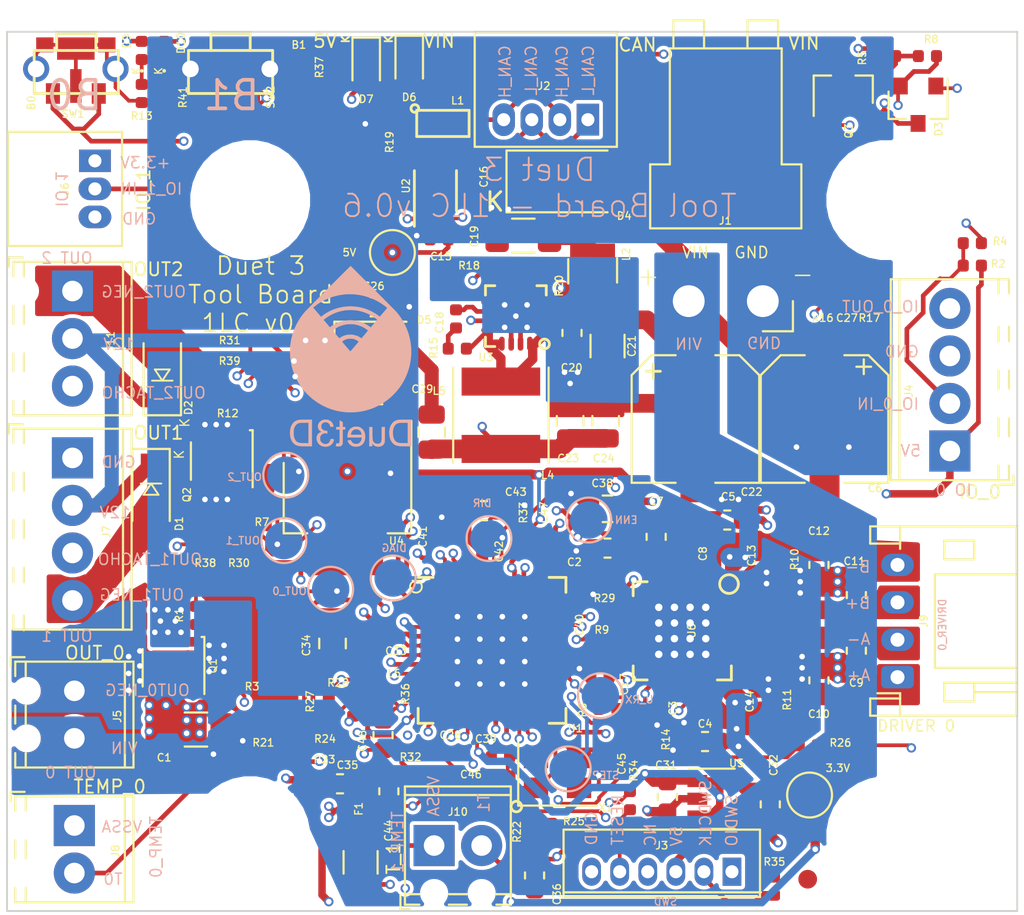
<source format=kicad_pcb>
(kicad_pcb (version 20171130) (host pcbnew "(5.1.4)-1")
  (title_block (title "Duet 3 Tool Board - 1LC_H") (date 2019-12-27) (rev 0.6) (company Duet3D) (comment 1 "CERN OHL v1.2"))
  (layers (0 F.Cu signal) (1 In1.Cu signal hide) (2 In2.Cu power hide) (31 B.Cu mixed hide) (34 B.Paste user hide) (35 F.Paste user hide) (36 B.SilkS user) (37 F.SilkS user) (38 B.Mask user) (39 F.Mask user hide) (44 Edge.Cuts user))
  (net 0 "")
  (net 1 CAN_L)
  (net 2 CAN_H)
  (net 3 DRIVER_0_B2)
  (net 4 DRIVER_ENN)
  (net 5 DRIVER_0_DIAG)
  (net 6 "Net-(U6-Pad12)")
  (net 7 USART_RX)
  (net 8 5V)
  (net 9 DRIVER_0_STEP)
  (net 10 "Net-(U6-Pad17)")
  (net 11 DRIVER_0_DIR)
  (net 12 DRIVER_0_A2)
  (net 13 V_IN)
  (net 14 DRIVER_0_A1)
  (net 15 "Net-(U6-Pad25)")
  (net 16 DRIVER_0_B1)
  (net 17 SWDIO)
  (net 18 SWDCLK)
  (net 19 +3.3V)
  (net 20 "Net-(J3-Pad4)")
  (net 21 RESET)
  (net 22 "/Stepper Driver & Endstops/CANL_C")
  (net 23 "/Stepper Driver & Endstops/CANH_C")
  (net 24 12V)
  (net 25 OUT_2_NEG)
  (net 26 OUT_1_NEG)
  (net 27 /Processor/XOUT)
  (net 28 /Processor/XIN)
  (net 29 OUT_0)
  (net 30 OUT_1)
  (net 31 OUT_2)
  (net 32 USART_TX)
  (net 33 THERMISTOR_1)
  (net 34 /Headers/12V_FB)
  (net 35 "Net-(D6-Pad1)")
  (net 36 /Headers/12_VOUT)
  (net 37 /Headers/12V_VSW)
  (net 38 VSSA)
  (net 39 THERMISTOR_0)
  (net 40 OUT_2_TACHO)
  (net 41 TEMP_0)
  (net 42 "Net-(Q1-Pad1)")
  (net 43 IO_0_IN)
  (net 44 "Net-(Q1-Pad4)")
  (net 45 IO_1_IN)
  (net 46 "Net-(Q2-Pad1)")
  (net 47 IO_1)
  (net 48 TEMP_1)
  (net 49 BOARD_TYPE)
  (net 50 OUT_1_TACHO)
  (net 51 VSSA_MON_0)
  (net 52 IO_0)
  (net 53 "Net-(Q2-Pad4)")
  (net 54 "Net-(U5-Pad4)")
  (net 55 12V_pwr)
  (net 56 OUT_0_NEG)
  (net 57 CAN0_TX)
  (net 58 CAN0_RX)
  (net 59 LED0)
  (net 60 LED1)
  (net 61 VIN_MON)
  (net 62 GNDANA)
  (net 63 IO_0_OUT)
  (net 64 "Net-(U1-Pad25)")
  (net 65 "Net-(U1-Pad26)")
  (net 66 "Net-(U1-Pad27)")
  (net 67 "Net-(U1-Pad28)")
  (net 68 "Net-(U1-Pad32)")
  (net 69 "Net-(U3-Pad6)")
  (net 70 "Net-(U3-Pad7)")
  (net 71 "Net-(U3-Pad8)")
  (net 72 /Headers/12V_BST)
  (net 73 /Processor/VDDCORE)
  (net 74 BUTTON0)
  (net 75 BUTTON1)
  (net 76 "Net-(C18-Pad1)")
  (net 77 GND)
  (net 78 "Net-(D10-Pad1)")
  (net 79 "Net-(D9-Pad1)")
  (net 80 /Processor/rst)
  (net 81 "/Stepper Driver & Endstops/cpo")
  (net 82 "/Stepper Driver & Endstops/cpi")
  (net 83 "/Stepper Driver & Endstops/vcp")
  (net 84 "/Stepper Driver & Endstops/5vout")
  (net 85 "/Stepper Driver & Endstops/bra")
  (net 86 "/Stepper Driver & Endstops/brb")
  (net 87 /Headers/L2in)
  (net 88 "Net-(Q3-Pad3)")
  (net 89 "Net-(D7-Pad1)")
  (net 90 /Headers/12VCC)
  (net 91 /Processor/VDDANA_IN)
  (net 92 VREF_MON)
  (net 93 /Processor/io0out)
  (net 94 /Processor/out1tach)
  (net 95 /Processor/out2tach)
  (module Connector_JST:JST_ZH_S4B-ZH_1x04_P1.50mm_Horizontal (layer F.Cu) (at 48.8 107.7 180)
    (fp_text reference J2 (at 0.1 1.8) (layer F.SilkS) (effects (font (size 0.4 0.4) (thickness 0.07))))
    (fp_text value CAN (at -4.9 4 180) (layer F.SilkS) (effects (font (size 0.7 0.7) (thickness 0.1))))
    (pad 4 thru_hole oval (at 2.25 0 180) (size 1.2 1.75) (drill 0.7) (layers *.Cu *.Mask) (net 2 CAN_H))
    (pad 3 thru_hole oval (at 0.75 0 180) (size 1.2 1.75) (drill 0.7) (layers *.Cu *.Mask) (net 1 CAN_L))
    (pad 2 thru_hole oval (at -0.75 0 180) (size 1.2 1.75) (drill 0.7) (layers *.Cu *.Mask) (net 2 CAN_H))
    (pad 1 thru_hole rect (at -2.25 0 180) (size 1.2 1.7) (drill 0.7) (layers *.Cu *.Mask) (net 1 CAN_L))
  )
  (module Connector_JST:JST_ZH_S3B-ZH_1x03_P1.50mm_Horizontal (layer F.Cu) (at 24.7 111.4 270)
    (fp_text reference J6 (at 0 1.6 90) (layer F.SilkS) (effects (font (size 0.4 0.4) (thickness 0.07))))
    (fp_text value IO_1 (at 0.05 -2.6 90) (layer F.SilkS) (effects (font (size 0.7 0.7) (thickness 0.1))))
    (pad 3 thru_hole oval (at 1.5 0 270) (size 1.2 1.75) (drill 0.7) (layers *.Cu *.Mask) (net 77 GND))
    (pad 2 thru_hole oval (at 0 0 270) (size 1.2 1.75) (drill 0.7) (layers *.Cu *.Mask) (net 45 IO_1_IN))
    (pad 1 thru_hole rect (at -1.5 0 270) (size 1.2 1.7) (drill 0.7) (layers *.Cu *.Mask) (net 19 +3.3V))
  )
  (module Connector_JST:JST_VH_B2PS-VH_1x02_P3.96mm_Horizontal (layer F.Cu) (at 60.4 117.4 180)
    (fp_text reference J1 (at 2 4.3 180) (layer F.SilkS) (effects (font (size 0.4 0.4) (thickness 0.07))))
    (fp_text value VIN (at -2.2 13.8 180) (layer F.SilkS) (effects (font (size 0.7 0.7) (thickness 0.1))))
    (pad 1 thru_hole roundrect (at 0 0 180) (size 2.7 2.7) (drill 1.7) (layers *.Cu *.Mask) (roundrect_rratio 0.09259299999999999) (net 77 GND))
    (pad 2 thru_hole circle (at 3.96 0 180) (size 2.7 2.7) (drill 1.7) (layers *.Cu *.Mask) (net 13 V_IN))
  )
  (module Button_Switch_SMD:SW_TL3340AF160QG (layer F.Cu) (at 30.7 105.9 180)
    (fp_text reference SW2 (at -3.39 -0.6 270) (layer F.SilkS) (effects (font (size 0.4 0.4) (thickness 0.07))))
    (fp_text value B1 (at -4.9 2.2 180) (layer F.SilkS) (effects (font (size 0.4 0.4) (thickness 0.07))))
    (pad 8 smd rect (at -1.22555 2 180) (size 2.0066 1.1938) (layers F.Cu F.Paste F.Mask) (net 77 GND))
    (pad 9 smd rect (at 0.4318 2.2 180) (size 0.9271 0.8) (layers F.Cu F.Paste F.Mask) (net 77 GND))
    (pad 8 smd rect (at -2.8829 2.2 180) (size 0.9271 0.8) (layers F.Cu F.Paste F.Mask) (net 77 GND))
    (pad 5 thru_hole circle (at 0.89535 0.9144 180) (size 1.397 1.397) (drill 0.889) (layers *.Cu *.Mask) (net 77 GND))
    (pad 4 thru_hole circle (at -3.34645 0.9144 180) (size 1.397 1.397) (drill 0.889) (layers *.Cu *.Mask) (net 77 GND))
    (pad 3 smd rect (at 0 -0.4 180) (size 0.75 1.1) (layers F.Cu F.Paste F.Mask) (net 75 BUTTON1))
    (pad 2 smd rect (at -1.22555 0 180) (size 0.6096 1.8034) (layers F.Cu F.Paste F.Mask) (net 77 GND))
    (pad 1 smd rect (at -2.4511 -0.4 180) (size 0.75 1.1) (layers F.Cu F.Paste F.Mask) (net 75 BUTTON1))
  )
  (module Button_Switch_SMD:SW_TL3340AF160QG (layer F.Cu) (at 22.45355 105.9 180)
    (fp_text reference SW1 (at -1.07645 -1.49 180) (layer F.SilkS) (effects (font (size 0.4 0.4) (thickness 0.07))))
    (fp_text value B0 (at 1.15355 -0.9 270) (layer F.SilkS) (effects (font (size 0.4 0.4) (thickness 0.07))))
    (pad 1 smd rect (at -2.4511 -0.4 180) (size 0.75 1.1) (layers F.Cu F.Paste F.Mask) (net 74 BUTTON0))
    (pad 2 smd rect (at -1.22555 0 180) (size 0.6096 1.8034) (layers F.Cu F.Paste F.Mask) (net 77 GND))
    (pad 3 smd rect (at 0 -0.4 180) (size 0.75 1.1) (layers F.Cu F.Paste F.Mask) (net 74 BUTTON0))
    (pad 4 thru_hole circle (at -3.34645 0.9144 180) (size 1.397 1.397) (drill 0.889) (layers *.Cu *.Mask) (net 77 GND))
    (pad 5 thru_hole circle (at 0.89535 0.9144 180) (size 1.397 1.397) (drill 0.889) (layers *.Cu *.Mask) (net 77 GND))
    (pad 8 smd rect (at -2.8829 2.2 180) (size 0.9271 0.8) (layers F.Cu F.Paste F.Mask) (net 77 GND))
    (pad 9 smd rect (at 0.4318 2.2 180) (size 0.9271 0.8) (layers F.Cu F.Paste F.Mask) (net 77 GND))
    (pad 8 smd rect (at -1.22555 2 180) (size 2.0066 1.1938) (layers F.Cu F.Paste F.Mask) (net 77 GND))
  )
  (module Resistor_SMD:R_0402_1005Metric (layer F.Cu) (at 32.61 130.41)
    (fp_text reference R30 (at -0.21 0.99) (layer F.SilkS) (effects (font (size 0.4 0.4) (thickness 0.07))))
    (fp_text value 10K)
    (pad 2 smd roundrect (at 0.485 0) (size 0.59 0.64) (layers F.Cu F.Paste F.Mask) (net 8 5V))
    (pad 1 smd roundrect (at -0.485 0) (size 0.59 0.64) (layers F.Cu F.Paste F.Mask) (net 50 OUT_1_TACHO))
  )
  (module Resistor_SMD:R_0402_1005Metric (layer F.Cu) (at 33.485 120.6 180)
    (fp_text reference R39 (at 1.585 0) (layer F.SilkS) (effects (font (size 0.4 0.4) (thickness 0.07))))
    (fp_text value 10K)
    (pad 2 smd roundrect (at 0.485 0 180) (size 0.59 0.64) (layers F.Cu F.Paste F.Mask) (net 40 OUT_2_TACHO))
    (pad 1 smd roundrect (at -0.485 0 180) (size 0.59 0.64) (layers F.Cu F.Paste F.Mask) (net 95 /Processor/out2tach))
  )
  (module Resistor_SMD:R_0402_1005Metric (layer F.Cu) (at 30.5 130.4)
    (fp_text reference R38 (at 0.1 1) (layer F.SilkS) (effects (font (size 0.4 0.4) (thickness 0.07))))
    (fp_text value 10K)
    (pad 2 smd roundrect (at 0.485 0) (size 0.59 0.64) (layers F.Cu F.Paste F.Mask) (net 94 /Processor/out1tach))
    (pad 1 smd roundrect (at -0.485 0) (size 0.59 0.64) (layers F.Cu F.Paste F.Mask) (net 50 OUT_1_TACHO))
  )
  (module Resistor_SMD:R_0402_1005Metric (layer F.Cu) (at 62.835 141.14 180)
    (fp_text reference R26 (at -1.715 0.13) (layer F.SilkS) (effects (font (size 0.4 0.4) (thickness 0.07))))
    (fp_text value 470R)
    (pad 2 smd roundrect (at 0.485 0 180) (size 0.59 0.64) (layers F.Cu F.Paste F.Mask) (net 93 /Processor/io0out))
    (pad 1 smd roundrect (at -0.485 0 180) (size 0.59 0.64) (layers F.Cu F.Paste F.Mask) (net 63 IO_0_OUT))
  )
  (module TestPoint:TestPoint_Pad_D2.0mm (layer B.Cu) (at 34.8 130.2)
    (fp_text reference TP8 hide)
    (fp_text value OUT_1 (at -2.2 0 180) (layer B.SilkS) (effects (font (size 0.4 0.4) (thickness 0.07)) (justify mirror)))
    (pad 1 smd circle (at 0 0) (size 2 2) (layers B.Cu B.Mask) (net 30 OUT_1))
  )
  (module TestPoint:TestPoint_Pad_D2.0mm (layer B.Cu) (at 34.9 126.7)
    (fp_text reference TP9 hide)
    (fp_text value OUT_2 (at -2.2 0.1 180) (layer B.SilkS) (effects (font (size 0.4 0.4) (thickness 0.07)) (justify mirror)))
    (pad 1 smd circle (at 0 0) (size 2 2) (layers B.Cu B.Mask) (net 31 OUT_2))
  )
  (module TestPoint:TestPoint_Pad_D2.0mm (layer B.Cu) (at 37.3 132.8)
    (fp_text reference TP7 hide)
    (fp_text value OUT_0 (at -2.2 0.1 180) (layer B.SilkS) (effects (font (size 0.4 0.4) (thickness 0.07)) (justify mirror)))
    (pad 1 smd circle (at 0 0) (size 2 2) (layers B.Cu B.Mask) (net 29 OUT_0))
  )
  (module TestPoint:TestPoint_Pad_D2.0mm (layer B.Cu) (at 51.1 129.1)
    (fp_text reference TP6 hide)
    (fp_text value ENN (at 2 0 180) (layer B.SilkS) (effects (font (size 0.4 0.4) (thickness 0.07)) (justify mirror)))
    (pad 1 smd circle (at 0 0) (size 2 2) (layers B.Cu B.Mask) (net 4 DRIVER_ENN))
  )
  (module TestPoint:TestPoint_Pad_D2.0mm (layer B.Cu) (at 51.72 138.49 90)
    (fp_text reference TP4 hide)
    (fp_text value U_RX (at -0.21 2.08 180) (layer B.SilkS) (effects (font (size 0.4 0.4) (thickness 0.07)) (justify mirror)))
    (pad 1 smd circle (at 0 0 90) (size 2 2) (layers B.Cu B.Mask) (net 7 USART_RX))
  )
  (module TestPoint:TestPoint_Pad_D2.0mm (layer B.Cu) (at 45.76 130.09)
    (fp_text reference TP2 hide)
    (fp_text value DIR (at -0.36 -1.89 180) (layer B.SilkS) (effects (font (size 0.4 0.4) (thickness 0.07)) (justify mirror)))
    (pad 1 smd circle (at 0 0) (size 2 2) (layers B.Cu B.Mask) (net 11 DRIVER_0_DIR))
  )
  (module TestPoint:TestPoint_Pad_D2.0mm (layer B.Cu) (at 50 142.4)
    (fp_text reference TP1 hide)
    (fp_text value STEP (at 2 0.35 180) (layer B.SilkS) (effects (font (size 0.4 0.4) (thickness 0.07)) (justify mirror)))
    (pad 1 smd circle (at 0 0) (size 2 2) (layers B.Cu B.Mask) (net 9 DRIVER_0_STEP))
  )
  (module TestPoint:TestPoint_Pad_D2.0mm (layer F.Cu) (at 62.9 143.8)
    (fp_text reference TP11 hide)
    (fp_text value 3.3V (at 1.51 -1.44) (layer F.SilkS) (effects (font (size 0.4 0.4) (thickness 0.07))))
    (pad 1 smd circle (at 0 0) (size 2 2) (layers F.Cu F.Mask) (net 19 +3.3V))
  )
  (module TestPoint:TestPoint_Pad_D2.0mm (layer F.Cu) (at 40.6 114.8)
    (fp_text reference TP10 hide)
    (fp_text value 5V (at -2.3 0) (layer F.SilkS) (effects (font (size 0.4 0.4) (thickness 0.07))))
    (pad 1 smd circle (at 0 0) (size 2 2) (layers F.Cu F.Mask) (net 8 5V))
  )
  (module TestPoint:TestPoint_Pad_D2.0mm (layer B.Cu) (at 40.64 132.2)
    (fp_text reference TP3 hide)
    (fp_text value DIAG (at 0.06 -1.6 180) (layer B.SilkS) (effects (font (size 0.4 0.4) (thickness 0.07)) (justify mirror)))
    (pad 1 smd circle (at 0 0) (size 2 2) (layers B.Cu B.Mask) (net 5 DRIVER_0_DIAG))
  )
  (module Resistor_SMD:R_0402_1005Metric (layer F.Cu) (at 35.8 142.5 270)
    (fp_text reference R23 (at -0.6 -1.17 180) (layer F.SilkS) (effects (font (size 0.4 0.4) (thickness 0.07))))
    (fp_text value 10R)
    (pad 2 smd roundrect (at 0.485 0 270) (size 0.59 0.64) (layers F.Cu F.Paste F.Mask) (net 19 +3.3V))
    (pad 1 smd roundrect (at -0.485 0 270) (size 0.59 0.64) (layers F.Cu F.Paste F.Mask) (net 92 VREF_MON))
  )
  (module Resistor_SMD:R_0402_1005Metric (layer F.Cu) (at 44.07 119.94)
    (fp_text reference R15 (at -1.27 -0.04 90) (layer F.SilkS) (effects (font (size 0.4 0.4) (thickness 0.07))))
    (fp_text value 10R)
    (pad 2 smd roundrect (at 0.485 0) (size 0.59 0.64) (layers F.Cu F.Paste F.Mask) (net 37 /Headers/12V_VSW))
    (pad 1 smd roundrect (at -0.485 0) (size 0.59 0.64) (layers F.Cu F.Paste F.Mask) (net 76 "Net-(C18-Pad1)"))
  )
  (module Resistor_SMD:R_0402_1005Metric (layer F.Cu) (at 53.9 140.9)
    (fp_text reference R14 (at 1.32 -0.07 90) (layer F.SilkS) (effects (font (size 0.4 0.4) (thickness 0.07))))
    (fp_text value 4K7)
    (pad 2 smd roundrect (at 0.485 0) (size 0.59 0.64) (layers F.Cu F.Paste F.Mask) (net 77 GND))
    (pad 1 smd roundrect (at -0.485 0) (size 0.59 0.64) (layers F.Cu F.Paste F.Mask) (net 9 DRIVER_0_STEP))
  )
  (module Capacitor_SMD:CP_Elec_6.3x7.7 (layer F.Cu) (at 56.8 123.7 270)
    (fp_text reference C22 (at 3.9 -3) (layer F.SilkS) (effects (font (size 0.4 0.4) (thickness 0.07))))
    (fp_text value "100u 50V")
    (fp_text user + (at -2.55 2.33 90) (layer F.SilkS))
    (pad 2 smd roundrect (at 2.7 0 270) (size 3.5 1.6) (layers F.Cu F.Paste F.Mask) (roundrect_rratio 0.15625) (net 77 GND))
    (pad 1 smd roundrect (at -2.7 0 270) (size 3.5 1.6) (layers F.Cu F.Paste F.Mask) (roundrect_rratio 0.15625) (net 90 /Headers/12VCC))
  )
  (module Capacitor_SMD:CP_Elec_6.3x7.7 (layer F.Cu) (at 63.7 123.7 270)
    (fp_text reference C6 (at 3.7 -2.7) (layer F.SilkS) (effects (font (size 0.4 0.4) (thickness 0.07))))
    (fp_text value "100u 35V")
    (pad 2 smd roundrect (at 2.7 0 270) (size 3.5 1.6) (layers F.Cu F.Paste F.Mask) (roundrect_rratio 0.15625) (net 77 GND))
    (pad 1 smd roundrect (at -2.7 0 270) (size 3.5 1.6) (layers F.Cu F.Paste F.Mask) (roundrect_rratio 0.15625) (net 13 V_IN))
  )
  (module Capacitor_SMD:C_0402_1005Metric (layer F.Cu) (at 43.1 114.1 180)
    (fp_text reference C15 (at -0.1 -0.91) (layer F.SilkS) (effects (font (size 0.4 0.4) (thickness 0.07))))
    (fp_text value 0u1)
    (pad 2 smd roundrect (at 0.485 0 180) (size 0.59 0.64) (layers F.Cu F.Paste F.Mask) (net 77 GND))
    (pad 1 smd roundrect (at -0.485 0 180) (size 0.59 0.64) (layers F.Cu F.Paste F.Mask) (net 8 5V))
  )
  (module complib:TerminalBlock_Valcon_MB312-2.54-02_P2.54mm_Horizontal (layer F.Cu) (at 44.1 146.5)
    (fp_text reference J10 (at 0 -1.8) (layer F.SilkS) (effects (font (size 0.4 0.4) (thickness 0.07))))
    (fp_text value T_1 (at -3.44 0.68 90) (layer F.SilkS) (effects (font (size 0.7 0.7) (thickness 0.1))))
    (pad 1 thru_hole rect (at -1.27 0) (size 2.2 2.2) (drill 1.1) (layers *.Cu *.Mask) (net 38 VSSA))
    (pad "" np_thru_hole circle (at -1.27 2.54) (size 1.1 1.1) (drill 1.1) (layers *.Cu *.Mask))
    (pad 2 thru_hole circle (at 1.27 0) (size 2.2 2.2) (drill 1.1) (layers *.Cu *.Mask) (net 33 THERMISTOR_1))
    (pad "" np_thru_hole circle (at 1.27 2.54) (size 1.1 1.1) (drill 1.1) (layers *.Cu *.Mask))
  )
  (module complib:TerminalBlock_Valcon_MB312-2.54-02_P2.54mm_Horizontal (layer F.Cu) (at 23.6 146.7 270)
    (fp_text reference J8 (at 0.1 -2.2 90) (layer F.SilkS) (effects (font (size 0.4 0.4) (thickness 0.07))))
    (fp_text value TEMP_0 (at -3.35 -1.89 180) (layer F.SilkS) (effects (font (size 0.7 0.7) (thickness 0.1))))
    (pad 1 thru_hole rect (at -1.27 0 270) (size 2.2 2.2) (drill 1.1) (layers *.Cu *.Mask) (net 38 VSSA))
    (pad "" np_thru_hole circle (at -1.27 2.54 270) (size 1.1 1.1) (drill 1.1) (layers *.Cu *.Mask))
    (pad 2 thru_hole circle (at 1.27 0 270) (size 2.2 2.2) (drill 1.1) (layers *.Cu *.Mask) (net 39 THERMISTOR_0))
    (pad "" np_thru_hole circle (at 1.27 2.54 270) (size 1.1 1.1) (drill 1.1) (layers *.Cu *.Mask))
  )
  (module complib:TerminalBlock_Valcon_MB312-2.54-02_P2.54mm_Horizontal (layer F.Cu) (at 23.6 139.5 270)
    (fp_text reference J5 (at 0.1 -2.3 90) (layer F.SilkS) (effects (font (size 0.4 0.4) (thickness 0.07))))
    (fp_text value OUT_0 (at -3.3 -1.1 180) (layer F.SilkS) (effects (font (size 0.7 0.7) (thickness 0.1))))
    (pad 1 thru_hole rect (at -1.27 0 270) (size 2.2 2.2) (drill 1.1) (layers *.Cu *.Mask) (net 56 OUT_0_NEG))
    (pad "" np_thru_hole circle (at -1.27 2.54 270) (size 1.1 1.1) (drill 1.1) (layers *.Cu *.Mask))
    (pad 2 thru_hole circle (at 1.27 0 270) (size 2.2 2.2) (drill 1.1) (layers *.Cu *.Mask) (net 13 V_IN))
    (pad "" np_thru_hole circle (at 1.27 2.54 270) (size 1.1 1.1) (drill 1.1) (layers *.Cu *.Mask))
  )
  (module complib:TerminalBlock_Valcon_MB312-2.54-04_P2.54mm_Horizontal (layer F.Cu) (at 70.4 121.6 90)
    (fp_text reference J4 (at -0.6 -2.2 90) (layer F.SilkS) (effects (font (size 0.4 0.4) (thickness 0.07))))
    (fp_text value IO_0 (at -6 1.6 180) (layer F.SilkS) (effects (font (size 0.7 0.7) (thickness 0.1))))
    (pad 1 thru_hole rect (at -3.81 0 90) (size 2.2 2.2) (drill 1.1) (layers *.Cu *.Mask) (net 8 5V))
    (pad "" np_thru_hole circle (at -3.81 2.54 90) (size 1.1 1.1) (drill 1.1) (layers *.Cu *.Mask))
    (pad 2 thru_hole circle (at -1.27 0 90) (size 2.2 2.2) (drill 1.1) (layers *.Cu *.Mask) (net 43 IO_0_IN))
    (pad "" np_thru_hole circle (at -1.27 2.54 90) (size 1.1 1.1) (drill 1.1) (layers *.Cu *.Mask))
    (pad 3 thru_hole circle (at 1.27 0 90) (size 2.2 2.2) (drill 1.1) (layers *.Cu *.Mask) (net 77 GND))
    (pad "" np_thru_hole circle (at 1.27 2.54 90) (size 1.1 1.1) (drill 1.1) (layers *.Cu *.Mask))
    (pad 4 thru_hole circle (at 3.81 0 90) (size 2.2 2.2) (drill 1.1) (layers *.Cu *.Mask) (net 63 IO_0_OUT))
    (pad "" np_thru_hole circle (at 3.81 2.54 90) (size 1.1 1.1) (drill 1.1) (layers *.Cu *.Mask))
  )
  (module complib:TerminalBlock_Valcon_MB312-2.54-04_P2.54mm_Horizontal (layer F.Cu) (at 23.5 129.59 270)
    (fp_text reference J7 (at 0.14 -1.81 90) (layer F.SilkS) (effects (font (size 0.4 0.4) (thickness 0.07))))
    (fp_text value OUT1 (at -5.15 -4.6 180) (layer F.SilkS) (effects (font (size 0.7 0.7) (thickness 0.1))))
    (pad 1 thru_hole rect (at -3.81 0 270) (size 2.2 2.2) (drill 1.1) (layers *.Cu *.Mask) (net 77 GND))
    (pad "" np_thru_hole circle (at -3.81 2.54 270) (size 1.1 1.1) (drill 1.1) (layers *.Cu *.Mask))
    (pad 2 thru_hole circle (at -1.27 0 270) (size 2.2 2.2) (drill 1.1) (layers *.Cu *.Mask) (net 24 12V))
    (pad "" np_thru_hole circle (at -1.27 2.54 270) (size 1.1 1.1) (drill 1.1) (layers *.Cu *.Mask))
    (pad 3 thru_hole circle (at 1.27 0 270) (size 2.2 2.2) (drill 1.1) (layers *.Cu *.Mask) (net 50 OUT_1_TACHO))
    (pad "" np_thru_hole circle (at 1.27 2.54 270) (size 1.1 1.1) (drill 1.1) (layers *.Cu *.Mask))
    (pad 4 thru_hole circle (at 3.81 0 270) (size 2.2 2.2) (drill 1.1) (layers *.Cu *.Mask) (net 26 OUT_1_NEG))
    (pad "" np_thru_hole circle (at 3.81 2.54 270) (size 1.1 1.1) (drill 1.1) (layers *.Cu *.Mask))
  )
  (module complib:TerminalBlock_Valcon_MB312-2.54-03_P2.54mm_Horizontal (layer F.Cu) (at 23.5 119.4 270)
    (fp_text reference J11 (at 0.14 -2.04 90) (layer F.SilkS) (effects (font (size 0.4 0.4) (thickness 0.07))))
    (fp_text value OUT2 (at -3.7 -4.6) (layer F.SilkS) (effects (font (size 0.7 0.7) (thickness 0.1))))
    (pad 1 thru_hole rect (at -2.54 0 270) (size 2.2 2.2) (drill 1.1) (layers *.Cu *.Mask) (net 25 OUT_2_NEG))
    (pad "" np_thru_hole circle (at -2.54 2.54 270) (size 1.1 1.1) (drill 1.1) (layers *.Cu *.Mask))
    (pad 2 thru_hole circle (at 0 0 270) (size 2.2 2.2) (drill 1.1) (layers *.Cu *.Mask) (net 24 12V))
    (pad "" np_thru_hole circle (at 0 2.54 270) (size 1.1 1.1) (drill 1.1) (layers *.Cu *.Mask))
    (pad 3 thru_hole circle (at 2.54 0 270) (size 2.2 2.2) (drill 1.1) (layers *.Cu *.Mask) (net 40 OUT_2_TACHO))
    (pad "" np_thru_hole circle (at 2.54 2.54 270) (size 1.1 1.1) (drill 1.1) (layers *.Cu *.Mask))
  )
  (module Resistor_SMD:R_0402_1005Metric (layer F.Cu) (at 51.89 132.3 180)
    (fp_text reference R29 (at -0.05 -0.98 180) (layer F.SilkS) (effects (font (size 0.4 0.4) (thickness 0.07))))
    (fp_text value 10K)
    (pad 2 smd roundrect (at 0.485 0 180) (size 0.59 0.64) (layers F.Cu F.Paste F.Mask) (net 8 5V))
    (pad 1 smd roundrect (at -0.485 0 180) (size 0.59 0.64) (layers F.Cu F.Paste F.Mask) (net 4 DRIVER_ENN))
  )
  (module Fiducial:Fiducial_1mm_Mask2mm (layer F.Cu) (at 42.34 127.9)
    (fp_text reference M7 hide)
    (fp_text value FID)
    (pad "" smd circle (at 0 0) (size 1 1) (layers F.Cu F.Mask) (clearance 0.5))
  )
  (module Fiducial:Fiducial_1mm_Mask2mm (layer F.Cu) (at 62.8 148.3)
    (fp_text reference M2 hide)
    (fp_text value FID)
    (pad "" smd circle (at 0 0) (size 1 1) (layers F.Cu F.Mask) (clearance 0.5))
  )
  (module Package_TO_SOT_SMD:SOT-223-3_TabPin2 (layer F.Cu) (at 38.2 127.9 270)
    (fp_text reference U4 (at 2.32 -2.62 180) (layer F.SilkS) (effects (font (size 0.4 0.4) (thickness 0.07))))
    (fp_text value SPX1117M3-L-5-0/TR)
    (pad 1 smd rect (at -3.15 -2.3 270) (size 2 1.5) (layers F.Cu F.Paste F.Mask) (net 77 GND))
    (pad 3 smd rect (at -3.15 2.3 270) (size 2 1.5) (layers F.Cu F.Paste F.Mask) (net 55 12V_pwr))
    (pad 2 smd rect (at -3.15 0 270) (size 2 1.5) (layers F.Cu F.Paste F.Mask) (net 8 5V))
    (pad 2 smd rect (at 3.15 0 270) (size 2 3.8) (layers F.Cu F.Paste F.Mask) (net 8 5V))
  )
  (module Capacitor_SMD:C_0805_2012Metric (layer F.Cu) (at 39.8 122.2)
    (fp_text reference C29 (at 2.4 -0.1) (layer F.SilkS) (effects (font (size 0.4 0.4) (thickness 0.07))))
    (fp_text value "10u 10v")
    (pad 2 smd roundrect (at 0.9375 0) (size 0.975 1.4) (layers F.Cu F.Paste F.Mask) (net 77 GND))
    (pad 1 smd roundrect (at -0.9375 0) (size 0.975 1.4) (layers F.Cu F.Paste F.Mask) (net 8 5V))
  )
  (module LED_SMD:LED_0603_1608Metric (layer F.Cu) (at 41.5 104.7 270)
    (fp_text reference D6 (at 1.8 0) (layer F.SilkS) (effects (font (size 0.4 0.4) (thickness 0.07))))
    (fp_text value VIN (at -1.2 -1.6 180) (layer F.SilkS) (effects (font (size 0.7 0.7) (thickness 0.1))))
    (fp_text user K (at -1.3 1.1 90) (layer F.SilkS) (effects (font (size 0.4 0.4) (thickness 0.1))))
    (pad 2 smd roundrect (at 0.7875 0 270) (size 0.875 0.95) (layers F.Cu F.Paste F.Mask) (net 13 V_IN))
    (pad 1 smd roundrect (at -0.7875 0 270) (size 0.875 0.95) (layers F.Cu F.Paste F.Mask) (net 35 "Net-(D6-Pad1)"))
  )
  (module MountingHole:MountingHole_3.2mm_M3 (layer F.Cu) (at 33 112)
    (fp_text reference M5 hide)
    (fp_text value MOUNTING hide)
    (pad "" np_thru_hole circle (at 0 0) (size 3.2 3.2) (drill 3.2) (layers *.Cu *.Mask) (clearance 1.6))
  )
  (module Resistor_SMD:R_0402_1005Metric (layer F.Cu) (at 37.6 104.9 270)
    (fp_text reference R37 (at 0 0.9 90) (layer F.SilkS) (effects (font (size 0.4 0.4) (thickness 0.07))))
    (fp_text value 2K2)
    (pad 2 smd roundrect (at 0.485 0 270) (size 0.59 0.64) (layers F.Cu F.Paste F.Mask) (net 77 GND))
    (pad 1 smd roundrect (at -0.485 0 270) (size 0.59 0.64) (layers F.Cu F.Paste F.Mask) (net 89 "Net-(D7-Pad1)"))
  )
  (module LED_SMD:LED_0603_1608Metric (layer F.Cu) (at 39.2 104.8 270)
    (fp_text reference D7 (at 1.8 0 180) (layer F.SilkS) (effects (font (size 0.4 0.4) (thickness 0.07))))
    (fp_text value 5V (at -1.3 2.2 180) (layer F.SilkS) (effects (font (size 0.7 0.7) (thickness 0.1))))
    (fp_text user K (at -1.4 1.1 90) (layer F.SilkS) (effects (font (size 0.4 0.4) (thickness 0.1))))
    (pad 2 smd roundrect (at 0.7875 0 270) (size 0.875 0.95) (layers F.Cu F.Paste F.Mask) (net 8 5V))
    (pad 1 smd roundrect (at -0.7875 0 270) (size 0.875 0.95) (layers F.Cu F.Paste F.Mask) (net 89 "Net-(D7-Pad1)"))
  )
  (module Package_TO_SOT_SMD:SOT-23-5 (layer F.Cu) (at 58 144)
    (fp_text reference U5 (at 1 -1.9) (layer F.SilkS) (effects (font (size 0.4 0.4) (thickness 0.07))))
    (fp_text value AP2127K-3.3)
    (pad 5 smd rect (at 1.1 -0.95) (size 1.06 0.65) (layers F.Cu F.Paste F.Mask) (net 19 +3.3V))
    (pad 4 smd rect (at 1.1 0.95) (size 1.06 0.65) (layers F.Cu F.Paste F.Mask) (net 54 "Net-(U5-Pad4)"))
    (pad 3 smd rect (at -1.1 0.95) (size 1.06 0.65) (layers F.Cu F.Paste F.Mask) (net 8 5V))
    (pad 2 smd rect (at -1.1 0) (size 1.06 0.65) (layers F.Cu F.Paste F.Mask) (net 77 GND))
    (pad 1 smd rect (at -1.1 -0.95) (size 1.06 0.65) (layers F.Cu F.Paste F.Mask) (net 8 5V))
  )
  (module complib:SRF2012AA (layer F.Cu) (at 43.3 107.9)
    (fp_text reference L1 (at 0.79 -1.22 180) (layer F.SilkS) (effects (font (size 0.4 0.4) (thickness 0.07))))
    (fp_text value "CM Choke")
    (pad 3 smd rect (at 0.925 0.425) (size 0.75 0.4) (layers F.Cu F.Paste F.Mask) (net 1 CAN_L))
    (pad 2 smd rect (at 0.925 -0.425) (size 0.75 0.4) (layers F.Cu F.Paste F.Mask) (net 2 CAN_H))
    (pad 4 smd rect (at -0.925 0.425) (size 0.75 0.4) (layers F.Cu F.Paste F.Mask) (net 22 "/Stepper Driver & Endstops/CANL_C"))
    (pad 1 smd rect (at -0.925 -0.425) (size 0.75 0.4) (layers F.Cu F.Paste F.Mask) (net 23 "/Stepper Driver & Endstops/CANH_C"))
  )
  (module Resistor_SMD:R_0402_1005Metric (layer F.Cu) (at 61.4 132.8 270)
    (fp_text reference R10 (at -1.6 -0.7 270) (layer F.SilkS) (effects (font (size 0.4 0.4) (thickness 0.07))))
    (fp_text value "0R091 1% 0.25W")
    (pad 2 smd roundrect (at 0.485 0 270) (size 0.59 0.64) (layers F.Cu F.Paste F.Mask) (net 86 "/Stepper Driver & Endstops/brb"))
    (pad 1 smd roundrect (at -0.485 0 270) (size 0.59 0.64) (layers F.Cu F.Paste F.Mask) (net 77 GND))
  )
  (module Resistor_SMD:R_0402_1005Metric (layer F.Cu) (at 61.5 137.1 90)
    (fp_text reference R11 (at -1.6 0.2 90) (layer F.SilkS) (effects (font (size 0.4 0.4) (thickness 0.07))))
    (fp_text value "0R091 1% 0.25W")
    (pad 2 smd roundrect (at 0.485 0 90) (size 0.59 0.64) (layers F.Cu F.Paste F.Mask) (net 85 "/Stepper Driver & Endstops/bra"))
    (pad 1 smd roundrect (at -0.485 0 90) (size 0.59 0.64) (layers F.Cu F.Paste F.Mask) (net 77 GND))
  )
  (module complib:QFN-28-1EP_5x5mm_Pitch0.5mm (layer F.Cu) (at 56.095249 135.023276 270)
    (fp_text reference U6 (at 0 -0.5 270) (layer F.SilkS) (effects (font (size 0.4 0.4) (thickness 0.07))))
    (fp_text value DRIVER0 hide)
    (pad 29 thru_hole rect (at 1.25625 1.25625 270) (size 0.8375 0.8375) (drill 0.4) (layers *.Cu *.Mask) (net 77 GND))
    (pad 29 thru_hole rect (at 1.25625 0.41875 270) (size 0.8375 0.8375) (drill 0.4) (layers *.Cu *.Mask) (net 77 GND))
    (pad 29 thru_hole rect (at 0.41875 0.41875 270) (size 0.8375 0.8375) (drill 0.4) (layers *.Cu *.Mask) (net 77 GND))
    (pad 29 thru_hole rect (at 0.41875 1.25625 270) (size 0.8375 0.8375) (drill 0.4) (layers *.Cu *.Mask) (net 77 GND))
    (pad 29 thru_hole rect (at -0.41875 1.25625 270) (size 0.8375 0.8375) (drill 0.4) (layers *.Cu *.Mask) (net 77 GND))
    (pad 29 thru_hole rect (at -1.25625 1.25625 270) (size 0.8375 0.8375) (drill 0.4) (layers *.Cu *.Mask) (net 77 GND))
    (pad 29 thru_hole rect (at -0.41875 0.41875 270) (size 0.8375 0.8375) (drill 0.4) (layers *.Cu *.Mask) (net 77 GND))
    (pad 29 thru_hole rect (at -1.25625 0.41875 270) (size 0.8375 0.8375) (drill 0.4) (layers *.Cu *.Mask) (net 77 GND))
    (pad 29 thru_hole rect (at 1.25625 -0.41875 270) (size 0.8375 0.8375) (drill 0.4) (layers *.Cu *.Mask) (net 77 GND))
    (pad 29 thru_hole rect (at 1.25625 -1.25625 270) (size 0.8375 0.8375) (drill 0.4) (layers *.Cu *.Mask) (net 77 GND))
    (pad 29 thru_hole rect (at 0.41875 -0.41875 270) (size 0.8375 0.8375) (drill 0.4) (layers *.Cu *.Mask) (net 77 GND))
    (pad 29 thru_hole rect (at 0.41875 -1.25625 270) (size 0.8375 0.8375) (drill 0.4) (layers *.Cu *.Mask) (net 77 GND))
    (pad 29 thru_hole rect (at -0.41875 -0.41875 270) (size 0.8375 0.8375) (drill 0.4) (layers *.Cu *.Mask) (net 77 GND))
    (pad 29 thru_hole rect (at -0.41875 -1.25625 270) (size 0.8375 0.8375) (drill 0.4) (layers *.Cu *.Mask) (net 77 GND))
    (pad 29 thru_hole rect (at -1.25625 -0.41875 270) (size 0.8375 0.8375) (drill 0.4) (layers *.Cu *.Mask) (net 77 GND))
    (pad 29 thru_hole rect (at -1.25625 -1.25625 270) (size 0.8375 0.8375) (drill 0.4) (layers *.Cu *.Mask) (net 77 GND))
    (pad 29 smd rect (at -0.8375 -0.8375 270) (size 1.675 1.675) (layers F.Cu F.Paste F.Mask) (net 77 GND))
    (pad 29 smd rect (at -0.8375 0.8375 270) (size 1.675 1.675) (layers F.Cu F.Paste F.Mask) (net 77 GND))
    (pad 29 smd rect (at 0.8375 -0.8375 270) (size 1.675 1.675) (layers F.Cu F.Paste F.Mask) (net 77 GND))
    (pad 29 smd rect (at 0.8375 0.8375 270) (size 1.675 1.675) (layers F.Cu F.Paste F.Mask) (net 77 GND))
    (pad 28 smd rect (at -1.5 -2.45) (size 0.85 0.3) (layers F.Cu F.Paste F.Mask) (net 13 V_IN))
    (pad 27 smd rect (at -1 -2.45) (size 0.85 0.3) (layers F.Cu F.Paste F.Mask) (net 86 "/Stepper Driver & Endstops/brb"))
    (pad 26 smd rect (at -0.5 -2.45) (size 0.85 0.3) (layers F.Cu F.Paste F.Mask) (net 16 DRIVER_0_B1))
    (pad 25 smd rect (at 0 -2.45) (size 0.85 0.3) (layers F.Cu F.Paste F.Mask) (net 15 "Net-(U6-Pad25)"))
    (pad 24 smd rect (at 0.5 -2.45) (size 0.85 0.3) (layers F.Cu F.Paste F.Mask) (net 14 DRIVER_0_A1))
    (pad 23 smd rect (at 1 -2.45) (size 0.85 0.3) (layers F.Cu F.Paste F.Mask) (net 85 "/Stepper Driver & Endstops/bra"))
    (pad 22 smd rect (at 1.5 -2.45) (size 0.85 0.3) (layers F.Cu F.Paste F.Mask) (net 13 V_IN))
    (pad 21 smd rect (at 2.45 -1.5 270) (size 0.85 0.3) (layers F.Cu F.Paste F.Mask) (net 12 DRIVER_0_A2))
    (pad 20 smd rect (at 2.45 -1 270) (size 0.85 0.3) (layers F.Cu F.Paste F.Mask) (net 77 GND))
    (pad 19 smd rect (at 2.45 -0.5 270) (size 0.85 0.3) (layers F.Cu F.Paste F.Mask) (net 11 DRIVER_0_DIR))
    (pad 18 smd rect (at 2.45 0 270) (size 0.85 0.3) (layers F.Cu F.Paste F.Mask) (net 77 GND))
    (pad 17 smd rect (at 2.45 0.5 270) (size 0.85 0.3) (layers F.Cu F.Paste F.Mask) (net 10 "Net-(U6-Pad17)"))
    (pad 16 smd rect (at 2.45 1 270) (size 0.85 0.3) (layers F.Cu F.Paste F.Mask) (net 9 DRIVER_0_STEP))
    (pad 15 smd rect (at 2.45 1.5 270) (size 0.85 0.3) (layers F.Cu F.Paste F.Mask) (net 8 5V))
    (pad 14 smd rect (at 1.5 2.45) (size 0.85 0.3) (layers F.Cu F.Paste F.Mask) (net 7 USART_RX))
    (pad 13 smd rect (at 1 2.45) (size 0.85 0.3) (layers F.Cu F.Paste F.Mask) (net 77 GND))
    (pad 12 smd rect (at 0.5 2.45) (size 0.85 0.3) (layers F.Cu F.Paste F.Mask) (net 6 "Net-(U6-Pad12)"))
    (pad 11 smd rect (at 0 2.45) (size 0.85 0.3) (layers F.Cu F.Paste F.Mask) (net 5 DRIVER_0_DIAG))
    (pad 10 smd rect (at -0.5 2.45) (size 0.85 0.3) (layers F.Cu F.Paste F.Mask) (net 77 GND))
    (pad 9 smd rect (at -1 2.45) (size 0.85 0.3) (layers F.Cu F.Paste F.Mask) (net 77 GND))
    (pad 8 smd rect (at -1.5 2.45) (size 0.85 0.3) (layers F.Cu F.Paste F.Mask) (net 84 "/Stepper Driver & Endstops/5vout"))
    (pad 7 smd rect (at -2.45 1.5 270) (size 0.85 0.3) (layers F.Cu F.Paste F.Mask) (net 77 GND))
    (pad 6 smd rect (at -2.45 1 270) (size 0.85 0.3) (layers F.Cu F.Paste F.Mask) (net 83 "/Stepper Driver & Endstops/vcp"))
    (pad 5 smd rect (at -2.45 0.5 270) (size 0.85 0.3) (layers F.Cu F.Paste F.Mask) (net 82 "/Stepper Driver & Endstops/cpi"))
    (pad 4 smd rect (at -2.45 0 270) (size 0.85 0.3) (layers F.Cu F.Paste F.Mask) (net 81 "/Stepper Driver & Endstops/cpo"))
    (pad 3 smd rect (at -2.45 -0.5 270) (size 0.85 0.3) (layers F.Cu F.Paste F.Mask) (net 77 GND))
    (pad 2 smd rect (at -2.45 -1 270) (size 0.85 0.3) (layers F.Cu F.Paste F.Mask) (net 4 DRIVER_ENN))
    (pad 1 smd rect (at -2.45 -1.5 270) (size 0.85 0.3) (layers F.Cu F.Paste F.Mask) (net 3 DRIVER_0_B2))
  )
  (module Capacitor_SMD:C_0402_1005Metric (layer F.Cu) (at 59.8 137.1 270)
    (fp_text reference C14 (at 1.7 0.1 270) (layer F.SilkS) (effects (font (size 0.4 0.4) (thickness 0.07))))
    (fp_text value 0.1u)
    (pad 2 smd roundrect (at 0.485 0 270) (size 0.59 0.64) (layers F.Cu F.Paste F.Mask) (net 77 GND))
    (pad 1 smd roundrect (at -0.485 0 270) (size 0.59 0.64) (layers F.Cu F.Paste F.Mask) (net 85 "/Stepper Driver & Endstops/bra"))
  )
  (module Capacitor_SMD:C_0402_1005Metric (layer F.Cu) (at 59.8 132.8 90)
    (fp_text reference C13 (at 1.8 0 90) (layer F.SilkS) (effects (font (size 0.4 0.4) (thickness 0.07))))
    (fp_text value 0.1u)
    (pad 2 smd roundrect (at 0.485 0 90) (size 0.59 0.64) (layers F.Cu F.Paste F.Mask) (net 77 GND))
    (pad 1 smd roundrect (at -0.485 0 90) (size 0.59 0.64) (layers F.Cu F.Paste F.Mask) (net 86 "/Stepper Driver & Endstops/brb"))
  )
  (module Resistor_SMD:R_0402_1005Metric (layer F.Cu) (at 51.815 135.9 180)
    (fp_text reference R9 (at 0.02 0.93 180) (layer F.SilkS) (effects (font (size 0.4 0.4) (thickness 0.07))))
    (fp_text value 1K)
    (pad 2 smd roundrect (at 0.485 0 180) (size 0.59 0.64) (layers F.Cu F.Paste F.Mask) (net 32 USART_TX))
    (pad 1 smd roundrect (at -0.485 0 180) (size 0.59 0.64) (layers F.Cu F.Paste F.Mask) (net 7 USART_RX))
  )
  (module MountingHole:MountingHole_3.2mm_M3 (layer F.Cu) (at 33 146)
    (fp_text reference M3 hide)
    (fp_text value MOUNTING hide)
    (pad "" np_thru_hole circle (at 0 0) (size 3.2 3.2) (drill 3.2) (layers *.Cu *.Mask) (clearance 1.6))
  )
  (module MountingHole:MountingHole_3.2mm_M3 (layer F.Cu) (at 67 146)
    (fp_text reference M6 hide)
    (fp_text value MOUNTING hide)
    (pad "" np_thru_hole circle (at 0 0) (size 3.2 3.2) (drill 3.2) (layers *.Cu *.Mask) (clearance 1.6))
  )
  (module MountingHole:MountingHole_3.2mm_M3 (layer F.Cu) (at 67 112)
    (fp_text reference M4 hide)
    (fp_text value MOUNTING hide)
    (pad "" np_thru_hole circle (at 0 0) (size 3.2 3.2) (drill 3.2) (layers *.Cu *.Mask) (clearance 1.6))
  )
  (module Capacitor_SMD:C_0402_1005Metric (layer F.Cu) (at 43.54 141.5)
    (fp_text reference C28 (at 0.16 -0.9) (layer F.SilkS) (effects (font (size 0.4 0.4) (thickness 0.07))))
    (fp_text value 2n2)
    (pad 2 smd roundrect (at 0.485 0) (size 0.59 0.64) (layers F.Cu F.Paste F.Mask) (net 77 GND))
    (pad 1 smd roundrect (at -0.485 0) (size 0.59 0.64) (layers F.Cu F.Paste F.Mask) (net 52 IO_0))
  )
  (module Capacitor_SMD:C_0402_1005Metric (layer F.Cu) (at 51.695 137.5 180)
    (fp_text reference C17 (at -1.295 -0.38 270) (layer F.SilkS) (effects (font (size 0.4 0.4) (thickness 0.07))))
    (fp_text value 2n2)
    (pad 1 smd roundrect (at -0.485 0 180) (size 0.59 0.64) (layers F.Cu F.Paste F.Mask) (net 47 IO_1))
    (pad 2 smd roundrect (at 0.485 0 180) (size 0.59 0.64) (layers F.Cu F.Paste F.Mask) (net 77 GND))
  )
  (module NetTie:NetTie-2_SMD_Pad0.5mm (layer F.Cu) (at 38.3 144.6 180)
    (fp_text reference NT1 hide)
    (fp_text value "GNDANA-GND NET TIE")
    (fp_poly (pts (xy -0.5 -0.25) (xy 0.5 -0.25) (xy 0.5 0.25) (xy -0.5 0.25)) (layer F.Cu) (width 0))
    (pad 2 smd circle (at 0.5 0 180) (size 0.5 0.5) (layers F.Cu) (net 77 GND))
    (pad 1 smd circle (at -0.5 0 180) (size 0.5 0.5) (layers F.Cu) (net 62 GNDANA))
  )
  (module Capacitor_SMD:C_0402_1005Metric (layer F.Cu) (at 46.4 142.8)
    (fp_text reference C46 (at -1.6 -0.1 180) (layer F.SilkS) (effects (font (size 0.4 0.4) (thickness 0.07))))
    (fp_text value 10p)
    (pad 2 smd roundrect (at 0.485 0) (size 0.59 0.64) (layers F.Cu F.Paste F.Mask) (net 77 GND))
    (pad 1 smd roundrect (at -0.485 0) (size 0.59 0.64) (layers F.Cu F.Paste F.Mask) (net 28 /Processor/XIN))
  )
  (module Package_TO_SOT_SMD:SOT-23 (layer F.Cu) (at 64.7 106.1 90)
    (fp_text reference Q3 (at -2.2 0.3 270) (layer F.SilkS) (effects (font (size 0.4 0.4) (thickness 0.07))))
    (fp_text value PMV40UN2)
    (pad 3 smd rect (at 1 0 90) (size 0.9 0.8) (layers F.Cu F.Paste F.Mask) (net 88 "Net-(Q3-Pad3)"))
    (pad 2 smd rect (at -1 0.95 90) (size 0.9 0.8) (layers F.Cu F.Paste F.Mask) (net 45 IO_1_IN))
    (pad 1 smd rect (at -1 -0.95 90) (size 0.9 0.8) (layers F.Cu F.Paste F.Mask) (net 19 +3.3V))
  )
  (module Resistor_SMD:R_0402_1005Metric (layer F.Cu) (at 42.215 142.7 180)
    (fp_text reference R32 (at 0.645 0.93 180) (layer F.SilkS) (effects (font (size 0.4 0.4) (thickness 0.07))))
    (fp_text value 2K2)
    (pad 2 smd roundrect (at 0.485 0 180) (size 0.59 0.64) (layers F.Cu F.Paste F.Mask) (net 38 VSSA))
    (pad 1 smd roundrect (at -0.485 0 180) (size 0.59 0.64) (layers F.Cu F.Paste F.Mask) (net 92 VREF_MON))
  )
  (module Resistor_SMD:R_0402_1005Metric (layer F.Cu) (at 30.1 134.2 90)
    (fp_text reference R1 (at 0.0125 -0.9 90) (layer F.SilkS) (effects (font (size 0.4 0.4) (thickness 0.07))))
    (fp_text value 470R)
    (pad 2 smd roundrect (at 0.485 0 90) (size 0.59 0.64) (layers F.Cu F.Paste F.Mask) (net 29 OUT_0))
    (pad 1 smd roundrect (at -0.485 0 90) (size 0.59 0.64) (layers F.Cu F.Paste F.Mask) (net 42 "Net-(Q1-Pad1)"))
  )
  (module Package_SON:Fairchild_DualPower33-6_3x3mm (layer F.Cu) (at 28.9 137 270)
    (fp_text reference Q1 (at -0.1 -2.1 270) (layer F.SilkS) (effects (font (size 0.4 0.4) (thickness 0.07))))
    (fp_text value Q_DUAL_NMOS)
    (pad 1 smd roundrect (at -1.39 -0.975 270) (size 0.52 0.45) (layers F.Cu F.Mask) (net 42 "Net-(Q1-Pad1)"))
    (pad 2 smd roundrect (at -1.39 0.325 270) (size 0.52 1.75) (layers F.Cu F.Mask) (net 77 GND))
    (pad 5 smd roundrect (at -0.55 0 270) (size 0.75 2.52) (layers F.Cu F.Mask) (net 56 OUT_0_NEG))
    (pad 6 smd roundrect (at 0.55 0 270) (size 0.75 2.52) (layers F.Cu F.Mask) (net 56 OUT_0_NEG))
    (pad 4 smd roundrect (at 1.39 -0.975 270) (size 0.52 0.45) (layers F.Cu F.Mask) (net 44 "Net-(Q1-Pad4)"))
    (pad 3 smd roundrect (at 1.39 0.325 270) (size 0.52 1.75) (layers F.Cu F.Mask) (net 77 GND))
  )
  (module Resistor_SMD:R_0402_1005Metric (layer F.Cu) (at 31.7 138)
    (fp_text reference R3 (at 1.4 0) (layer F.SilkS) (effects (font (size 0.4 0.4) (thickness 0.07))))
    (fp_text value 470R)
    (pad 2 smd roundrect (at 0.485 0) (size 0.59 0.64) (layers F.Cu F.Paste F.Mask) (net 29 OUT_0))
    (pad 1 smd roundrect (at -0.485 0) (size 0.59 0.64) (layers F.Cu F.Paste F.Mask) (net 44 "Net-(Q1-Pad4)"))
  )
  (module Capacitor_SMD:C_1206_3216Metric (layer F.Cu) (at 30.1 140.3 180)
    (fp_text reference C1 (at 1.7 -1.5 180) (layer F.SilkS) (effects (font (size 0.4 0.4) (thickness 0.07))))
    (fp_text value "10u 50V")
    (pad 2 smd roundrect (at 1.4 0 180) (size 1.25 1.75) (layers F.Cu F.Paste F.Mask) (roundrect_rratio 0.2) (net 77 GND))
    (pad 1 smd roundrect (at -1.4 0 180) (size 1.25 1.75) (layers F.Cu F.Paste F.Mask) (roundrect_rratio 0.2) (net 13 V_IN))
  )
  (module Connector_JST:JST_PH_S4B-PH-K_1x04_P2.00mm_Horizontal (layer F.Cu) (at 67.6 137.5 90)
    (fp_text reference J9 (at 3 1.4 90) (layer F.SilkS) (effects (font (size 0.4 0.4) (thickness 0.07))))
    (fp_text value DRIVER_0 (at 2.8 2.4 90) (layer B.SilkS) (effects (font (size 0.4 0.4) (thickness 0.07)) (justify mirror)))
    (pad 4 thru_hole oval (at 6 0 90) (size 1.2 1.75) (drill 0.75) (layers *.Cu *.Mask) (net 3 DRIVER_0_B2))
    (pad 3 thru_hole oval (at 4 0 90) (size 1.2 1.75) (drill 0.75) (layers *.Cu *.Mask) (net 16 DRIVER_0_B1))
    (pad 2 thru_hole oval (at 2 0 90) (size 1.2 1.75) (drill 0.75) (layers *.Cu *.Mask) (net 14 DRIVER_0_A1))
    (pad 1 thru_hole roundrect (at 0 0 90) (size 1.2 1.75) (drill 0.75) (layers *.Cu *.Mask) (roundrect_rratio 0.208333) (net 12 DRIVER_0_A2))
  )
  (module Diode_SMD:D_SOD-123F (layer F.Cu) (at 28.3 121.3 90)
    (fp_text reference D2 (at -1.8 1.4 90) (layer F.SilkS) (effects (font (size 0.4 0.4) (thickness 0.07))))
    (fp_text value D_SOD-123F)
    (fp_text user K (at -2.6 1.2 90) (layer F.SilkS) (effects (font (size 0.5 0.5) (thickness 0.07))))
    (pad 2 smd rect (at 1.4 0 90) (size 1.1 1.1) (layers F.Cu F.Paste F.Mask) (net 25 OUT_2_NEG))
    (pad 1 smd rect (at -1.4 0 90) (size 1.1 1.1) (layers F.Cu F.Paste F.Mask) (net 24 12V))
  )
  (module LED_SMD:LED_0402_1005Metric (layer F.Cu) (at 27.2 104 90)
    (fp_text reference D9 (at 0.5 -0.8 90) (layer F.SilkS) (effects (font (size 0.4 0.4) (thickness 0.07))))
    (fp_text value LED_0)
    (fp_text user K (at -1.1 -0.3 90) (layer F.SilkS) (effects (font (size 0.4 0.4) (thickness 0.07))))
    (pad 2 smd roundrect (at 0.485 0 90) (size 0.59 0.64) (layers F.Cu F.Paste F.Mask) (net 59 LED0))
    (pad 1 smd roundrect (at -0.485 0 90) (size 0.59 0.64) (layers F.Cu F.Paste F.Mask) (net 79 "Net-(D9-Pad1)"))
  )
  (module LED_SMD:LED_0402_1005Metric (layer F.Cu) (at 28.4 104 90)
    (fp_text reference D10 (at 0.4 0.9 90) (layer F.SilkS) (effects (font (size 0.4 0.4) (thickness 0.07))))
    (fp_text value LED_1)
    (fp_text user K (at -1.1 -0.3 90) (layer F.SilkS) (effects (font (size 0.4 0.4) (thickness 0.07))))
    (pad 2 smd roundrect (at 0.485 0 90) (size 0.59 0.64) (layers F.Cu F.Paste F.Mask) (net 60 LED1))
    (pad 1 smd roundrect (at -0.485 0 90) (size 0.59 0.64) (layers F.Cu F.Paste F.Mask) (net 78 "Net-(D10-Pad1)"))
  )
  (module Resistor_SMD:R_0402_1005Metric (layer F.Cu) (at 40.4 107.2 270)
    (fp_text reference R19 (at 1.7 -0.05 90) (layer F.SilkS) (effects (font (size 0.4 0.4) (thickness 0.07))))
    (fp_text value 4K7)
    (pad 2 smd roundrect (at 0.485 0 270) (size 0.59 0.64) (layers F.Cu F.Paste F.Mask) (net 77 GND))
    (pad 1 smd roundrect (at -0.485 0 270) (size 0.59 0.64) (layers F.Cu F.Paste F.Mask) (net 35 "Net-(D6-Pad1)"))
  )
  (module Resistor_SMD:R_0402_1005Metric (layer F.Cu) (at 48.4 115.5)
    (fp_text reference R20 (at 1.11 1.08 90) (layer F.SilkS) (effects (font (size 0.4 0.4) (thickness 0.07))))
    (fp_text value 4K7)
    (pad 2 smd roundrect (at 0.485 0) (size 0.59 0.64) (layers F.Cu F.Paste F.Mask) (net 77 GND))
    (pad 1 smd roundrect (at -0.485 0) (size 0.59 0.64) (layers F.Cu F.Paste F.Mask) (net 34 /Headers/12V_FB))
  )
  (module Resistor_SMD:R_0402_1005Metric (layer F.Cu) (at 46.3 115.5)
    (fp_text reference R18 (at -1.6 0) (layer F.SilkS) (effects (font (size 0.4 0.4) (thickness 0.07))))
    (fp_text value 60K4)
    (pad 2 smd roundrect (at 0.485 0) (size 0.59 0.64) (layers F.Cu F.Paste F.Mask) (net 34 /Headers/12V_FB))
    (pad 1 smd roundrect (at -0.485 0) (size 0.59 0.64) (layers F.Cu F.Paste F.Mask) (net 36 /Headers/12_VOUT))
  )
  (module Resistor_SMD:R_0402_1005Metric (layer F.Cu) (at 27.2 106.3 270)
    (fp_text reference R13 (at 1.2 0) (layer F.SilkS) (effects (font (size 0.4 0.4) (thickness 0.07))))
    (fp_text value 1K)
    (pad 2 smd roundrect (at 0.485 0 270) (size 0.59 0.64) (layers F.Cu F.Paste F.Mask) (net 77 GND))
    (pad 1 smd roundrect (at -0.485 0 270) (size 0.59 0.64) (layers F.Cu F.Paste F.Mask) (net 79 "Net-(D9-Pad1)"))
  )
  (module Resistor_SMD:R_0402_1005Metric (layer F.Cu) (at 28.5 106.3 270)
    (fp_text reference R41 (at 0.2 -0.9 90) (layer F.SilkS) (effects (font (size 0.4 0.4) (thickness 0.07))))
    (fp_text value 1K)
    (pad 2 smd roundrect (at 0.485 0 270) (size 0.59 0.64) (layers F.Cu F.Paste F.Mask) (net 77 GND))
    (pad 1 smd roundrect (at -0.485 0 270) (size 0.59 0.64) (layers F.Cu F.Paste F.Mask) (net 78 "Net-(D10-Pad1)"))
  )
  (module Resistor_SMD:R_0402_1005Metric (layer F.Cu) (at 48 145.8 270)
    (fp_text reference R22 (at -0.03 0.74 90) (layer F.SilkS) (effects (font (size 0.4 0.4) (thickness 0.07))))
    (fp_text value "2K2 0.1%")
    (pad 2 smd roundrect (at 0.485 0 270) (size 0.59 0.64) (layers F.Cu F.Paste F.Mask) (net 33 THERMISTOR_1))
    (pad 1 smd roundrect (at -0.485 0 270) (size 0.59 0.64) (layers F.Cu F.Paste F.Mask) (net 92 VREF_MON))
  )
  (module Resistor_SMD:R_0402_1005Metric (layer F.Cu) (at 34.1 142 180)
    (fp_text reference R21 (at 0.4 1 180) (layer F.SilkS) (effects (font (size 0.4 0.4) (thickness 0.07))))
    (fp_text value "2K2 0.1%")
    (pad 2 smd roundrect (at 0.485 0 180) (size 0.59 0.64) (layers F.Cu F.Paste F.Mask) (net 39 THERMISTOR_0))
    (pad 1 smd roundrect (at -0.485 0 180) (size 0.59 0.64) (layers F.Cu F.Paste F.Mask) (net 92 VREF_MON))
  )
  (module Diode_SMD:D_SOD-123F (layer F.Cu) (at 27.7 127.5 270)
    (fp_text reference D1 (at 1.8 -1.5 270) (layer F.SilkS) (effects (font (size 0.4 0.4) (thickness 0.07))))
    (fp_text value D_SOD-123F)
    (fp_text user K (at -1.9 -1.5 270) (layer F.SilkS) (effects (font (size 0.5 0.5) (thickness 0.07))))
    (pad 2 smd rect (at 1.4 0 270) (size 1.1 1.1) (layers F.Cu F.Paste F.Mask) (net 26 OUT_1_NEG))
    (pad 1 smd rect (at -1.4 0 270) (size 1.1 1.1) (layers F.Cu F.Paste F.Mask) (net 24 12V))
  )
  (module Resistor_SMD:R_0402_1005Metric (layer F.Cu) (at 66.1 117 90)
    (fp_text reference R17 (at -1.3 0) (layer F.SilkS) (effects (font (size 0.4 0.4) (thickness 0.07))))
    (fp_text value 4K7)
    (pad 2 smd roundrect (at 0.485 0 90) (size 0.59 0.64) (layers F.Cu F.Paste F.Mask) (net 77 GND))
    (pad 1 smd roundrect (at -0.485 0 90) (size 0.59 0.64) (layers F.Cu F.Paste F.Mask) (net 61 VIN_MON))
  )
  (module Resistor_SMD:R_0402_1005Metric (layer F.Cu) (at 63.7 117 270)
    (fp_text reference R16 (at 1.3 0.1 180) (layer F.SilkS) (effects (font (size 0.4 0.4) (thickness 0.07))))
    (fp_text value 60.4K)
    (pad 2 smd roundrect (at 0.485 0 270) (size 0.59 0.64) (layers F.Cu F.Paste F.Mask) (net 61 VIN_MON))
    (pad 1 smd roundrect (at -0.485 0 270) (size 0.59 0.64) (layers F.Cu F.Paste F.Mask) (net 13 V_IN))
  )
  (module Package_DFN_QFN:DFN-8-1EP_3x2mm_P0.5mm_EP1.3x1.5mm (layer F.Cu) (at 42.9 111.5 90)
    (fp_text reference U2 (at 0.26 -1.57 90) (layer F.SilkS) (effects (font (size 0.4 0.4) (thickness 0.07))))
    (fp_text value MCP2542)
    (pad 9 smd rect (at 0 0 90) (size 1.3 1.5) (layers F.Cu F.Mask) (net 77 GND))
    (pad 8 smd rect (at 1.45 -0.75 90) (size 0.75 0.3) (layers F.Cu F.Paste F.Mask) (net 77 GND))
    (pad 7 smd rect (at 1.45 -0.25 90) (size 0.75 0.3) (layers F.Cu F.Paste F.Mask) (net 23 "/Stepper Driver & Endstops/CANH_C"))
    (pad 6 smd rect (at 1.45 0.25 90) (size 0.75 0.3) (layers F.Cu F.Paste F.Mask) (net 22 "/Stepper Driver & Endstops/CANL_C"))
    (pad 5 smd rect (at 1.45 0.75 90) (size 0.75 0.3) (layers F.Cu F.Paste F.Mask) (net 8 5V))
    (pad 4 smd rect (at -1.45 0.75 90) (size 0.75 0.3) (layers F.Cu F.Paste F.Mask) (net 58 CAN0_RX))
    (pad 3 smd rect (at -1.45 0.25 90) (size 0.75 0.3) (layers F.Cu F.Paste F.Mask) (net 8 5V))
    (pad 2 smd rect (at -1.45 -0.25 90) (size 0.75 0.3) (layers F.Cu F.Paste F.Mask) (net 77 GND))
    (pad 1 smd rect (at -1.45 -0.75 90) (size 0.75 0.3) (layers F.Cu F.Paste F.Mask) (net 57 CAN0_TX))
  )
  (module Capacitor_SMD:C_0402_1005Metric (layer F.Cu) (at 64.9 117 90)
    (fp_text reference C27 (at -1.3 0 180) (layer F.SilkS) (effects (font (size 0.4 0.4) (thickness 0.07))))
    (fp_text value 0u01)
    (pad 2 smd roundrect (at 0.485 0 90) (size 0.59 0.64) (layers F.Cu F.Paste F.Mask) (net 77 GND))
    (pad 1 smd roundrect (at -0.485 0 90) (size 0.59 0.64) (layers F.Cu F.Paste F.Mask) (net 61 VIN_MON))
  )
  (module Capacitor_SMD:C_0402_1005Metric (layer F.Cu) (at 39.3 136.1 180)
    (fp_text reference C33 (at -1.5 0 180) (layer F.SilkS) (effects (font (size 0.4 0.4) (thickness 0.07))))
    (fp_text value 0u1)
    (pad 2 smd roundrect (at 0.485 0 180) (size 0.59 0.64) (layers F.Cu F.Paste F.Mask) (net 62 GNDANA))
    (pad 1 smd roundrect (at -0.485 0 180) (size 0.59 0.64) (layers F.Cu F.Paste F.Mask) (net 91 /Processor/VDDANA_IN))
  )
  (module Capacitor_SMD:C_0402_1005Metric (layer F.Cu) (at 44 118.35 90)
    (fp_text reference C18 (at -0.19 -0.88 90) (layer F.SilkS) (effects (font (size 0.4 0.4) (thickness 0.07))))
    (fp_text value 100n)
    (pad 2 smd roundrect (at 0.485 0 90) (size 0.59 0.64) (layers F.Cu F.Paste F.Mask) (net 72 /Headers/12V_BST))
    (pad 1 smd roundrect (at -0.485 0 90) (size 0.59 0.64) (layers F.Cu F.Paste F.Mask) (net 76 "Net-(C18-Pad1)"))
  )
  (module Capacitor_SMD:C_0402_1005Metric (layer F.Cu) (at 43.5 130 180)
    (fp_text reference C41 (at 1.27 0.01 270) (layer F.SilkS) (effects (font (size 0.4 0.4) (thickness 0.07))))
    (fp_text value 0u1)
    (pad 2 smd roundrect (at 0.485 0 180) (size 0.59 0.64) (layers F.Cu F.Paste F.Mask) (net 77 GND))
    (pad 1 smd roundrect (at -0.485 0 180) (size 0.59 0.64) (layers F.Cu F.Paste F.Mask) (net 8 5V))
  )
  (module Capacitor_SMD:C_0402_1005Metric (layer F.Cu) (at 45.4 130.5 90)
    (fp_text reference C42 (at -0.28 0.9 270) (layer F.SilkS) (effects (font (size 0.4 0.4) (thickness 0.07))))
    (fp_text value 0u1)
    (pad 2 smd roundrect (at 0.485 0 90) (size 0.59 0.64) (layers F.Cu F.Paste F.Mask) (net 77 GND))
    (pad 1 smd roundrect (at -0.485 0 90) (size 0.59 0.64) (layers F.Cu F.Paste F.Mask) (net 73 /Processor/VDDCORE))
  )
  (module Capacitor_SMD:C_0402_1005Metric (layer F.Cu) (at 48.676372 130.36641 270)
    (fp_text reference C47 (at -1.67641 -0.013628 270) (layer F.SilkS) (effects (font (size 0.4 0.4) (thickness 0.07))))
    (fp_text value 100p)
    (pad 2 smd roundrect (at 0.485 0 270) (size 0.59 0.64) (layers F.Cu F.Paste F.Mask) (net 80 /Processor/rst))
    (pad 1 smd roundrect (at -0.485 0 270) (size 0.59 0.64) (layers F.Cu F.Paste F.Mask) (net 8 5V))
  )
  (module Capacitor_SMD:C_0603_1608Metric (layer F.Cu) (at 40.41 143.6 90)
    (fp_text reference C44 (at -2.1 -0.01 90) (layer F.SilkS) (effects (font (size 0.4 0.4) (thickness 0.07))))
    (fp_text value 2u2)
    (pad 2 smd roundrect (at 0.7875 0 90) (size 0.875 0.95) (layers F.Cu F.Paste F.Mask) (net 77 GND))
    (pad 1 smd roundrect (at -0.7875 0 90) (size 0.875 0.95) (layers F.Cu F.Paste F.Mask) (net 92 VREF_MON))
  )
  (module Capacitor_SMD:C_0603_1608Metric (layer F.Cu) (at 48.2 148.1 270)
    (fp_text reference C36 (at 1 -1.2 90) (layer F.SilkS) (effects (font (size 0.4 0.4) (thickness 0.07))))
    (fp_text value 2u2)
    (pad 2 smd roundrect (at 0.7875 0 270) (size 0.875 0.95) (layers F.Cu F.Paste F.Mask) (net 62 GNDANA))
    (pad 1 smd roundrect (at -0.7875 0 270) (size 0.875 0.95) (layers F.Cu F.Paste F.Mask) (net 48 TEMP_1))
  )
  (module Capacitor_SMD:C_0603_1608Metric (layer F.Cu) (at 60.8 144.3 270)
    (fp_text reference C32 (at -2.1 -0.18 270) (layer F.SilkS) (effects (font (size 0.4 0.4) (thickness 0.07))))
    (fp_text value 1u)
    (pad 2 smd roundrect (at 0.7875 0 270) (size 0.875 0.95) (layers F.Cu F.Paste F.Mask) (net 77 GND))
    (pad 1 smd roundrect (at -0.7875 0 270) (size 0.875 0.95) (layers F.Cu F.Paste F.Mask) (net 19 +3.3V))
  )
  (module Capacitor_SMD:C_0603_1608Metric (layer F.Cu) (at 55.3 143.9 270)
    (fp_text reference C31 (at -1.7 0.07) (layer F.SilkS) (effects (font (size 0.4 0.4) (thickness 0.07))))
    (fp_text value 1u)
    (pad 2 smd roundrect (at 0.7875 0 270) (size 0.875 0.95) (layers F.Cu F.Paste F.Mask) (net 77 GND))
    (pad 1 smd roundrect (at -0.7875 0 270) (size 0.875 0.95) (layers F.Cu F.Paste F.Mask) (net 8 5V))
  )
  (module Capacitor_SMD:C_0603_1608Metric (layer F.Cu) (at 40.1 140.6 270)
    (fp_text reference C48 (at 0.3 1.1 270) (layer F.SilkS) (effects (font (size 0.4 0.4) (thickness 0.07))))
    (fp_text value 2u2)
    (pad 2 smd roundrect (at 0.7875 0 270) (size 0.875 0.95) (layers F.Cu F.Paste F.Mask) (net 77 GND))
    (pad 1 smd roundrect (at -0.7875 0 270) (size 0.875 0.95) (layers F.Cu F.Paste F.Mask) (net 51 VSSA_MON_0))
  )
  (module Capacitor_SMD:C_0603_1608Metric (layer F.Cu) (at 45.5 128.6)
    (fp_text reference C43 (at 1.7 -1 180) (layer F.SilkS) (effects (font (size 0.4 0.4) (thickness 0.07))))
    (fp_text value 1u)
    (pad 2 smd roundrect (at 0.7875 0) (size 0.875 0.95) (layers F.Cu F.Paste F.Mask) (net 77 GND))
    (pad 1 smd roundrect (at -0.7875 0) (size 0.875 0.95) (layers F.Cu F.Paste F.Mask) (net 73 /Processor/VDDCORE))
  )
  (module Capacitor_SMD:C_0603_1608Metric (layer F.Cu) (at 50.2 119.1 270)
    (fp_text reference C20 (at 1.86 0.02) (layer F.SilkS) (effects (font (size 0.4 0.4) (thickness 0.07))))
    (fp_text value "0u1 50V")
    (pad 2 smd roundrect (at 0.7875 0 270) (size 0.875 0.95) (layers F.Cu F.Paste F.Mask) (net 77 GND))
    (pad 1 smd roundrect (at -0.7875 0 270) (size 0.875 0.95) (layers F.Cu F.Paste F.Mask) (net 90 /Headers/12VCC))
  )
  (module Capacitor_SMD:C_0603_1608Metric (layer F.Cu) (at 36.4 121.9 90)
    (fp_text reference C25 (at 1.8 -0.1 180) (layer F.SilkS) (effects (font (size 0.4 0.4) (thickness 0.07))))
    (fp_text value 1u)
    (pad 2 smd roundrect (at 0.7875 0 90) (size 0.875 0.95) (layers F.Cu F.Paste F.Mask) (net 77 GND))
    (pad 1 smd roundrect (at -0.7875 0 90) (size 0.875 0.95) (layers F.Cu F.Paste F.Mask) (net 55 12V_pwr))
  )
  (module Capacitor_SMD:C_0805_2012Metric (layer F.Cu) (at 52.1 128.5 180)
    (fp_text reference C38 (at 0.276372 1.36641) (layer F.SilkS) (effects (font (size 0.4 0.4) (thickness 0.07))))
    (fp_text value 10u)
    (pad 2 smd roundrect (at 0.9375 0 180) (size 0.975 1.4) (layers F.Cu F.Paste F.Mask) (net 77 GND))
    (pad 1 smd roundrect (at -0.9375 0 180) (size 0.975 1.4) (layers F.Cu F.Paste F.Mask) (net 8 5V))
  )
  (module Capacitor_SMD:C_0805_2012Metric (layer F.Cu) (at 37.4 135.7 270)
    (fp_text reference C34 (at 0.1 1.4 90) (layer F.SilkS) (effects (font (size 0.4 0.4) (thickness 0.07))))
    (fp_text value 10u)
    (pad 2 smd roundrect (at 0.9375 0 270) (size 0.975 1.4) (layers F.Cu F.Paste F.Mask) (net 62 GNDANA))
    (pad 1 smd roundrect (at -0.9375 0 270) (size 0.975 1.4) (layers F.Cu F.Paste F.Mask) (net 91 /Processor/VDDANA_IN))
  )
  (module Capacitor_SMD:C_0805_2012Metric (layer F.Cu) (at 50.1 123.8 90)
    (fp_text reference C23 (at -2 -0.1 180) (layer F.SilkS) (effects (font (size 0.4 0.4) (thickness 0.07))))
    (fp_text value 22u)
    (pad 2 smd roundrect (at 0.9375 0 90) (size 0.975 1.4) (layers F.Cu F.Paste F.Mask) (net 77 GND))
    (pad 1 smd roundrect (at -0.9375 0 90) (size 0.975 1.4) (layers F.Cu F.Paste F.Mask) (net 36 /Headers/12_VOUT))
  )
  (module Capacitor_SMD:C_0805_2012Metric (layer F.Cu) (at 52 123.8 90)
    (fp_text reference C24 (at -2 -0.1 180) (layer F.SilkS) (effects (font (size 0.4 0.4) (thickness 0.07))))
    (fp_text value 22u)
    (pad 2 smd roundrect (at 0.9375 0 90) (size 0.975 1.4) (layers F.Cu F.Paste F.Mask) (net 77 GND))
    (pad 1 smd roundrect (at -0.9375 0 90) (size 0.975 1.4) (layers F.Cu F.Paste F.Mask) (net 36 /Headers/12_VOUT))
  )
  (module Capacitor_SMD:C_1206_3216Metric (layer F.Cu) (at 52.1 119.8 270)
    (fp_text reference C21 (at 0 -1.3 90) (layer F.SilkS) (effects (font (size 0.4 0.4) (thickness 0.07))))
    (fp_text value "10u 50V")
    (pad 2 smd roundrect (at 1.4 0 270) (size 1.25 1.75) (layers F.Cu F.Paste F.Mask) (roundrect_rratio 0.2) (net 77 GND))
    (pad 1 smd roundrect (at -1.4 0 270) (size 1.25 1.75) (layers F.Cu F.Paste F.Mask) (roundrect_rratio 0.2) (net 90 /Headers/12VCC))
  )
  (module Capacitor_SMD:C_0402_1005Metric (layer F.Cu) (at 46.376372 141.76641)
    (fp_text reference C39 (at -0.776372 -0.96641 180) (layer F.SilkS) (effects (font (size 0.4 0.4) (thickness 0.07))))
    (fp_text value 0u1)
    (pad 2 smd roundrect (at 0.485 0) (size 0.59 0.64) (layers F.Cu F.Paste F.Mask) (net 77 GND))
    (pad 1 smd roundrect (at -0.485 0) (size 0.59 0.64) (layers F.Cu F.Paste F.Mask) (net 8 5V))
  )
  (module Capacitor_SMD:C_0402_1005Metric (layer F.Cu) (at 44.6 111.2 270)
    (fp_text reference C16 (at -0.45 -0.89 90) (layer F.SilkS) (effects (font (size 0.4 0.4) (thickness 0.07))))
    (fp_text value 0u1)
    (pad 2 smd roundrect (at 0.485 0 270) (size 0.59 0.64) (layers F.Cu F.Paste F.Mask) (net 77 GND))
    (pad 1 smd roundrect (at -0.485 0 270) (size 0.59 0.64) (layers F.Cu F.Paste F.Mask) (net 8 5V))
  )
  (module Capacitor_SMD:C_0402_1005Metric (layer F.Cu) (at 50.476372 133.16641 270)
    (fp_text reference C40 (at 1.53359 -0.123628 90) (layer F.SilkS) (effects (font (size 0.4 0.4) (thickness 0.07))))
    (fp_text value 0u1)
    (pad 2 smd roundrect (at 0.485 0 270) (size 0.59 0.64) (layers F.Cu F.Paste F.Mask) (net 77 GND))
    (pad 1 smd roundrect (at -0.485 0 270) (size 0.59 0.64) (layers F.Cu F.Paste F.Mask) (net 8 5V))
  )
  (module Capacitor_SMD:C_0402_1005Metric (layer F.Cu) (at 56.3 131 90)
    (fp_text reference C8 (at 0.1 0.9 90) (layer F.SilkS) (effects (font (size 0.4 0.4) (thickness 0.07))))
    (fp_text value "22n X7R 10% 50V")
    (pad 2 smd roundrect (at 0.485 0 90) (size 0.59 0.64) (layers F.Cu F.Paste F.Mask) (net 82 "/Stepper Driver & Endstops/cpi"))
    (pad 1 smd roundrect (at -0.485 0 90) (size 0.59 0.64) (layers F.Cu F.Paste F.Mask) (net 81 "/Stepper Driver & Endstops/cpo"))
  )
  (module Capacitor_SMD:C_0402_1005Metric (layer F.Cu) (at 51.976372 141.76641 270)
    (fp_text reference C45 (at 0.36359 -0.883628 90) (layer F.SilkS) (effects (font (size 0.4 0.4) (thickness 0.07))))
    (fp_text value 10p)
    (pad 2 smd roundrect (at 0.485 0 270) (size 0.59 0.64) (layers F.Cu F.Paste F.Mask) (net 77 GND))
    (pad 1 smd roundrect (at -0.485 0 270) (size 0.59 0.64) (layers F.Cu F.Paste F.Mask) (net 27 /Processor/XOUT))
  )
  (module Capacitor_SMD:C_0402_1005Metric (layer F.Cu) (at 54.2 139.2)
    (fp_text reference C3 (at 1.4 -0.04 90) (layer F.SilkS) (effects (font (size 0.4 0.4) (thickness 0.07))))
    (fp_text value 0u1)
    (pad 2 smd roundrect (at 0.485 0) (size 0.59 0.64) (layers F.Cu F.Paste F.Mask) (net 77 GND))
    (pad 1 smd roundrect (at -0.485 0) (size 0.59 0.64) (layers F.Cu F.Paste F.Mask) (net 8 5V))
  )
  (module Capacitor_SMD:C_0603_1608Metric (layer F.Cu) (at 52.1 130.6 180)
    (fp_text reference C2 (at 1.77 -0.75) (layer F.SilkS) (effects (font (size 0.4 0.4) (thickness 0.07))))
    (fp_text value 2u2)
    (pad 2 smd roundrect (at 0.7875 0 180) (size 0.875 0.95) (layers F.Cu F.Paste F.Mask) (net 77 GND))
    (pad 1 smd roundrect (at -0.7875 0 180) (size 0.875 0.95) (layers F.Cu F.Paste F.Mask) (net 84 "/Stepper Driver & Endstops/5vout"))
  )
  (module Capacitor_SMD:C_0603_1608Metric (layer F.Cu) (at 57.3125 140.94 180)
    (fp_text reference C4 (at 0 0.95 180) (layer F.SilkS) (effects (font (size 0.4 0.4) (thickness 0.07))))
    (fp_text value "0u1  50V")
    (pad 2 smd roundrect (at 0.7875 0 180) (size 0.875 0.95) (layers F.Cu F.Paste F.Mask) (net 77 GND))
    (pad 1 smd roundrect (at -0.7875 0 180) (size 0.875 0.95) (layers F.Cu F.Paste F.Mask) (net 13 V_IN))
  )
  (module Capacitor_SMD:C_0603_1608Metric (layer F.Cu) (at 37.8 143.2)
    (fp_text reference C35 (at 0.4 -1) (layer F.SilkS) (effects (font (size 0.4 0.4) (thickness 0.07))))
    (fp_text value 2u2)
    (pad 2 smd roundrect (at 0.7875 0) (size 0.875 0.95) (layers F.Cu F.Paste F.Mask) (net 62 GNDANA))
    (pad 1 smd roundrect (at -0.7875 0) (size 0.875 0.95) (layers F.Cu F.Paste F.Mask) (net 41 TEMP_0))
  )
  (module Capacitor_SMD:C_0603_1608Metric (layer F.Cu) (at 65.4 133.1125 270)
    (fp_text reference C11 (at -1.8125 0.1 180) (layer F.SilkS) (effects (font (size 0.4 0.4) (thickness 0.07))))
    (fp_text value "470p 100V")
    (pad 2 smd roundrect (at 0.7875 0 270) (size 0.875 0.95) (layers F.Cu F.Paste F.Mask) (net 16 DRIVER_0_B1))
    (pad 1 smd roundrect (at -0.7875 0 270) (size 0.875 0.95) (layers F.Cu F.Paste F.Mask) (net 77 GND))
  )
  (module Capacitor_SMD:C_0603_1608Metric (layer F.Cu) (at 65.4 136.0875 90)
    (fp_text reference C9 (at -1.7125 0) (layer F.SilkS) (effects (font (size 0.4 0.4) (thickness 0.07))))
    (fp_text value "470p 100V")
    (pad 2 smd roundrect (at 0.7875 0 90) (size 0.875 0.95) (layers F.Cu F.Paste F.Mask) (net 14 DRIVER_0_A1))
    (pad 1 smd roundrect (at -0.7875 0 90) (size 0.875 0.95) (layers F.Cu F.Paste F.Mask) (net 77 GND))
  )
  (module Capacitor_SMD:C_0603_1608Metric (layer F.Cu) (at 63.4 137.67 270)
    (fp_text reference C10 (at 1.8 0 180) (layer F.SilkS) (effects (font (size 0.4 0.4) (thickness 0.07))))
    (fp_text value "470p 100V")
    (pad 2 smd roundrect (at 0.7875 0 270) (size 0.875 0.95) (layers F.Cu F.Paste F.Mask) (net 12 DRIVER_0_A2))
    (pad 1 smd roundrect (at -0.7875 0 270) (size 0.875 0.95) (layers F.Cu F.Paste F.Mask) (net 77 GND))
  )
  (module Capacitor_SMD:C_0603_1608Metric (layer F.Cu) (at 39.6 117.7)
    (fp_text reference C26 (at 0 -1.1) (layer F.SilkS) (effects (font (size 0.4 0.4) (thickness 0.07))))
    (fp_text value 1u)
    (pad 2 smd roundrect (at 0.7875 0) (size 0.875 0.95) (layers F.Cu F.Paste F.Mask) (net 77 GND))
    (pad 1 smd roundrect (at -0.7875 0) (size 0.875 0.95) (layers F.Cu F.Paste F.Mask) (net 24 12V))
  )
  (module Capacitor_SMD:C_0603_1608Metric (layer F.Cu) (at 58.5 129.1)
    (fp_text reference C5 (at 0.05 -1.25 180) (layer F.SilkS) (effects (font (size 0.4 0.4) (thickness 0.07))))
    (fp_text value "0u1  50V")
    (pad 2 smd roundrect (at 0.7875 0) (size 0.875 0.95) (layers F.Cu F.Paste F.Mask) (net 77 GND))
    (pad 1 smd roundrect (at -0.7875 0) (size 0.875 0.95) (layers F.Cu F.Paste F.Mask) (net 13 V_IN))
  )
  (module Capacitor_SMD:C_0603_1608Metric (layer F.Cu) (at 54.7 130 270)
    (fp_text reference C7 (at -1.9 0) (layer F.SilkS) (effects (font (size 0.4 0.4) (thickness 0.07))))
    (fp_text value 0.1u)
    (pad 2 smd roundrect (at 0.7875 0 270) (size 0.875 0.95) (layers F.Cu F.Paste F.Mask) (net 83 "/Stepper Driver & Endstops/vcp"))
    (pad 1 smd roundrect (at -0.7875 0 270) (size 0.875 0.95) (layers F.Cu F.Paste F.Mask) (net 13 V_IN))
  )
  (module Capacitor_SMD:C_0603_1608Metric (layer F.Cu) (at 63.4 131.5 90)
    (fp_text reference C12 (at 1.8125 0 180) (layer F.SilkS) (effects (font (size 0.4 0.4) (thickness 0.07))))
    (fp_text value "470p 100V")
    (pad 2 smd roundrect (at 0.7875 0 90) (size 0.875 0.95) (layers F.Cu F.Paste F.Mask) (net 3 DRIVER_0_B2))
    (pad 1 smd roundrect (at -0.7875 0 90) (size 0.875 0.95) (layers F.Cu F.Paste F.Mask) (net 77 GND))
  )
  (module Capacitor_SMD:C_1206_3216Metric (layer F.Cu) (at 47.6 113.9 180)
    (fp_text reference C19 (at 2.62 -0.04 270) (layer F.SilkS) (effects (font (size 0.4 0.4) (thickness 0.07))))
    (fp_text value "10u 50V")
    (pad 2 smd roundrect (at 1.4 0 180) (size 1.25 1.75) (layers F.Cu F.Paste F.Mask) (roundrect_rratio 0.2) (net 77 GND))
    (pad 1 smd roundrect (at -1.4 0 180) (size 1.25 1.75) (layers F.Cu F.Paste F.Mask) (roundrect_rratio 0.2) (net 87 /Headers/L2in))
  )
  (module Diode_SMD:D_SMA (layer F.Cu) (at 50.1 111)
    (fp_text reference D4 (at 2.89272 1.844132 180) (layer F.SilkS) (effects (font (size 0.4 0.4) (thickness 0.07))))
    (fp_text value SK34ATR)
    (fp_text user K (at -4.02 1.09) (layer F.SilkS))
    (pad 2 smd rect (at 2 0) (size 2.5 1.8) (layers F.Cu F.Paste F.Mask) (net 13 V_IN))
    (pad 1 smd rect (at -2 0) (size 2.5 1.8) (layers F.Cu F.Paste F.Mask) (net 87 /Headers/L2in))
  )
  (module Diode_SMD:D_SOD-123F (layer F.Cu) (at 39.7 119.5)
    (fp_text reference D5 (at 2.6 -1.1) (layer F.SilkS) (effects (font (size 0.4 0.4) (thickness 0.07))))
    (fp_text value DSS14UTR)
    (fp_text user K (at -1.9 1.4) (layer F.SilkS) (effects (font (size 0.5 0.5) (thickness 0.07))))
    (pad 2 smd rect (at 1.4 0) (size 1.1 1.1) (layers F.Cu F.Paste F.Mask) (net 55 12V_pwr))
    (pad 1 smd rect (at -1.4 0) (size 1.1 1.1) (layers F.Cu F.Paste F.Mask) (net 24 12V))
  )
  (module Fuse:Fuse_1206_3216Metric (layer F.Cu) (at 38.9 147.4 90)
    (fp_text reference F1 (at 2.856711 -0.098995 90) (layer F.SilkS) (effects (font (size 0.4 0.4) (thickness 0.07))))
    (fp_text value "VSSA FUSE")
    (pad 2 smd roundrect (at 1.4 0 90) (size 1.25 1.75) (layers F.Cu F.Paste F.Mask) (roundrect_rratio 0.2) (net 62 GNDANA))
    (pad 1 smd roundrect (at -1.4 0 90) (size 1.25 1.75) (layers F.Cu F.Paste F.Mask) (roundrect_rratio 0.2) (net 38 VSSA))
  )
  (module Inductor_SMD:L_0402_1005Metric (layer F.Cu) (at 39.3 137.2)
    (fp_text reference L6 (at 1.4 0.1) (layer F.SilkS) (effects (font (size 0.4 0.4) (thickness 0.07))))
    (fp_text value "Ferrite Bead")
    (pad 2 smd roundrect (at 0.485 0) (size 0.59 0.64) (layers F.Cu F.Paste F.Mask) (net 91 /Processor/VDDANA_IN))
    (pad 1 smd roundrect (at -0.485 0) (size 0.59 0.64) (layers F.Cu F.Paste F.Mask) (net 8 5V))
  )
  (module Inductor_SMD:L_0805_2012Metric (layer F.Cu) (at 42.7 124.4 90)
    (fp_text reference L5 (at 2.2 0.4 180) (layer F.SilkS) (effects (font (size 0.4 0.4) (thickness 0.07))))
    (fp_text value "100 ohm, 4 A")
    (pad 2 smd roundrect (at 0.9375 0 90) (size 0.975 1.4) (layers F.Cu F.Paste F.Mask) (net 55 12V_pwr))
    (pad 1 smd roundrect (at -0.9375 0 90) (size 0.975 1.4) (layers F.Cu F.Paste F.Mask) (net 36 /Headers/12_VOUT))
  )
  (module Inductor_SMD:L_1008_2512Metric (layer F.Cu) (at 51.3 115.775 270)
    (fp_text reference L2 (at -0.875 -1.8 270) (layer F.SilkS) (effects (font (size 0.4 0.4) (thickness 0.07))))
    (fp_text value "1uH, 1A+")
    (pad 2 smd rect (at 0.925 0 270) (size 1.05 2.4) (layers F.Cu F.Paste F.Mask) (net 90 /Headers/12VCC))
    (pad 1 smd rect (at -0.925 0 270) (size 1.05 2.4) (layers F.Cu F.Paste F.Mask) (net 87 /Headers/L2in))
  )
  (module Inductor_SMD:L_Taiyo-Yuden_NR-50xx (layer F.Cu) (at 46.4 123.5 270)
    (fp_text reference L4 (at 3.2 -2.5) (layer F.SilkS) (effects (font (size 0.4 0.4) (thickness 0.07))))
    (fp_text value 10u)
    (pad 2 smd rect (at 1.8 0 270) (size 1.5 4.2) (layers F.Cu F.Paste F.Mask) (net 36 /Headers/12_VOUT))
    (pad 1 smd rect (at -1.8 0 270) (size 1.5 4.2) (layers F.Cu F.Paste F.Mask) (net 37 /Headers/12V_VSW))
  )
  (module Package_SON:Fairchild_DualPower33-6_3x3mm (layer F.Cu) (at 31.48 125.95 270)
    (fp_text reference Q2 (at 1.8 1.86 270) (layer F.SilkS) (effects (font (size 0.4 0.4) (thickness 0.07))))
    (fp_text value Q_DUAL_NMOS)
    (pad 1 smd roundrect (at -1.39 -0.975 270) (size 0.52 0.45) (layers F.Cu F.Mask) (net 46 "Net-(Q2-Pad1)"))
    (pad 2 smd roundrect (at -1.39 0.325 270) (size 0.52 1.75) (layers F.Cu F.Mask) (net 77 GND))
    (pad 5 smd roundrect (at -0.55 0 270) (size 0.75 2.52) (layers F.Cu F.Mask) (net 25 OUT_2_NEG))
    (pad 6 smd roundrect (at 0.55 0 270) (size 0.75 2.52) (layers F.Cu F.Mask) (net 26 OUT_1_NEG))
    (pad 4 smd roundrect (at 1.39 -0.975 270) (size 0.52 0.45) (layers F.Cu F.Mask) (net 53 "Net-(Q2-Pad4)"))
    (pad 3 smd roundrect (at 1.39 0.325 270) (size 0.52 1.75) (layers F.Cu F.Mask) (net 77 GND))
  )
  (module Package_TO_SOT_SMD:SOT-23 (layer F.Cu) (at 68.7 106.9 270)
    (fp_text reference D3 (at 1.3 -1.1 270) (layer F.SilkS) (effects (font (size 0.4 0.4) (thickness 0.07))))
    (fp_text value BAT54C)
    (pad 3 smd rect (at 1 0 270) (size 0.9 0.8) (layers F.Cu F.Paste F.Mask) (net 8 5V))
    (pad 2 smd rect (at -1 0.95 270) (size 0.9 0.8) (layers F.Cu F.Paste F.Mask) (net 47 IO_1))
    (pad 1 smd rect (at -1 -0.95 270) (size 0.9 0.8) (layers F.Cu F.Paste F.Mask) (net 52 IO_0))
  )
  (module Resistor_SMD:R_0402_1005Metric (layer F.Cu) (at 33.5 123.6)
    (fp_text reference R12 (at -1.7 -0.2) (layer F.SilkS) (effects (font (size 0.4 0.4) (thickness 0.07))))
    (fp_text value 470R)
    (pad 2 smd roundrect (at 0.485 0) (size 0.59 0.64) (layers F.Cu F.Paste F.Mask) (net 31 OUT_2))
    (pad 1 smd roundrect (at -0.485 0) (size 0.59 0.64) (layers F.Cu F.Paste F.Mask) (net 46 "Net-(Q2-Pad1)"))
  )
  (module Resistor_SMD:R_0402_1005Metric (layer F.Cu) (at 71.6 114.3 180)
    (fp_text reference R4 (at -1.48 0.1) (layer F.SilkS) (effects (font (size 0.4 0.4) (thickness 0.07))))
    (fp_text value 10K)
    (pad 2 smd roundrect (at 0.485 0 180) (size 0.59 0.64) (layers F.Cu F.Paste F.Mask) (net 43 IO_0_IN))
    (pad 1 smd roundrect (at -0.485 0 180) (size 0.59 0.64) (layers F.Cu F.Paste F.Mask) (net 52 IO_0))
  )
  (module Resistor_SMD:R_0402_1005Metric (layer F.Cu) (at 47.576372 130.37891 90)
    (fp_text reference R33 (at 1.67891 0.023628 90) (layer F.SilkS) (effects (font (size 0.4 0.4) (thickness 0.07))))
    (fp_text value 10K)
    (pad 2 smd roundrect (at 0.485 0 90) (size 0.59 0.64) (layers F.Cu F.Paste F.Mask) (net 8 5V))
    (pad 1 smd roundrect (at -0.485 0 90) (size 0.59 0.64) (layers F.Cu F.Paste F.Mask) (net 80 /Processor/rst))
  )
  (module Resistor_SMD:R_0402_1005Metric (layer F.Cu) (at 53.3 144.1 270)
    (fp_text reference R34 (at -1.6 -0.2 90) (layer F.SilkS) (effects (font (size 0.4 0.4) (thickness 0.07))))
    (fp_text value 1K)
    (pad 2 smd roundrect (at 0.485 0 270) (size 0.59 0.64) (layers F.Cu F.Paste F.Mask) (net 21 RESET))
    (pad 1 smd roundrect (at -0.485 0 270) (size 0.59 0.64) (layers F.Cu F.Paste F.Mask) (net 80 /Processor/rst))
  )
  (module Resistor_SMD:R_0402_1005Metric (layer F.Cu) (at 40 138.6)
    (fp_text reference R36 (at 1.3 -0.2 90) (layer F.SilkS) (effects (font (size 0.4 0.4) (thickness 0.07))))
    (fp_text value 10K)
    (pad 2 smd roundrect (at 0.485 0) (size 0.59 0.64) (layers F.Cu F.Paste F.Mask) (net 51 VSSA_MON_0))
    (pad 1 smd roundrect (at -0.485 0) (size 0.59 0.64) (layers F.Cu F.Paste F.Mask) (net 38 VSSA))
  )
  (module Resistor_SMD:R_0402_1005Metric (layer F.Cu) (at 38.5 139.1 270)
    (fp_text reference R28 (at -1.3 0.8) (layer F.SilkS) (effects (font (size 0.4 0.4) (thickness 0.07))))
    (fp_text value 1K)
    (pad 2 smd roundrect (at 0.485 0 270) (size 0.59 0.64) (layers F.Cu F.Paste F.Mask) (net 77 GND))
    (pad 1 smd roundrect (at -0.485 0 270) (size 0.59 0.64) (layers F.Cu F.Paste F.Mask) (net 49 BOARD_TYPE))
  )
  (module Resistor_SMD:R_0402_1005Metric (layer F.Cu) (at 37.2 139.1 270)
    (fp_text reference R27 (at -0.3 1 270) (layer F.SilkS) (effects (font (size 0.4 0.4) (thickness 0.07))))
    (fp_text value 10K)
    (pad 2 smd roundrect (at 0.485 0 270) (size 0.59 0.64) (layers F.Cu F.Paste F.Mask) (net 49 BOARD_TYPE))
    (pad 1 smd roundrect (at -0.485 0 270) (size 0.59 0.64) (layers F.Cu F.Paste F.Mask) (net 8 5V))
  )
  (module Resistor_SMD:R_0402_1005Metric (layer F.Cu) (at 49.1 145.8 90)
    (fp_text reference R25 (at 0.6 1.2 180) (layer F.SilkS) (effects (font (size 0.4 0.4) (thickness 0.07))))
    (fp_text value 10K)
    (pad 2 smd roundrect (at 0.485 0 90) (size 0.59 0.64) (layers F.Cu F.Paste F.Mask) (net 48 TEMP_1))
    (pad 1 smd roundrect (at -0.485 0 90) (size 0.59 0.64) (layers F.Cu F.Paste F.Mask) (net 33 THERMISTOR_1))
  )
  (module Resistor_SMD:R_0402_1005Metric (layer F.Cu) (at 69.2 104.3 180)
    (fp_text reference R8 (at -0.2 0.9 180) (layer F.SilkS) (effects (font (size 0.4 0.4) (thickness 0.07))))
    (fp_text value 10K)
    (pad 2 smd roundrect (at 0.485 0 180) (size 0.59 0.64) (layers F.Cu F.Paste F.Mask) (net 88 "Net-(Q3-Pad3)"))
    (pad 1 smd roundrect (at -0.485 0 180) (size 0.59 0.64) (layers F.Cu F.Paste F.Mask) (net 47 IO_1))
  )
  (module Resistor_SMD:R_0402_1005Metric (layer F.Cu) (at 33.685 128.2)
    (fp_text reference R7 (at -0.06 1.01 180) (layer F.SilkS) (effects (font (size 0.4 0.4) (thickness 0.07))))
    (fp_text value 470R)
    (pad 2 smd roundrect (at 0.485 0) (size 0.59 0.64) (layers F.Cu F.Paste F.Mask) (net 30 OUT_1))
    (pad 1 smd roundrect (at -0.485 0) (size 0.59 0.64) (layers F.Cu F.Paste F.Mask) (net 53 "Net-(Q2-Pad4)"))
  )
  (module Resistor_SMD:R_0402_1005Metric (layer F.Cu) (at 52.115 139.2 180)
    (fp_text reference R6 (at 1.345 -0.06 270) (layer F.SilkS) (effects (font (size 0.4 0.4) (thickness 0.07))))
    (fp_text value 22K)
    (pad 2 smd roundrect (at 0.485 0 180) (size 0.59 0.64) (layers F.Cu F.Paste F.Mask) (net 7 USART_RX))
    (pad 1 smd roundrect (at -0.485 0 180) (size 0.59 0.64) (layers F.Cu F.Paste F.Mask) (net 8 5V))
  )
  (module Resistor_SMD:R_0402_1005Metric (layer F.Cu) (at 67.015 104.3 180)
    (fp_text reference R5 (at 1.3 -0.1 90) (layer F.SilkS) (effects (font (size 0.4 0.4) (thickness 0.07))))
    (fp_text value 27K)
    (pad 2 smd roundrect (at 0.485 0 180) (size 0.59 0.64) (layers F.Cu F.Paste F.Mask) (net 8 5V))
    (pad 1 smd roundrect (at -0.485 0 180) (size 0.59 0.64) (layers F.Cu F.Paste F.Mask) (net 88 "Net-(Q3-Pad3)"))
  )
  (module Resistor_SMD:R_0402_1005Metric (layer F.Cu) (at 71.6 115.5)
    (fp_text reference R2 (at 1.3875 -0.1) (layer F.SilkS) (effects (font (size 0.4 0.4) (thickness 0.07))))
    (fp_text value 27K)
    (pad 2 smd roundrect (at 0.485 0) (size 0.59 0.64) (layers F.Cu F.Paste F.Mask) (net 8 5V))
    (pad 1 smd roundrect (at -0.485 0) (size 0.59 0.64) (layers F.Cu F.Paste F.Mask) (net 43 IO_0_IN))
  )
  (module Resistor_SMD:R_0402_1005Metric (layer F.Cu) (at 35.4 140.8)
    (fp_text reference R24 (at 1.6 0) (layer F.SilkS) (effects (font (size 0.4 0.4) (thickness 0.07))))
    (fp_text value 10K)
    (pad 2 smd roundrect (at 0.485 0) (size 0.59 0.64) (layers F.Cu F.Paste F.Mask) (net 41 TEMP_0))
    (pad 1 smd roundrect (at -0.485 0) (size 0.59 0.64) (layers F.Cu F.Paste F.Mask) (net 39 THERMISTOR_0))
  )
  (module Resistor_SMD:R_0402_1005Metric (layer F.Cu) (at 61 148.67 90)
    (fp_text reference R35 (at 1.3 0.02 180) (layer F.SilkS) (effects (font (size 0.4 0.4) (thickness 0.07))))
    (fp_text value 1K)
    (pad 2 smd roundrect (at 0.485 0 90) (size 0.59 0.64) (layers F.Cu F.Paste F.Mask) (net 8 5V))
    (pad 1 smd roundrect (at -0.485 0 90) (size 0.59 0.64) (layers F.Cu F.Paste F.Mask) (net 18 SWDCLK))
  )
  (module Resistor_SMD:R_0402_1005Metric (layer F.Cu) (at 33.49 119.5)
    (fp_text reference R31 (at -1.585 0) (layer F.SilkS) (effects (font (size 0.4 0.4) (thickness 0.07))))
    (fp_text value 10K)
    (pad 2 smd roundrect (at 0.485 0) (size 0.59 0.64) (layers F.Cu F.Paste F.Mask) (net 8 5V))
    (pad 1 smd roundrect (at -0.485 0) (size 0.59 0.64) (layers F.Cu F.Paste F.Mask) (net 40 OUT_2_TACHO))
  )
  (module complib:Crystal_SMD_ECS-33B-4Pin_3.2x2.5mm (layer F.Cu) (at 49.426372 142.61641)
    (fp_text reference X1 (at 2.573628 1.85359) (layer F.SilkS) (effects (font (size 0.4 0.4) (thickness 0.07))))
    (fp_text value CRYSTAL_4PIN)
    (pad 1 smd rect (at -1.15 0.8) (size 1.3 1.1) (layers F.Cu F.Paste F.Mask) (net 28 /Processor/XIN))
    (pad 2 smd rect (at 1.15 0.8) (size 1.3 1.1) (layers F.Cu F.Paste F.Mask) (net 77 GND))
    (pad 3 smd rect (at 1.15 -0.8) (size 1.3 1.1) (layers F.Cu F.Paste F.Mask) (net 27 /Processor/XOUT))
    (pad 4 smd rect (at -1.15 -0.8) (size 1.3 1.1) (layers F.Cu F.Paste F.Mask) (net 77 GND))
  )
  (module complib:JST_ZH_1x06_P1.5_B6B-ZR-SM4-TF (layer F.Cu) (at 55 147.9)
    (fp_text reference J3 (at 0 -1.4) (layer F.SilkS) (effects (font (size 0.4 0.4) (thickness 0.07))))
    (fp_text value SWD (at 0.2 1.6) (layer B.SilkS) (effects (font (size 0.4 0.4) (thickness 0.07)) (justify mirror)))
    (pad 6 thru_hole oval (at -3.75 0 270) (size 1.5 1) (drill 0.7) (layers *.Cu *.Mask) (net 77 GND))
    (pad 5 thru_hole oval (at -2.25 0 270) (size 1.5 1) (drill 0.7) (layers *.Cu *.Mask) (net 21 RESET))
    (pad 4 thru_hole oval (at -0.75 0 270) (size 1.5 1) (drill 0.7) (layers *.Cu *.Mask) (net 20 "Net-(J3-Pad4)"))
    (pad 3 thru_hole oval (at 0.75 0 270) (size 1.5 1) (drill 0.7) (layers *.Cu *.Mask) (net 8 5V))
    (pad 2 thru_hole oval (at 2.25 0 270) (size 1.5 1) (drill 0.7) (layers *.Cu *.Mask) (net 18 SWDCLK))
    (pad 1 thru_hole rect (at 3.75 0 270) (size 1.5 1) (drill 0.7) (layers *.Cu *.Mask) (net 17 SWDIO))
  )
  (module complib:LOGO_Duet3d_CU_Mask (layer B.Cu) (at 38.37 120.35 180)
    (fp_text reference M1 hide)
    (fp_text value Duet3D_Logo hide)
  )
  (module Package_DFN_QFN:QFN-48-1EP_7x7mm_P0.5mm_EP5.2x5.2mm_ThermalVias (layer F.Cu) (at 45.876372 136.06641)
    (fp_text reference U1 (at 4.503628 4.17359 180) (layer F.SilkS) (effects (font (size 0.4 0.4) (thickness 0.07))))
    (fp_text value ATSAMC21G18A)
    (pad 49 thru_hole circle (at 1.8 0.6) (size 0.6 0.6) (drill 0.3) (layers *.Cu *.Mask) (net 77 GND))
    (pad 49 thru_hole circle (at -0.6 0.6) (size 0.6 0.6) (drill 0.3) (layers *.Cu *.Mask) (net 77 GND))
    (pad 49 thru_hole circle (at 0.6 1.8) (size 0.6 0.6) (drill 0.3) (layers *.Cu *.Mask) (net 77 GND))
    (pad 49 thru_hole circle (at -1.8 0.6) (size 0.6 0.6) (drill 0.3) (layers *.Cu *.Mask) (net 77 GND))
    (pad 49 thru_hole circle (at 1.8 1.8) (size 0.6 0.6) (drill 0.3) (layers *.Cu *.Mask) (net 77 GND))
    (pad 49 thru_hole circle (at -0.6 1.8) (size 0.6 0.6) (drill 0.3) (layers *.Cu *.Mask) (net 77 GND))
    (pad 49 thru_hole circle (at 0.6 0.6) (size 0.6 0.6) (drill 0.3) (layers *.Cu *.Mask) (net 77 GND))
    (pad 49 thru_hole circle (at -1.8 1.8) (size 0.6 0.6) (drill 0.3) (layers *.Cu *.Mask) (net 77 GND))
    (pad 49 thru_hole circle (at -1.8 -0.6) (size 0.6 0.6) (drill 0.3) (layers *.Cu *.Mask) (net 77 GND))
    (pad 49 thru_hole circle (at 0.6 -0.6) (size 0.6 0.6) (drill 0.3) (layers *.Cu *.Mask) (net 77 GND))
    (pad 49 thru_hole circle (at 1.8 -0.6) (size 0.6 0.6) (drill 0.3) (layers *.Cu *.Mask) (net 77 GND))
    (pad 49 thru_hole circle (at -0.6 -0.6) (size 0.6 0.6) (drill 0.3) (layers *.Cu *.Mask) (net 77 GND))
    (pad 49 thru_hole circle (at 0.6 -1.8) (size 0.6 0.6) (drill 0.3) (layers *.Cu *.Mask) (net 77 GND))
    (pad 49 thru_hole circle (at 1.8 -1.8) (size 0.6 0.6) (drill 0.3) (layers *.Cu *.Mask) (net 77 GND))
    (pad 49 thru_hole circle (at -0.6 -1.8) (size 0.6 0.6) (drill 0.3) (layers *.Cu *.Mask) (net 77 GND))
    (pad 49 thru_hole circle (at -1.8 -1.8) (size 0.6 0.6) (drill 0.3) (layers *.Cu *.Mask) (net 77 GND))
    (pad 49 smd rect (at 0 0) (size 7 7) (layers B.Cu B.Mask) (net 77 GND))
    (pad 49 smd rect (at 0 0) (size 5.2 5.2) (layers F.Cu F.Mask) (net 77 GND))
    (pad 48 smd roundrect (at -2.75 -3.45 90) (size 0.85 0.3) (layers F.Cu F.Paste F.Mask) (roundrect_rratio 0.4) (net 5 DRIVER_0_DIAG))
    (pad 47 smd roundrect (at -2.25 -3.45 90) (size 0.85 0.3) (layers F.Cu F.Paste F.Mask) (roundrect_rratio 0.4) (net 4 DRIVER_ENN))
    (pad 46 smd roundrect (at -1.75 -3.45 90) (size 0.85 0.3) (layers F.Cu F.Paste F.Mask) (roundrect_rratio 0.4) (net 17 SWDIO))
    (pad 45 smd roundrect (at -1.25 -3.45 90) (size 0.85 0.3) (layers F.Cu F.Paste F.Mask) (roundrect_rratio 0.4) (net 18 SWDCLK))
    (pad 44 smd roundrect (at -0.75 -3.45 90) (size 0.85 0.3) (layers F.Cu F.Paste F.Mask) (roundrect_rratio 0.4) (net 8 5V))
    (pad 43 smd roundrect (at -0.25 -3.45 90) (size 0.85 0.3) (layers F.Cu F.Paste F.Mask) (roundrect_rratio 0.4) (net 73 /Processor/VDDCORE))
    (pad 42 smd roundrect (at 0.25 -3.45 90) (size 0.85 0.3) (layers F.Cu F.Paste F.Mask) (roundrect_rratio 0.4) (net 77 GND))
    (pad 41 smd roundrect (at 0.75 -3.45 90) (size 0.85 0.3) (layers F.Cu F.Paste F.Mask) (roundrect_rratio 0.4) (net 11 DRIVER_0_DIR))
    (pad 40 smd roundrect (at 1.25 -3.45 90) (size 0.85 0.3) (layers F.Cu F.Paste F.Mask) (roundrect_rratio 0.4) (net 80 /Processor/rst))
    (pad 39 smd roundrect (at 1.75 -3.45 90) (size 0.85 0.3) (layers F.Cu F.Paste F.Mask) (roundrect_rratio 0.4) (net 9 DRIVER_0_STEP))
    (pad 38 smd roundrect (at 2.25 -3.45 90) (size 0.85 0.3) (layers F.Cu F.Paste F.Mask) (roundrect_rratio 0.4) (net 75 BUTTON1))
    (pad 37 smd roundrect (at 2.75 -3.45 90) (size 0.85 0.3) (layers F.Cu F.Paste F.Mask) (roundrect_rratio 0.4) (net 74 BUTTON0))
    (pad 36 smd roundrect (at 3.45 -2.75 180) (size 0.85 0.3) (layers F.Cu F.Paste F.Mask) (roundrect_rratio 0.4) (net 8 5V))
    (pad 35 smd roundrect (at 3.45 -2.25 180) (size 0.85 0.3) (layers F.Cu F.Paste F.Mask) (roundrect_rratio 0.4) (net 77 GND))
    (pad 34 smd roundrect (at 3.45 -1.75 180) (size 0.85 0.3) (layers F.Cu F.Paste F.Mask) (roundrect_rratio 0.4) (net 58 CAN0_RX))
    (pad 33 smd roundrect (at 3.45 -1.25 180) (size 0.85 0.3) (layers F.Cu F.Paste F.Mask) (roundrect_rratio 0.4) (net 57 CAN0_TX))
    (pad 32 smd roundrect (at 3.45 -0.75 180) (size 0.85 0.3) (layers F.Cu F.Paste F.Mask) (roundrect_rratio 0.4) (net 68 "Net-(U1-Pad32)"))
    (pad 31 smd roundrect (at 3.45 -0.25 180) (size 0.85 0.3) (layers F.Cu F.Paste F.Mask) (roundrect_rratio 0.4) (net 32 USART_TX))
    (pad 30 smd roundrect (at 3.45 0.25 180) (size 0.85 0.3) (layers F.Cu F.Paste F.Mask) (roundrect_rratio 0.4) (net 47 IO_1))
    (pad 29 smd roundrect (at 3.45 0.75 180) (size 0.85 0.3) (layers F.Cu F.Paste F.Mask) (roundrect_rratio 0.4) (net 7 USART_RX))
    (pad 28 smd roundrect (at 3.45 1.25 180) (size 0.85 0.3) (layers F.Cu F.Paste F.Mask) (roundrect_rratio 0.4) (net 67 "Net-(U1-Pad28)"))
    (pad 27 smd roundrect (at 3.45 1.75 180) (size 0.85 0.3) (layers F.Cu F.Paste F.Mask) (roundrect_rratio 0.4) (net 66 "Net-(U1-Pad27)"))
    (pad 26 smd roundrect (at 3.45 2.25 180) (size 0.85 0.3) (layers F.Cu F.Paste F.Mask) (roundrect_rratio 0.4) (net 65 "Net-(U1-Pad26)"))
    (pad 25 smd roundrect (at 3.45 2.75 180) (size 0.85 0.3) (layers F.Cu F.Paste F.Mask) (roundrect_rratio 0.4) (net 64 "Net-(U1-Pad25)"))
    (pad 24 smd roundrect (at 2.75 3.45 90) (size 0.85 0.3) (layers F.Cu F.Paste F.Mask) (roundrect_rratio 0.4) (net 27 /Processor/XOUT))
    (pad 23 smd roundrect (at 2.25 3.45 90) (size 0.85 0.3) (layers F.Cu F.Paste F.Mask) (roundrect_rratio 0.4) (net 28 /Processor/XIN))
    (pad 22 smd roundrect (at 1.75 3.45 90) (size 0.85 0.3) (layers F.Cu F.Paste F.Mask) (roundrect_rratio 0.4) (net 94 /Processor/out1tach))
    (pad 21 smd roundrect (at 1.25 3.45 90) (size 0.85 0.3) (layers F.Cu F.Paste F.Mask) (roundrect_rratio 0.4) (net 93 /Processor/io0out))
    (pad 20 smd roundrect (at 0.75 3.45 90) (size 0.85 0.3) (layers F.Cu F.Paste F.Mask) (roundrect_rratio 0.4) (net 31 OUT_2))
    (pad 19 smd roundrect (at 0.25 3.45 90) (size 0.85 0.3) (layers F.Cu F.Paste F.Mask) (roundrect_rratio 0.4) (net 95 /Processor/out2tach))
    (pad 18 smd roundrect (at -0.25 3.45 90) (size 0.85 0.3) (layers F.Cu F.Paste F.Mask) (roundrect_rratio 0.4) (net 77 GND))
    (pad 17 smd roundrect (at -0.75 3.45 90) (size 0.85 0.3) (layers F.Cu F.Paste F.Mask) (roundrect_rratio 0.4) (net 8 5V))
    (pad 16 smd roundrect (at -1.25 3.45 90) (size 0.85 0.3) (layers F.Cu F.Paste F.Mask) (roundrect_rratio 0.4) (net 29 OUT_0))
    (pad 15 smd roundrect (at -1.75 3.45 90) (size 0.85 0.3) (layers F.Cu F.Paste F.Mask) (roundrect_rratio 0.4) (net 30 OUT_1))
    (pad 14 smd roundrect (at -2.25 3.45 90) (size 0.85 0.3) (layers F.Cu F.Paste F.Mask) (roundrect_rratio 0.4) (net 52 IO_0))
    (pad 13 smd roundrect (at -2.75 3.45 90) (size 0.85 0.3) (layers F.Cu F.Paste F.Mask) (roundrect_rratio 0.4) (net 61 VIN_MON))
    (pad 12 smd roundrect (at -3.45 2.75 180) (size 0.85 0.3) (layers F.Cu F.Paste F.Mask) (roundrect_rratio 0.4) (net 92 VREF_MON))
    (pad 11 smd roundrect (at -3.45 2.25 180) (size 0.85 0.3) (layers F.Cu F.Paste F.Mask) (roundrect_rratio 0.4) (net 51 VSSA_MON_0))
    (pad 10 smd roundrect (at -3.45 1.75 180) (size 0.85 0.3) (layers F.Cu F.Paste F.Mask) (roundrect_rratio 0.4) (net 49 BOARD_TYPE))
    (pad 9 smd roundrect (at -3.45 1.25 180) (size 0.85 0.3) (layers F.Cu F.Paste F.Mask) (roundrect_rratio 0.4) (net 19 +3.3V))
    (pad 8 smd roundrect (at -3.45 0.75 180) (size 0.85 0.3) (layers F.Cu F.Paste F.Mask) (roundrect_rratio 0.4) (net 41 TEMP_0))
    (pad 7 smd roundrect (at -3.45 0.25 180) (size 0.85 0.3) (layers F.Cu F.Paste F.Mask) (roundrect_rratio 0.4) (net 51 VSSA_MON_0))
    (pad 6 smd roundrect (at -3.45 -0.25 180) (size 0.85 0.3) (layers F.Cu F.Paste F.Mask) (roundrect_rratio 0.4) (net 91 /Processor/VDDANA_IN))
    (pad 5 smd roundrect (at -3.45 -0.75 180) (size 0.85 0.3) (layers F.Cu F.Paste F.Mask) (roundrect_rratio 0.4) (net 62 GNDANA))
    (pad 4 smd roundrect (at -3.45 -1.25 180) (size 0.85 0.3) (layers F.Cu F.Paste F.Mask) (roundrect_rratio 0.4) (net 19 +3.3V))
    (pad 3 smd roundrect (at -3.45 -1.75 180) (size 0.85 0.3) (layers F.Cu F.Paste F.Mask) (roundrect_rratio 0.4) (net 48 TEMP_1))
    (pad 2 smd roundrect (at -3.45 -2.25 180) (size 0.85 0.3) (layers F.Cu F.Paste F.Mask) (roundrect_rratio 0.4) (net 60 LED1))
    (pad 1 smd roundrect (at -3.45 -2.75 180) (size 0.85 0.3) (layers F.Cu F.Paste F.Mask) (roundrect_rratio 0.4) (net 59 LED0))
  )
  (module Package_DFN_QFN:QFN-16-1EP_3x3mm_P0.5mm_EP1.8x1.8mm (layer F.Cu) (at 47.2 118.2 180)
    (fp_text reference U3 (at 1.6 -2.2 180) (layer F.SilkS) (effects (font (size 0.4 0.4) (thickness 0.07))))
    (fp_text value TS30041)
    (pad 17 smd rect (at 0 0 180) (size 1.8 1.8) (layers F.Cu F.Mask) (net 77 GND))
    (pad 16 smd oval (at -0.75 -1.475 270) (size 0.75 0.3) (layers F.Cu F.Paste F.Mask) (net 37 /Headers/12V_VSW))
    (pad 15 smd oval (at -0.25 -1.475 270) (size 0.75 0.3) (layers F.Cu F.Paste F.Mask) (net 77 GND))
    (pad 14 smd oval (at 0.25 -1.475 270) (size 0.75 0.3) (layers F.Cu F.Paste F.Mask) (net 77 GND))
    (pad 13 smd oval (at 0.75 -1.475 270) (size 0.75 0.3) (layers F.Cu F.Paste F.Mask) (net 37 /Headers/12V_VSW))
    (pad 12 smd oval (at 1.475 -0.75 180) (size 0.75 0.3) (layers F.Cu F.Paste F.Mask) (net 37 /Headers/12V_VSW))
    (pad 11 smd oval (at 1.475 -0.25 180) (size 0.75 0.3) (layers F.Cu F.Paste F.Mask) (net 90 /Headers/12VCC))
    (pad 10 smd oval (at 1.475 0.25 180) (size 0.75 0.3) (layers F.Cu F.Paste F.Mask) (net 72 /Headers/12V_BST))
    (pad 9 smd oval (at 1.475 0.75 180) (size 0.75 0.3) (layers F.Cu F.Paste F.Mask) (net 77 GND))
    (pad 8 smd oval (at 0.75 1.475 270) (size 0.75 0.3) (layers F.Cu F.Paste F.Mask) (net 71 "Net-(U3-Pad8)"))
    (pad 7 smd oval (at 0.25 1.475 270) (size 0.75 0.3) (layers F.Cu F.Paste F.Mask) (net 70 "Net-(U3-Pad7)"))
    (pad 6 smd oval (at -0.25 1.475 270) (size 0.75 0.3) (layers F.Cu F.Paste F.Mask) (net 69 "Net-(U3-Pad6)"))
    (pad 5 smd oval (at -0.75 1.475 270) (size 0.75 0.3) (layers F.Cu F.Paste F.Mask) (net 34 /Headers/12V_FB))
    (pad 4 smd oval (at -1.475 0.75 180) (size 0.75 0.3) (layers F.Cu F.Paste F.Mask) (net 77 GND))
    (pad 3 smd oval (at -1.475 0.25 180) (size 0.75 0.3) (layers F.Cu F.Paste F.Mask) (net 90 /Headers/12VCC))
    (pad 2 smd oval (at -1.475 -0.25 180) (size 0.75 0.3) (layers F.Cu F.Paste F.Mask) (net 90 /Headers/12VCC))
    (pad 1 smd oval (at -1.475 -0.75 180) (size 0.75 0.3) (layers F.Cu F.Paste F.Mask) (net 37 /Headers/12V_VSW))
  )
  (gr_text TEMP_1 (at 40.88 148.03 90) (layer B.SilkS) (effects (font (size 0.6 0.6) (thickness 0.08)) (justify right mirror)))
  (gr_text TEMP_0 (at 27.96 148.29 90) (layer B.SilkS) (effects (font (size 0.6 0.6) (thickness 0.08)) (justify right mirror)))
  (gr_text "OUT 0" (at 23.4 142.6) (layer B.SilkS) (effects (font (size 0.6 0.6) (thickness 0.08)) (justify mirror)))
  (gr_text "OUT 1" (at 23.2 135.3) (layer B.SilkS) (effects (font (size 0.6 0.6) (thickness 0.08)) (justify mirror)))
  (gr_text "OUT 2" (at 23.2 115.1) (layer B.SilkS) (effects (font (size 0.6 0.6) (thickness 0.08)) (justify mirror)))
  (gr_text "IO 1" (at 22.9 111.4 270) (layer B.SilkS) (effects (font (size 0.6 0.6) (thickness 0.08)) (justify mirror)))
  (gr_text "B-\n\nB+\n\nA-\n\nA+" (at 66.2 134.5) (layer B.SilkS) (effects (font (size 0.6 0.6) (thickness 0.08)) (justify left mirror)))
  (gr_text - (at 63.2 116.1 180) (layer F.SilkS) (effects (font (size 1 1) (thickness 0.08)) (justify left)))
  (gr_text + (at 54.2 116.8 90) (layer F.SilkS) (effects (font (size 1 1) (thickness 0.08)) (justify left)))
  (gr_text VIN (at 57.2 119.7) (layer B.SilkS) (effects (font (size 0.6 0.6) (thickness 0.08)) (justify left mirror)))
  (gr_text GND (at 59.5 119.6 180) (layer B.SilkS) (effects (font (size 0.6 0.6) (thickness 0.08)) (justify left mirror)))
  (gr_text CAN_L (at 51.07 103.67 90) (layer B.SilkS) (effects (font (size 0.6 0.6) (thickness 0.08)) (justify left mirror)))
  (gr_text CAN_H (at 49.67 103.67 90) (layer B.SilkS) (effects (font (size 0.6 0.6) (thickness 0.08)) (justify left mirror)))
  (gr_text CAN_H (at 46.62 103.67 90) (layer B.SilkS) (effects (font (size 0.6 0.6) (thickness 0.08)) (justify left mirror)))
  (gr_text CAN_L (at 48.02 103.67 90) (layer B.SilkS) (effects (font (size 0.6 0.6) (thickness 0.08)) (justify left mirror)))
  (gr_text +3.3V (at 26 110) (layer B.SilkS) (effects (font (size 0.6 0.6) (thickness 0.08)) (justify right mirror)))
  (gr_text IO_1_IN (at 26 111.4) (layer B.SilkS) (effects (font (size 0.6 0.6) (thickness 0.08)) (justify right mirror)))
  (gr_text GND (at 26.1 113) (layer B.SilkS) (effects (font (size 0.6 0.6) (thickness 0.08)) (justify right mirror)))
  (gr_text OUT2_TACHO (at 25 122.3) (layer B.SilkS) (effects (font (size 0.6 0.6) (thickness 0.08)) (justify right mirror)))
  (gr_text 12V (at 25.1 119.7) (layer B.SilkS) (effects (font (size 0.6 0.6) (thickness 0.08)) (justify right mirror)))
  (gr_text OUT2_NEG (at 25 116.9) (layer B.SilkS) (effects (font (size 0.6 0.6) (thickness 0.08)) (justify right mirror)))
  (gr_text OUT0_NEG (at 25.2 138.2) (layer B.SilkS) (effects (font (size 0.6 0.6) (thickness 0.08)) (justify right mirror)))
  (gr_text VIN (at 25.5 141.3) (layer B.SilkS) (effects (font (size 0.6 0.6) (thickness 0.08)) (justify right mirror)))
  (gr_text RESET (at 52.638019 146.546539 90) (layer B.SilkS) (effects (font (size 0.6 0.6) (thickness 0.08)) (justify right mirror)))
  (gr_text GND (at 51.238019 146.546539 90) (layer B.SilkS) (effects (font (size 0.6 0.6) (thickness 0.08)) (justify right mirror)))
  (gr_text 5V (at 55.788019 146.596539 90) (layer B.SilkS) (effects (font (size 0.6 0.6) (thickness 0.08)) (justify right mirror)))
  (gr_text NC (at 54.388019 146.596539 90) (layer B.SilkS) (effects (font (size 0.6 0.6) (thickness 0.08)) (justify right mirror)))
  (gr_text SWDCLK (at 57.338019 146.596539 90) (layer B.SilkS) (effects (font (size 0.6 0.6) (thickness 0.08)) (justify right mirror)))
  (gr_text SWDIO (at 58.738019 146.596539 90) (layer B.SilkS) (effects (font (size 0.6 0.6) (thickness 0.08)) (justify right mirror)))
  (gr_text VSSA (at 42.8 145 90) (layer B.SilkS) (effects (font (size 0.6 0.6) (thickness 0.08)) (justify right mirror)))
  (gr_text T1 (at 45.488019 144.8 90) (layer B.SilkS) (effects (font (size 0.6 0.6) (thickness 0.08)) (justify right mirror)))
  (gr_text T0 (at 25.1 148.3) (layer B.SilkS) (effects (font (size 0.6 0.6) (thickness 0.08)) (justify right mirror)))
  (gr_text VSSA (at 25 145.5) (layer B.SilkS) (effects (font (size 0.6 0.6) (thickness 0.08)) (justify right mirror)))
  (gr_text OUT1_NEG (at 24.9 133.1) (layer B.SilkS) (effects (font (size 0.6 0.6) (thickness 0.08)) (justify right mirror)))
  (gr_text OUT1_TACHO (at 24.8 131.2) (layer B.SilkS) (effects (font (size 0.6 0.6) (thickness 0.08)) (justify right mirror)))
  (gr_text 12V (at 24.9 128.7) (layer B.SilkS) (effects (font (size 0.6 0.6) (thickness 0.08)) (justify right mirror)))
  (gr_text GND (at 25 126) (layer B.SilkS) (effects (font (size 0.6 0.6) (thickness 0.08)) (justify right mirror)))
  (gr_text 5V (at 68.9 125.4) (layer B.SilkS) (effects (font (size 0.6 0.6) (thickness 0.08)) (justify left mirror)))
  (gr_text IO_0_IN (at 68.8 122.9) (layer B.SilkS) (effects (font (size 0.6 0.6) (thickness 0.08)) (justify left mirror)))
  (gr_text GND (at 68.8 120.1) (layer B.SilkS) (effects (font (size 0.6 0.6) (thickness 0.08)) (justify left mirror)))
  (gr_text IO_0_OUT (at 68.8 117.7) (layer B.SilkS) (effects (font (size 0.6 0.6) (thickness 0.08)) (justify left mirror)))
  (gr_text "Duet 3\nTool Board\n1LC v0.6" (at 33.56 117.04) (layer F.SilkS) (effects (font (size 0.95 0.95) (thickness 0.1))))
  (gr_text Duet3D (at 36.7 107.6) (layer F.Cu) (effects (font (size 0.8 0.8) (thickness 0.2))))
  (gr_text "Duet 3\nTool Board - 1LC v0.6\n" (at 48.46 111.34) (layer B.SilkS) (effects (font (size 1.2 1.2) (thickness 0.1)) (justify mirror)))
  (gr_text "DRIVER 0" (at 68.6 140.1) (layer F.SilkS) (effects (font (size 0.6 0.6) (thickness 0.08))))
  (gr_text "IO 0" (at 70.6 127.5) (layer B.SilkS) (effects (font (size 0.6 0.6) (thickness 0.08)) (justify mirror)))
  (gr_text "VIN   GND" (at 58.4 114.8) (layer F.SilkS) (effects (font (size 0.6 0.6) (thickness 0.08))))
  (gr_text B1 (at 32 106.4) (layer B.SilkS) (effects (font (size 1.524 1.524) (thickness 0.2)) (justify mirror)))
  (gr_text B0 (at 23.6 106.4) (layer B.SilkS) (effects (font (size 1.524 1.524) (thickness 0.2)) (justify mirror)))
  (gr_line (start 74 150) (end 74 103) (layer Edge.Cuts) (width 0.1))
  (gr_line (start 20 150) (end 74 150) (layer Edge.Cuts) (width 0.1))
  (gr_line (start 20 103) (end 74 103) (layer Edge.Cuts) (width 0.1))
  (gr_line (start 20 150) (end 20 103) (layer Edge.Cuts) (width 0.1))
  (segment (start 51.05 107.95) (end 51.05 107.7) (width 0.25) (layer F.Cu) (net 1))
  (segment (start 50.09999 108.90001) (end 51.05 107.95) (width 0.25) (layer F.Cu) (net 1))
  (segment (start 48.97501 108.90001) (end 50.09999 108.90001) (width 0.25) (layer F.Cu) (net 1))
  (segment (start 48.05 107.975) (end 48.97501 108.90001) (width 0.25) (layer F.Cu) (net 1))
  (segment (start 48.05 107.7) (end 48.05 107.975) (width 0.25) (layer F.Cu) (net 1))
  (segment (start 47.12499 108.90001) (end 48.05 107.975) (width 0.25) (layer F.Cu) (net 1))
  (segment (start 45.74001 108.90001) (end 47.12499 108.90001) (width 0.25) (layer F.Cu) (net 1))
  (segment (start 44.025 108.325) (end 45.165 108.325) (width 0.25) (layer F.Cu) (net 1))
  (segment (start 45.165 108.325) (end 45.74001 108.90001) (width 0.25) (layer F.Cu) (net 1))
  (segment (start 46.55 107.425) (end 46.55 107.7) (width 0.25) (layer F.Cu) (net 2))
  (segment (start 47.47501 106.49999) (end 46.55 107.425) (width 0.25) (layer F.Cu) (net 2))
  (segment (start 48.62499 106.49999) (end 47.47501 106.49999) (width 0.25) (layer F.Cu) (net 2))
  (segment (start 49.55 107.425) (end 48.62499 106.49999) (width 0.25) (layer F.Cu) (net 2))
  (segment (start 49.55 107.7) (end 49.55 107.425) (width 0.25) (layer F.Cu) (net 2))
  (segment (start 45.7 107.7) (end 46.55 107.7) (width 0.25) (layer F.Cu) (net 2))
  (segment (start 44.025 107.475) (end 45.475 107.475) (width 0.25) (layer F.Cu) (net 2))
  (segment (start 45.475 107.475) (end 45.7 107.7) (width 0.25) (layer F.Cu) (net 2))
  (segment (start 57.095249 131.644751) (end 57.095249 132.573276) (width 0.2) (layer F.Cu) (net 4))
  (segment (start 57.24 131.5) (end 57.095249 131.644751) (width 0.2) (layer F.Cu) (net 4))
  (segment (start 52.2 132.3) (end 52.1625 132.3) (width 0.2) (layer F.Cu) (net 4))
  (via (at 41.935021 130.869393) (size 0.5) (drill 0.3) (layers F.Cu B.Cu) (net 4))
  (segment (start 51.750544 129.750544) (end 50.755463 129.750544) (width 0.2) (layer F.Cu) (net 4))
  (segment (start 50.755463 129.750544) (end 50.505464 130.000543) (width 0.2) (layer F.Cu) (net 4))
  (via (at 50.505464 130.000543) (size 0.5) (drill 0.3) (layers F.Cu B.Cu) (net 4))
  (segment (start 52.11 130.11) (end 51.8 129.8) (width 0.2) (layer F.Cu) (net 4))
  (segment (start 52.2775 132.3) (end 52.11 132.1325) (width 0.2) (layer F.Cu) (net 4))
  (segment (start 52.11 132.1325) (end 52.11 130.11) (width 0.2) (layer F.Cu) (net 4))
  (segment (start 51.750544 129.750544) (end 51.8 129.8) (width 0.2) (layer F.Cu) (net 4))
  (segment (start 56.485996 129.8) (end 56.635998 129.950002) (width 0.2) (layer F.Cu) (net 4))
  (segment (start 56.790004 129.950002) (end 57.24 130.399998) (width 0.2) (layer F.Cu) (net 4))
  (segment (start 55.32114 129.8) (end 56.485996 129.8) (width 0.2) (layer F.Cu) (net 4))
  (segment (start 56.635998 129.950002) (end 56.790004 129.950002) (width 0.2) (layer F.Cu) (net 4))
  (segment (start 57.24 131.146447) (end 57.24 131.5) (width 0.2) (layer F.Cu) (net 4))
  (segment (start 55.17113 129.95001) (end 55.32114 129.8) (width 0.2) (layer F.Cu) (net 4))
  (segment (start 57.24 130.399998) (end 57.24 131.146447) (width 0.2) (layer F.Cu) (net 4))
  (segment (start 54.07886 129.8) (end 54.22887 129.95001) (width 0.2) (layer F.Cu) (net 4))
  (segment (start 51.8 129.8) (end 54.07886 129.8) (width 0.2) (layer F.Cu) (net 4))
  (segment (start 54.22887 129.95001) (end 55.17113 129.95001) (width 0.2) (layer F.Cu) (net 4))
  (segment (start 43.626372 132.61641) (end 43.626372 132.152069) (width 0.25) (layer F.Cu) (net 4))
  (segment (start 43.626372 132.152069) (end 43.086226 131.611923) (width 0.25) (layer F.Cu) (net 4))
  (segment (start 42.18502 131.119392) (end 41.935021 130.869393) (width 0.25) (layer F.Cu) (net 4))
  (segment (start 42.506124 131.119392) (end 42.18502 131.119392) (width 0.25) (layer F.Cu) (net 4))
  (segment (start 42.998655 131.611923) (end 42.506124 131.119392) (width 0.25) (layer F.Cu) (net 4))
  (segment (start 43.086226 131.611923) (end 42.998655 131.611923) (width 0.25) (layer F.Cu) (net 4))
  (segment (start 50.505464 129.694536) (end 51.1 129.1) (width 0.2) (layer B.Cu) (net 4))
  (segment (start 50.505464 130.000543) (end 50.505464 129.694536) (width 0.2) (layer B.Cu) (net 4))
  (via (at 42.44106 131.875094) (size 0.5) (drill 0.3) (layers F.Cu B.Cu) (net 5))
  (segment (start 42.116154 132.2) (end 42.191061 132.125093) (width 0.2) (layer B.Cu) (net 5))
  (segment (start 42.191061 132.125093) (end 42.44106 131.875094) (width 0.2) (layer B.Cu) (net 5))
  (segment (start 43.126372 132.61641) (end 42.44106 131.931098) (width 0.2) (layer F.Cu) (net 5))
  (segment (start 40.64 132.2) (end 42.116154 132.2) (width 0.2) (layer B.Cu) (net 5))
  (segment (start 42.44106 131.931098) (end 42.44106 131.875094) (width 0.2) (layer F.Cu) (net 5))
  (segment (start 50.786925 135.487494) (end 50.433372 135.487494) (width 0.2) (layer F.Cu) (net 5))
  (segment (start 51.798782 135.023276) (end 51.542068 135.27999) (width 0.2) (layer F.Cu) (net 5))
  (segment (start 53.645249 135.023276) (end 51.798782 135.023276) (width 0.2) (layer F.Cu) (net 5))
  (segment (start 50.78963 135.487494) (end 50.786925 135.487494) (width 0.2) (layer F.Cu) (net 5))
  (segment (start 50.997134 135.27999) (end 50.78963 135.487494) (width 0.2) (layer F.Cu) (net 5))
  (segment (start 51.542068 135.27999) (end 50.997134 135.27999) (width 0.2) (layer F.Cu) (net 5))
  (via (at 50.433372 135.487494) (size 0.5) (drill 0.3) (layers F.Cu B.Cu) (net 5))
  (via (at 50.34 137.86) (size 0.5) (drill 0.3) (layers F.Cu B.Cu) (net 7))
  (segment (start 50.589999 138.109999) (end 50.34 137.86) (width 0.2) (layer F.Cu) (net 7))
  (segment (start 51.63 139.2) (end 51.63 139.15) (width 0.2) (layer F.Cu) (net 7))
  (segment (start 51.63 139.15) (end 50.589999 138.109999) (width 0.2) (layer F.Cu) (net 7))
  (segment (start 50.78 138.3) (end 50.34 137.86) (width 0.2) (layer B.Cu) (net 7))
  (segment (start 51.1 138.3) (end 50.78 138.3) (width 0.2) (layer B.Cu) (net 7))
  (segment (start 51.5 138.4) (end 51.2 138.4) (width 0.2) (layer B.Cu) (net 7))
  (segment (start 51.2 138.4) (end 51.1 138.3) (width 0.2) (layer B.Cu) (net 7))
  (segment (start 52.396973 135.9) (end 52.3 135.9) (width 0.2) (layer F.Cu) (net 7))
  (segment (start 53.645249 136.523276) (end 53.020249 136.523276) (width 0.2) (layer F.Cu) (net 7))
  (segment (start 53.020249 136.523276) (end 52.396973 135.9) (width 0.2) (layer F.Cu) (net 7))
  (segment (start 50.051382 137.571382) (end 50.090001 137.610001) (width 0.2) (layer F.Cu) (net 7))
  (segment (start 49.326372 136.81641) (end 49.755358 136.81641) (width 0.2) (layer F.Cu) (net 7))
  (segment (start 50.051382 137.112434) (end 50.051382 137.571382) (width 0.2) (layer F.Cu) (net 7))
  (segment (start 49.755358 136.81641) (end 50.051382 137.112434) (width 0.2) (layer F.Cu) (net 7))
  (segment (start 50.090001 137.610001) (end 50.34 137.86) (width 0.2) (layer F.Cu) (net 7))
  (segment (start 53.645249 136.873276) (end 53.645249 136.523276) (width 0.2) (layer F.Cu) (net 7))
  (segment (start 53.720002 137.914002) (end 53.720002 136.948029) (width 0.2) (layer F.Cu) (net 7))
  (segment (start 53.054014 138.57999) (end 53.720002 137.914002) (width 0.2) (layer F.Cu) (net 7))
  (segment (start 53.720002 136.948029) (end 53.645249 136.873276) (width 0.2) (layer F.Cu) (net 7))
  (segment (start 52.25001 138.57999) (end 53.054014 138.57999) (width 0.2) (layer F.Cu) (net 7))
  (segment (start 51.63 139.2) (end 52.25001 138.57999) (width 0.2) (layer F.Cu) (net 7))
  (segment (start 48.676372 129.97891) (end 47.588872 129.97891) (width 0.25) (layer F.Cu) (net 8))
  (segment (start 47.576372 129.99141) (end 47.613872 129.99141) (width 0.25) (layer F.Cu) (net 8))
  (segment (start 55.75 148.35) (end 55.600035 148.35) (width 0.25) (layer F.Cu) (net 8))
  (via (at 53.5 132.3) (size 0.5) (drill 0.3) (layers F.Cu B.Cu) (net 8))
  (segment (start 51.75499 132.64999) (end 51.405 132.3) (width 0.25) (layer F.Cu) (net 8))
  (segment (start 53.5 132.3) (end 52.845893 132.954107) (width 0.25) (layer F.Cu) (net 8))
  (segment (start 52.059107 132.954107) (end 52.05001 132.94501) (width 0.25) (layer F.Cu) (net 8))
  (segment (start 52.05001 132.94501) (end 52.031778 132.94501) (width 0.25) (layer F.Cu) (net 8))
  (segment (start 52.845893 132.954107) (end 52.059107 132.954107) (width 0.25) (layer F.Cu) (net 8))
  (segment (start 52.031778 132.94501) (end 51.75499 132.668222) (width 0.25) (layer F.Cu) (net 8))
  (segment (start 51.75499 132.668222) (end 51.75499 132.64999) (width 0.25) (layer F.Cu) (net 8))
  (via (at 54.5 128.1) (size 0.5) (drill 0.3) (layers F.Cu B.Cu) (net 8))
  (segment (start 54.146447 128.1) (end 54.5 128.1) (width 0.4) (layer F.Cu) (net 8))
  (segment (start 53.455 128.1) (end 54.146447 128.1) (width 0.4) (layer F.Cu) (net 8))
  (segment (start 53.055 128.5) (end 53.455 128.1) (width 0.4) (layer F.Cu) (net 8))
  (segment (start 49.831362 133.31641) (end 49.831362 133.308188) (width 0.25) (layer F.Cu) (net 8))
  (segment (start 49.831362 133.308188) (end 50.10815 133.0314) (width 0.25) (layer F.Cu) (net 8))
  (segment (start 50.10815 133.0314) (end 50.126382 133.0314) (width 0.25) (layer F.Cu) (net 8))
  (segment (start 50.126382 133.0314) (end 50.38 132.777782) (width 0.25) (layer F.Cu) (net 8))
  (segment (start 49.326372 133.31641) (end 49.831362 133.31641) (width 0.25) (layer F.Cu) (net 8))
  (segment (start 38.8625 124.0875) (end 38.2 124.75) (width 0.75) (layer F.Cu) (net 8))
  (segment (start 38.8625 122.2) (end 38.8625 124.0875) (width 0.75) (layer F.Cu) (net 8))
  (segment (start 47.576372 129.990485) (end 48.254918 129.311939) (width 0.2) (layer F.Cu) (net 8))
  (segment (start 48.254918 129.311939) (end 48.504917 129.06194) (width 0.2) (layer F.Cu) (net 8))
  (segment (start 47.576372 129.99141) (end 47.576372 129.990485) (width 0.2) (layer F.Cu) (net 8))
  (segment (start 48.437947 128.99497) (end 48.504917 129.06194) (width 0.2) (layer B.Cu) (net 8))
  (via (at 48.504917 129.06194) (size 0.5) (drill 0.3) (layers F.Cu B.Cu) (net 8))
  (segment (start 48.437947 126.68499) (end 48.437947 128.99497) (width 0.2) (layer B.Cu) (net 8))
  (via (at 48.437947 126.68499) (size 0.5) (drill 0.3) (layers F.Cu B.Cu) (net 8))
  (segment (start 41.45001 126.993507) (end 41.45001 126.84999) (width 0.5) (layer F.Cu) (net 8))
  (segment (start 40.743517 127.7) (end 41.45001 126.993507) (width 0.5) (layer F.Cu) (net 8))
  (segment (start 38.2 127.7) (end 40.743517 127.7) (width 0.5) (layer F.Cu) (net 8))
  (segment (start 38.2 131.05) (end 38.2 127.7) (width 1) (layer F.Cu) (net 8))
  (segment (start 38.2 127.7) (end 38.2 127.2) (width 1) (layer F.Cu) (net 8))
  (segment (start 48.084394 126.68499) (end 48.437947 126.68499) (width 0.5) (layer F.Cu) (net 8))
  (segment (start 48.049403 126.649999) (end 48.084394 126.68499) (width 0.5) (layer F.Cu) (net 8))
  (segment (start 41.45001 126.84999) (end 41.650001 126.649999) (width 0.5) (layer F.Cu) (net 8))
  (segment (start 41.650001 126.649999) (end 43.850001 126.649999) (width 0.5) (layer F.Cu) (net 8))
  (segment (start 43.850001 126.649999) (end 48.049403 126.649999) (width 0.5) (layer F.Cu) (net 8))
  (via (at 40.6 114.8) (size 0.5) (drill 0.3) (layers F.Cu B.Cu) (net 8))
  (segment (start 38.2 128.3) (end 38.2 124.75) (width 1) (layer F.Cu) (net 8))
  (via (at 38.420892 106.612502) (size 0.5) (drill 0.3) (layers F.Cu B.Cu) (net 8))
  (segment (start 38.420892 106.366608) (end 39.2 105.5875) (width 0.25) (layer F.Cu) (net 8))
  (segment (start 38.420892 106.612502) (end 38.420892 106.366608) (width 0.25) (layer F.Cu) (net 8))
  (via (at 65.5 103.9) (size 0.5) (drill 0.3) (layers F.Cu B.Cu) (net 8))
  (segment (start 66.13 103.9) (end 66.53 104.3) (width 0.25) (layer F.Cu) (net 8))
  (segment (start 65.5 103.9) (end 66.13 103.9) (width 0.25) (layer F.Cu) (net 8))
  (segment (start 43.850001 129.245001) (end 43.850001 126.649999) (width 0.25) (layer F.Cu) (net 8))
  (segment (start 43.985 130) (end 43.985 129.38) (width 0.25) (layer F.Cu) (net 8))
  (segment (start 43.985 129.38) (end 43.850001 129.245001) (width 0.25) (layer F.Cu) (net 8))
  (segment (start 36.05 131.05) (end 35.703916 131.396084) (width 0.25) (layer F.Cu) (net 8))
  (via (at 35.703916 132.296084) (size 0.5) (drill 0.3) (layers F.Cu B.Cu) (net 8))
  (segment (start 38.2 131.05) (end 36.05 131.05) (width 0.25) (layer F.Cu) (net 8))
  (segment (start 35.703916 131.942531) (end 35.703916 132.296084) (width 0.25) (layer F.Cu) (net 8))
  (via (at 37.875105 137.627063) (size 0.5) (drill 0.3) (layers F.Cu B.Cu) (net 8))
  (segment (start 37.2 138.302168) (end 37.625106 137.877062) (width 0.2) (layer F.Cu) (net 8))
  (segment (start 37.2 138.7125) (end 37.2 138.302168) (width 0.2) (layer F.Cu) (net 8))
  (segment (start 38.228658 137.627063) (end 37.875105 137.627063) (width 0.2) (layer F.Cu) (net 8))
  (segment (start 38.485437 137.627063) (end 38.228658 137.627063) (width 0.2) (layer F.Cu) (net 8))
  (segment (start 38.9125 137.2) (end 38.485437 137.627063) (width 0.2) (layer F.Cu) (net 8))
  (segment (start 37.625106 137.877062) (end 37.875105 137.627063) (width 0.2) (layer F.Cu) (net 8))
  (segment (start 35.703916 131.396084) (end 35.703916 131.713916) (width 0.25) (layer F.Cu) (net 8))
  (segment (start 35.703916 131.713916) (end 35.703916 131.942531) (width 0.25) (layer F.Cu) (net 8))
  (via (at 38.200045 126.5) (size 0.5) (drill 0.3) (layers F.Cu B.Cu) (net 8))
  (segment (start 44.315 110.715) (end 43.65 110.05) (width 0.25) (layer F.Cu) (net 8))
  (segment (start 44.6 110.715) (end 44.315 110.715) (width 0.25) (layer F.Cu) (net 8))
  (segment (start 43.585 114.52) (end 43.585 114.1) (width 0.25) (layer F.Cu) (net 8))
  (segment (start 43.305 114.8) (end 43.585 114.52) (width 0.25) (layer F.Cu) (net 8))
  (segment (start 40.6 114.8) (end 43.305 114.8) (width 0.25) (layer F.Cu) (net 8))
  (segment (start 43.15 113.575) (end 43.15 112.95) (width 0.25) (layer F.Cu) (net 8))
  (segment (start 43.250832 113.675832) (end 43.15 113.575) (width 0.25) (layer F.Cu) (net 8))
  (segment (start 43.250832 113.765832) (end 43.250832 113.675832) (width 0.25) (layer F.Cu) (net 8))
  (segment (start 43.585 114.1) (end 43.250832 113.765832) (width 0.25) (layer F.Cu) (net 8))
  (segment (start 45.24501 110.94001) (end 45.02 110.715) (width 0.25) (layer F.Cu) (net 8))
  (segment (start 43.585 114.1) (end 43.98 114.1) (width 0.25) (layer F.Cu) (net 8))
  (segment (start 45.24501 112.83499) (end 45.24501 110.94001) (width 0.25) (layer F.Cu) (net 8))
  (segment (start 43.98 114.1) (end 45.24501 112.83499) (width 0.25) (layer F.Cu) (net 8))
  (segment (start 45.02 110.715) (end 44.6 110.715) (width 0.25) (layer F.Cu) (net 8))
  (via (at 67 127.7) (size 0.5) (drill 0.3) (layers F.Cu B.Cu) (net 8))
  (segment (start 48.7915 126.68499) (end 48.926501 126.549989) (width 0.5) (layer F.Cu) (net 8))
  (segment (start 53.593737 127.943763) (end 53.0375 128.5) (width 0.5) (layer F.Cu) (net 8))
  (segment (start 52.751532 126.549989) (end 53.593737 127.392194) (width 0.5) (layer F.Cu) (net 8))
  (segment (start 48.926501 126.549989) (end 52.751532 126.549989) (width 0.5) (layer F.Cu) (net 8))
  (segment (start 48.437947 126.68499) (end 48.7915 126.68499) (width 0.5) (layer F.Cu) (net 8))
  (segment (start 53.593737 127.392194) (end 53.593737 127.943763) (width 0.5) (layer F.Cu) (net 8))
  (segment (start 55.75 147.35) (end 55.75 148.3) (width 0.4) (layer F.Cu) (net 8))
  (segment (start 56.9 144.95) (end 56.9 146.2) (width 0.4) (layer F.Cu) (net 8))
  (segment (start 57.525002 144.95) (end 58.1 144.375002) (width 0.4) (layer F.Cu) (net 8))
  (segment (start 56.9 144.95) (end 57.525002 144.95) (width 0.4) (layer F.Cu) (net 8))
  (via (at 58.1 143.9) (size 0.5) (drill 0.3) (layers F.Cu B.Cu) (net 8))
  (segment (start 58.1 144.375002) (end 58.1 143.9) (width 0.4) (layer F.Cu) (net 8))
  (segment (start 57.83 143.05) (end 56.9 143.05) (width 0.4) (layer F.Cu) (net 8))
  (segment (start 58.1 143.32) (end 57.83 143.05) (width 0.4) (layer F.Cu) (net 8))
  (segment (start 58.1 143.9) (end 58.1 143.32) (width 0.4) (layer F.Cu) (net 8))
  (segment (start 55.3625 143.05) (end 55.3 143.1125) (width 0.4) (layer F.Cu) (net 8))
  (segment (start 56.9 143.05) (end 55.3625 143.05) (width 0.4) (layer F.Cu) (net 8))
  (segment (start 55.75 148.4) (end 55.75 148.05) (width 0.25) (layer F.Cu) (net 8))
  (segment (start 60.01 146.8) (end 56.3 146.8) (width 0.2) (layer F.Cu) (net 8))
  (segment (start 61 147.79) (end 60.01 146.8) (width 0.2) (layer F.Cu) (net 8))
  (segment (start 61 148.185) (end 61 147.79) (width 0.2) (layer F.Cu) (net 8))
  (segment (start 56.9 146.2) (end 56.3 146.8) (width 0.4) (layer F.Cu) (net 8))
  (segment (start 56.3 146.8) (end 55.75 147.35) (width 0.4) (layer F.Cu) (net 8))
  (segment (start 52.6 139.2) (end 53.715 139.2) (width 0.2) (layer F.Cu) (net 8))
  (segment (start 54.455204 142.660021) (end 54.101651 142.660021) (width 0.4) (layer B.Cu) (net 8))
  (via (at 54.101651 142.660021) (size 0.5) (drill 0.3) (layers F.Cu B.Cu) (net 8))
  (segment (start 58.1 143.9) (end 56.860021 142.660021) (width 0.4) (layer B.Cu) (net 8))
  (segment (start 54.35165 142.91002) (end 54.101651 142.660021) (width 0.5) (layer F.Cu) (net 8))
  (segment (start 56.860021 142.660021) (end 54.455204 142.660021) (width 0.4) (layer B.Cu) (net 8))
  (segment (start 54.55413 143.1125) (end 54.35165 142.91002) (width 0.5) (layer F.Cu) (net 8))
  (segment (start 55.3 143.1125) (end 54.55413 143.1125) (width 0.5) (layer F.Cu) (net 8))
  (segment (start 72.085 116.515) (end 72.085 115.7) (width 0.25) (layer F.Cu) (net 8))
  (segment (start 71.925001 116.674999) (end 72.085 116.515) (width 0.25) (layer F.Cu) (net 8))
  (segment (start 70.4 125.41) (end 71.925001 123.884999) (width 0.25) (layer F.Cu) (net 8))
  (segment (start 71.925001 123.884999) (end 71.925001 116.674999) (width 0.25) (layer F.Cu) (net 8))
  (segment (start 70.4 126.91) (end 70.4 125.41) (width 0.4) (layer F.Cu) (net 8))
  (segment (start 69.61 127.7) (end 70.4 126.91) (width 0.4) (layer F.Cu) (net 8))
  (segment (start 67 127.7) (end 69.61 127.7) (width 0.4) (layer F.Cu) (net 8))
  (segment (start 33.095 130.83) (end 33.095 130.41) (width 0.2) (layer F.Cu) (net 8))
  (segment (start 33.61107 131.34607) (end 33.095 130.83) (width 0.2) (layer F.Cu) (net 8))
  (segment (start 35.703916 131.713916) (end 35.33607 131.34607) (width 0.2) (layer F.Cu) (net 8))
  (segment (start 35.33607 131.34607) (end 33.61107 131.34607) (width 0.2) (layer F.Cu) (net 8))
  (segment (start 45.126372 132.09141) (end 45.126372 132.61641) (width 0.2) (layer F.Cu) (net 8))
  (segment (start 44.0875 130.300353) (end 44.403177 130.61603) (width 0.2) (layer F.Cu) (net 8))
  (segment (start 44.403177 130.61603) (end 44.403177 131.144032) (width 0.2) (layer F.Cu) (net 8))
  (segment (start 45.126372 131.867227) (end 45.126372 132.09141) (width 0.2) (layer F.Cu) (net 8))
  (segment (start 44.0875 130) (end 44.0875 130.300353) (width 0.2) (layer F.Cu) (net 8))
  (segment (start 44.403177 131.144032) (end 45.126372 131.867227) (width 0.2) (layer F.Cu) (net 8))
  (segment (start 54.105799 138.745587) (end 54.105799 138.392034) (width 0.2) (layer F.Cu) (net 8))
  (segment (start 53.715 139.2) (end 54.105799 138.809201) (width 0.2) (layer F.Cu) (net 8))
  (via (at 54.105799 138.392034) (size 0.5) (drill 0.3) (layers F.Cu B.Cu) (net 8))
  (segment (start 54.105799 138.809201) (end 54.105799 138.745587) (width 0.2) (layer F.Cu) (net 8))
  (segment (start 54.105799 138.237726) (end 54.105799 138.392034) (width 0.25) (layer F.Cu) (net 8))
  (segment (start 54.595249 137.473276) (end 54.595249 137.748276) (width 0.25) (layer F.Cu) (net 8))
  (segment (start 54.595249 137.748276) (end 54.105799 138.237726) (width 0.25) (layer F.Cu) (net 8))
  (segment (start 65.300328 108.761736) (end 66.898521 107.163543) (width 0.25) (layer F.Cu) (net 8))
  (segment (start 44.6 110.715) (end 45.915 109.4) (width 0.25) (layer F.Cu) (net 8))
  (segment (start 45.915 109.4) (end 52.7 109.4) (width 0.25) (layer F.Cu) (net 8))
  (segment (start 52.7 109.4) (end 56.1 106) (width 0.25) (layer F.Cu) (net 8))
  (segment (start 62.37498 108.761736) (end 65.300328 108.761736) (width 0.25) (layer F.Cu) (net 8))
  (segment (start 56.1 106) (end 59.613244 106) (width 0.25) (layer F.Cu) (net 8))
  (via (at 66.898521 106.80999) (size 0.5) (drill 0.3) (layers F.Cu B.Cu) (net 8))
  (segment (start 59.613244 106) (end 62.37498 108.761736) (width 0.25) (layer F.Cu) (net 8))
  (segment (start 68.7 107.9) (end 67.634978 107.9) (width 0.25) (layer F.Cu) (net 8))
  (segment (start 66.898521 107.163543) (end 66.898521 106.80999) (width 0.25) (layer F.Cu) (net 8))
  (segment (start 67.634978 107.9) (end 66.898521 107.163543) (width 0.25) (layer F.Cu) (net 8))
  (segment (start 45.126372 141.426372) (end 45.209525 141.509525) (width 0.2) (layer F.Cu) (net 8))
  (segment (start 45.988872 141.76641) (end 45.46641 141.76641) (width 0.2) (layer F.Cu) (net 8))
  (segment (start 45.126372 139.51641) (end 45.126372 141.426372) (width 0.2) (layer F.Cu) (net 8))
  (segment (start 45.46641 141.76641) (end 45.459524 141.759524) (width 0.2) (layer F.Cu) (net 8))
  (segment (start 45.459524 141.759524) (end 45.209525 141.509525) (width 0.2) (layer F.Cu) (net 8))
  (via (at 45.209525 141.509525) (size 0.5) (drill 0.3) (layers F.Cu B.Cu) (net 8))
  (segment (start 34.59001 121.489965) (end 35.150046 122.050001) (width 0.25) (layer F.Cu) (net 8))
  (via (at 35.400045 122.3) (size 0.5) (drill 0.3) (layers F.Cu B.Cu) (net 8))
  (segment (start 34.59001 120.11501) (end 34.59001 121.489965) (width 0.25) (layer F.Cu) (net 8))
  (segment (start 33.975 119.5) (end 34.59001 120.11501) (width 0.25) (layer F.Cu) (net 8))
  (segment (start 35.150046 122.050001) (end 35.400045 122.3) (width 0.25) (layer F.Cu) (net 8))
  (segment (start 53.851652 142.91002) (end 54.101651 142.660021) (width 0.4) (layer B.Cu) (net 8))
  (segment (start 53.3 143.461672) (end 53.851652 142.91002) (width 0.4) (layer B.Cu) (net 8))
  (segment (start 45.7 142) (end 45.209525 141.509525) (width 0.4) (layer B.Cu) (net 8))
  (segment (start 45.7 142) (end 46.8 142) (width 0.4) (layer B.Cu) (net 8))
  (segment (start 48.809999 144.361991) (end 49.148008 144.7) (width 0.4) (layer B.Cu) (net 8))
  (segment (start 46.8 142) (end 48.809999 144.009999) (width 0.4) (layer B.Cu) (net 8))
  (segment (start 48.809999 144.009999) (end 48.809999 144.361991) (width 0.4) (layer B.Cu) (net 8))
  (segment (start 49.148008 144.7) (end 49.9 144.7) (width 0.4) (layer B.Cu) (net 8))
  (segment (start 49.9 144.7) (end 51.2 143.4) (width 0.4) (layer B.Cu) (net 8))
  (segment (start 53.361672 143.4) (end 54.101651 142.660021) (width 0.4) (layer B.Cu) (net 8))
  (segment (start 51.2 143.4) (end 53.361672 143.4) (width 0.4) (layer B.Cu) (net 8))
  (segment (start 50.476372 132.68141) (end 50.857782 132.3) (width 0.25) (layer F.Cu) (net 8))
  (segment (start 50.857782 132.3) (end 51.01 132.3) (width 0.25) (layer F.Cu) (net 8))
  (segment (start 51.01 132.3) (end 51.405 132.3) (width 0.25) (layer F.Cu) (net 8))
  (segment (start 47.626372 132.61641) (end 47.626372 131.713629) (width 0.25) (layer F.Cu) (net 9))
  (via (at 47.68998 131.650021) (size 0.5) (drill 0.3) (layers F.Cu B.Cu) (net 9))
  (segment (start 47.626372 131.713629) (end 47.68998 131.650021) (width 0.25) (layer F.Cu) (net 9))
  (via (at 50.175669 138.54045) (size 0.5) (drill 0.3) (layers F.Cu B.Cu) (net 9))
  (segment (start 53.333553 140.66) (end 53.3 140.66) (width 0.2) (layer F.Cu) (net 9))
  (segment (start 53.079999 140.439999) (end 52.83 140.19) (width 0.2) (layer F.Cu) (net 9))
  (segment (start 53.3 140.66) (end 53.079999 140.439999) (width 0.2) (layer F.Cu) (net 9))
  (segment (start 50.175669 138.894003) (end 51.231667 139.950001) (width 0.2) (layer F.Cu) (net 9))
  (segment (start 52.236448 139.950001) (end 52.476447 140.19) (width 0.2) (layer F.Cu) (net 9))
  (segment (start 50.175669 138.54045) (end 50.175669 138.894003) (width 0.2) (layer F.Cu) (net 9))
  (segment (start 51.231667 139.950001) (end 52.236448 139.950001) (width 0.2) (layer F.Cu) (net 9))
  (segment (start 52.476447 140.19) (end 52.83 140.19) (width 0.2) (layer F.Cu) (net 9))
  (segment (start 55.389999 139.760001) (end 55.389999 139.948161) (width 0.2) (layer F.Cu) (net 9))
  (segment (start 55.095249 137.473276) (end 55.095249 138.181245) (width 0.2) (layer F.Cu) (net 9))
  (segment (start 55.095249 138.181245) (end 55.357786 138.443782) (width 0.2) (layer F.Cu) (net 9))
  (segment (start 55.357786 139.727788) (end 55.389999 139.760001) (width 0.2) (layer F.Cu) (net 9))
  (segment (start 55.357786 138.443782) (end 55.357786 139.727788) (width 0.2) (layer F.Cu) (net 9))
  (segment (start 55.389999 140.795997) (end 55.389999 139.760001) (width 0.2) (layer F.Cu) (net 9))
  (segment (start 54.537876 141.7) (end 55.049998 141.187878) (width 0.2) (layer F.Cu) (net 9))
  (segment (start 54.215 141.7) (end 54.537876 141.7) (width 0.2) (layer F.Cu) (net 9))
  (segment (start 55.049998 141.135998) (end 55.389999 140.795997) (width 0.2) (layer F.Cu) (net 9))
  (segment (start 53.415 140.9) (end 54.215 141.7) (width 0.2) (layer F.Cu) (net 9))
  (segment (start 55.049998 141.187878) (end 55.049998 141.135998) (width 0.2) (layer F.Cu) (net 9))
  (segment (start 50.999999 141.400001) (end 50 142.4) (width 0.2) (layer B.Cu) (net 9))
  (segment (start 50.999999 139.718333) (end 50.999999 141.400001) (width 0.2) (layer B.Cu) (net 9))
  (segment (start 50.175669 138.894003) (end 50.999999 139.718333) (width 0.2) (layer B.Cu) (net 9))
  (segment (start 50.175669 138.54045) (end 50.175669 138.894003) (width 0.2) (layer B.Cu) (net 9))
  (via (at 46.477001 130.046616) (size 0.5) (drill 0.3) (layers F.Cu B.Cu) (net 11))
  (segment (start 45.76 130.09) (end 45.803384 130.046616) (width 0.2) (layer B.Cu) (net 11))
  (segment (start 45.803384 130.046616) (end 46.123448 130.046616) (width 0.2) (layer B.Cu) (net 11))
  (segment (start 46.123448 130.046616) (end 46.477001 130.046616) (width 0.2) (layer B.Cu) (net 11))
  (segment (start 46.429251 130.447919) (end 46.477001 130.400169) (width 0.2) (layer F.Cu) (net 11))
  (segment (start 46.626372 132.09141) (end 46.429251 131.894289) (width 0.2) (layer F.Cu) (net 11))
  (segment (start 46.477001 130.400169) (end 46.477001 130.046616) (width 0.2) (layer F.Cu) (net 11))
  (segment (start 46.429251 131.894289) (end 46.429251 130.447919) (width 0.2) (layer F.Cu) (net 11))
  (segment (start 46.626372 132.61641) (end 46.626372 132.09141) (width 0.2) (layer F.Cu) (net 11))
  (segment (start 52.273273 127.112172) (end 52.523272 127.362171) (width 0.2) (layer F.Cu) (net 11))
  (segment (start 47.898981 128.865023) (end 49.651832 127.112172) (width 0.2) (layer F.Cu) (net 11))
  (segment (start 46.477001 130.046616) (end 46.477001 129.693063) (width 0.2) (layer F.Cu) (net 11))
  (segment (start 49.651832 127.112172) (end 52.273273 127.112172) (width 0.2) (layer F.Cu) (net 11))
  (segment (start 47.305041 128.865023) (end 47.898981 128.865023) (width 0.2) (layer F.Cu) (net 11))
  (segment (start 46.477001 129.693063) (end 47.305041 128.865023) (width 0.2) (layer F.Cu) (net 11))
  (via (at 52.523272 127.362171) (size 0.5) (drill 0.3) (layers F.Cu B.Cu) (net 11))
  (via (at 55.907787 139.289397) (size 0.5) (drill 0.3) (layers F.Cu B.Cu) (net 11))
  (segment (start 56.595249 137.473276) (end 56.595249 138.601935) (width 0.2) (layer F.Cu) (net 11))
  (segment (start 56.595249 138.601935) (end 56.157786 139.039398) (width 0.2) (layer F.Cu) (net 11))
  (segment (start 56.157786 139.039398) (end 55.907787 139.289397) (width 0.2) (layer F.Cu) (net 11))
  (segment (start 31.9 140.305) (end 31.9 140.9) (width 0.5) (layer F.Cu) (net 13))
  (via (at 32.599998 140.9) (size 0.5) (drill 0.3) (layers F.Cu B.Cu) (net 13))
  (segment (start 31.9 140.9) (end 32.599998 140.9) (width 0.5) (layer F.Cu) (net 13))
  (via (at 31.034541 141.614979) (size 0.5) (drill 0.3) (layers F.Cu B.Cu) (net 13))
  (segment (start 31.74952 140.9) (end 31.28454 141.36498) (width 0.5) (layer F.Cu) (net 13))
  (segment (start 31.28454 141.36498) (end 31.034541 141.614979) (width 0.5) (layer F.Cu) (net 13))
  (segment (start 31.9 140.9) (end 31.74952 140.9) (width 0.5) (layer F.Cu) (net 13))
  (segment (start 41.961612 105.025888) (end 42.174112 105.025888) (width 0.25) (layer F.Cu) (net 13))
  (segment (start 41.5 105.4875) (end 41.961612 105.025888) (width 0.25) (layer F.Cu) (net 13))
  (segment (start 42.174112 105.025888) (end 43 104.2) (width 0.25) (layer F.Cu) (net 13))
  (via (at 55.1 104.2) (size 0.5) (drill 0.3) (layers F.Cu B.Cu) (net 13))
  (segment (start 43 104.2) (end 55.1 104.2) (width 0.25) (layer F.Cu) (net 13))
  (segment (start 62.6 117.615) (end 62.6 119.7) (width 0.2) (layer F.Cu) (net 13))
  (segment (start 62.6 119.7) (end 63.02929 120.12929) (width 0.2) (layer F.Cu) (net 13))
  (segment (start 63.02929 120.12929) (end 63.9 121) (width 0.2) (layer F.Cu) (net 13))
  (segment (start 63.7 116.515) (end 62.6 117.615) (width 0.2) (layer F.Cu) (net 13))
  (segment (start 60.3 121) (end 63.9 121) (width 1) (layer F.Cu) (net 13))
  (segment (start 56.54 117.24) (end 60.3 121) (width 1) (layer F.Cu) (net 13))
  (segment (start 52.1 111) (end 56.54 115.44) (width 1) (layer F.Cu) (net 13))
  (segment (start 56.54 115.44) (end 56.54 117.24) (width 1) (layer F.Cu) (net 13))
  (via (at 59.1 141.2) (size 0.5) (drill 0.3) (layers F.Cu B.Cu) (net 13))
  (via (at 59 140.26) (size 0.5) (drill 0.3) (layers F.Cu B.Cu) (net 13))
  (segment (start 58.21 141.05) (end 59 140.26) (width 0.25) (layer F.Cu) (net 13))
  (segment (start 59.1 141.2) (end 58.36 141.2) (width 0.25) (layer F.Cu) (net 13))
  (segment (start 58.36 141.2) (end 58.21 141.05) (width 0.25) (layer F.Cu) (net 13))
  (segment (start 58.7 128) (end 58.746447 128) (width 0.25) (layer F.Cu) (net 13))
  (segment (start 58.5 128.2) (end 58.550001 128.149999) (width 0.25) (layer F.Cu) (net 13))
  (segment (start 54.7 129.125) (end 57.575 129.125) (width 0.25) (layer F.Cu) (net 13))
  (segment (start 58.746447 128) (end 59.1 128) (width 0.25) (layer F.Cu) (net 13))
  (segment (start 58.550001 128.149999) (end 58.7 128) (width 0.25) (layer F.Cu) (net 13))
  (segment (start 57.575 129.125) (end 58.550001 128.149999) (width 0.25) (layer F.Cu) (net 13))
  (via (at 59.1 128) (size 0.5) (drill 0.3) (layers F.Cu B.Cu) (net 13))
  (via (at 58.2 128) (size 0.5) (drill 0.3) (layers F.Cu B.Cu) (net 13))
  (segment (start 58.2 128.6125) (end 58.2 128.353553) (width 0.25) (layer F.Cu) (net 13))
  (segment (start 58.2 128.353553) (end 58.2 128) (width 0.25) (layer F.Cu) (net 13))
  (segment (start 57.7125 129.1) (end 58.2 128.6125) (width 0.25) (layer F.Cu) (net 13))
  (via (at 59.46 131.1) (size 0.5) (drill 0.3) (layers F.Cu B.Cu) (net 13))
  (segment (start 58.545249 133.523276) (end 58.545249 132.014751) (width 0.25) (layer F.Cu) (net 13))
  (segment (start 59.210001 131.349999) (end 59.46 131.1) (width 0.25) (layer F.Cu) (net 13))
  (segment (start 58.545249 132.014751) (end 59.210001 131.349999) (width 0.25) (layer F.Cu) (net 13))
  (segment (start 59.64 130.92) (end 59.46 131.1) (width 1) (layer B.Cu) (net 13))
  (segment (start 59.64 128.54) (end 59.64 130.92) (width 1) (layer B.Cu) (net 13))
  (segment (start 58.2 128) (end 59.1 128) (width 1) (layer B.Cu) (net 13))
  (segment (start 59.1 128) (end 59.64 128.54) (width 1) (layer B.Cu) (net 13))
  (via (at 58.63 131.07) (size 0.5) (drill 0.3) (layers F.Cu B.Cu) (net 13))
  (segment (start 58.66 131.1) (end 58.63 131.07) (width 1) (layer B.Cu) (net 13))
  (segment (start 59.46 131.1) (end 58.66 131.1) (width 1) (layer B.Cu) (net 13))
  (segment (start 58.545249 133.204751) (end 58.63 133.12) (width 0.5) (layer F.Cu) (net 13))
  (segment (start 58.545249 133.523276) (end 58.545249 133.204751) (width 0.25) (layer F.Cu) (net 13))
  (segment (start 58.63 131.93) (end 59.46 131.1) (width 0.5) (layer F.Cu) (net 13))
  (segment (start 58.63 132.18) (end 58.63 131.93) (width 0.5) (layer F.Cu) (net 13))
  (segment (start 58.63 133.12) (end 58.63 132.18) (width 0.5) (layer F.Cu) (net 13))
  (segment (start 58.63 132.18) (end 58.63 131.07) (width 0.5) (layer F.Cu) (net 13))
  (via (at 59.65 138.85) (size 0.5) (drill 0.3) (layers F.Cu B.Cu) (net 13))
  (via (at 58.92 138.86) (size 0.5) (drill 0.3) (layers F.Cu B.Cu) (net 13))
  (segment (start 58.545249 137.745249) (end 58.545249 138.485249) (width 0.25) (layer F.Cu) (net 13))
  (segment (start 58.96 140.96) (end 61.3 143.3) (width 1) (layer B.Cu) (net 13))
  (segment (start 58.92 138.86) (end 58.96 138.9) (width 1) (layer B.Cu) (net 13))
  (segment (start 58.96 138.9) (end 58.96 140.96) (width 1) (layer B.Cu) (net 13))
  (segment (start 58.93 138.85) (end 59.65 138.85) (width 1) (layer B.Cu) (net 13))
  (segment (start 58.92 138.86) (end 58.93 138.85) (width 1) (layer B.Cu) (net 13))
  (segment (start 58.545249 138.485249) (end 58.92 138.86) (width 0.5) (layer F.Cu) (net 13))
  (segment (start 58.545249 136.523276) (end 58.545249 137.015249) (width 0.25) (layer F.Cu) (net 13))
  (segment (start 58.545249 137.015249) (end 58.545249 137.745249) (width 0.25) (layer F.Cu) (net 13))
  (segment (start 58.545249 137.745249) (end 59.65 138.85) (width 0.5) (layer F.Cu) (net 13))
  (segment (start 58.545249 136.795249) (end 58.545249 138.485249) (width 0.5) (layer F.Cu) (net 13))
  (via (at 43.15747 130.957551) (size 0.5) (drill 0.3) (layers F.Cu B.Cu) (net 17))
  (segment (start 43.407469 131.20755) (end 43.15747 130.957551) (width 0.2) (layer F.Cu) (net 17))
  (segment (start 44.126372 132.61641) (end 44.126372 132.051013) (width 0.2) (layer F.Cu) (net 17))
  (segment (start 44.126372 132.051013) (end 43.407469 131.33211) (width 0.2) (layer F.Cu) (net 17))
  (segment (start 43.407469 131.33211) (end 43.407469 131.20755) (width 0.2) (layer F.Cu) (net 17))
  (segment (start 57.25 148.4) (end 57.25 147.9) (width 0.25) (layer F.Cu) (net 18))
  (segment (start 60.425 149.0575) (end 61 149.0575) (width 0.25) (layer F.Cu) (net 18))
  (segment (start 60.007499 149.475001) (end 60.425 149.0575) (width 0.25) (layer F.Cu) (net 18))
  (segment (start 58.489999 149.475001) (end 60.007499 149.475001) (width 0.25) (layer F.Cu) (net 18))
  (segment (start 57.3 148.285002) (end 58.489999 149.475001) (width 0.25) (layer F.Cu) (net 18))
  (segment (start 57.25 147.9) (end 57.3 147.95) (width 0.25) (layer F.Cu) (net 18))
  (segment (start 57.3 147.95) (end 57.3 148.285002) (width 0.25) (layer F.Cu) (net 18))
  (via (at 43.853176 130.880031) (size 0.5) (drill 0.3) (layers F.Cu B.Cu) (net 18))
  (segment (start 44.626372 131.985312) (end 43.853176 131.212116) (width 0.2) (layer F.Cu) (net 18))
  (segment (start 43.853176 131.212116) (end 43.853176 130.880031) (width 0.2) (layer F.Cu) (net 18))
  (segment (start 44.626372 132.61641) (end 44.626372 131.985312) (width 0.2) (layer F.Cu) (net 18))
  (segment (start 46.9 149.55) (end 46.9 149.5) (width 0.2) (layer B.Cu) (net 19))
  (via (at 46.94999 149.5) (size 0.5) (drill 0.3) (layers F.Cu B.Cu) (net 19))
  (segment (start 46.9 149.55) (end 46.9 149.54999) (width 0.25) (layer B.Cu) (net 19))
  (segment (start 46.9 149.54999) (end 46.94999 149.5) (width 0.25) (layer B.Cu) (net 19))
  (segment (start 59.1 143.05) (end 59.5625 143.5125) (width 0.75) (layer F.Cu) (net 19))
  (segment (start 59.5625 143.5125) (end 60.8 143.5125) (width 0.75) (layer F.Cu) (net 19))
  (via (at 40.708018 137.42998) (size 0.5) (drill 0.3) (layers F.Cu B.Cu) (net 19))
  (segment (start 42.426372 137.31641) (end 40.821588 137.31641) (width 0.2) (layer F.Cu) (net 19))
  (segment (start 40.821588 137.31641) (end 40.708018 137.42998) (width 0.2) (layer F.Cu) (net 19))
  (via (at 37.2 149.5) (size 0.5) (drill 0.3) (layers F.Cu B.Cu) (net 19))
  (via (at 41.286239 148.786239) (size 0.5) (drill 0.3) (layers F.Cu B.Cu) (net 19))
  (via (at 34.9 142.9) (size 0.5) (drill 0.3) (layers F.Cu B.Cu) (net 19))
  (via (at 41.242886 134.547066) (size 0.5) (drill 0.3) (layers F.Cu B.Cu) (net 19))
  (segment (start 41.242886 134.547066) (end 41.7 135.00418) (width 0.4) (layer B.Cu) (net 19))
  (segment (start 41.7 136.437998) (end 40.708018 137.42998) (width 0.4) (layer B.Cu) (net 19))
  (segment (start 41.7 135.00418) (end 41.7 136.437998) (width 0.4) (layer B.Cu) (net 19))
  (segment (start 41.640426 134.81641) (end 41.371082 134.547066) (width 0.2) (layer F.Cu) (net 19))
  (segment (start 41.371082 134.547066) (end 41.242886 134.547066) (width 0.2) (layer F.Cu) (net 19))
  (segment (start 42.426372 134.81641) (end 41.640426 134.81641) (width 0.2) (layer F.Cu) (net 19))
  (segment (start 37.2 149.5) (end 36.84 149.14) (width 0.4) (layer F.Cu) (net 19))
  (segment (start 36.84 145.61) (end 36.5 145.27) (width 0.4) (layer F.Cu) (net 19))
  (segment (start 36.84 149.14) (end 36.84 145.61) (width 0.4) (layer F.Cu) (net 19))
  (segment (start 36.5 145.27) (end 36.5 144.38) (width 0.4) (layer F.Cu) (net 19))
  (segment (start 35.8 143.68) (end 35.8 142.985) (width 0.4) (layer F.Cu) (net 19))
  (segment (start 36.5 144.38) (end 35.8 143.68) (width 0.4) (layer F.Cu) (net 19))
  (segment (start 34.985 142.985) (end 34.9 142.9) (width 0.4) (layer F.Cu) (net 19))
  (segment (start 35.8 142.985) (end 34.985 142.985) (width 0.4) (layer F.Cu) (net 19))
  (via (at 65.056785 107.991047) (size 0.5) (drill 0.3) (layers F.Cu B.Cu) (net 19))
  (segment (start 63.75 107.1) (end 63.75 107.15) (width 0.2) (layer F.Cu) (net 19))
  (segment (start 64.591047 107.991047) (end 64.703232 107.991047) (width 0.2) (layer F.Cu) (net 19))
  (segment (start 63.75 107.15) (end 64.591047 107.991047) (width 0.2) (layer F.Cu) (net 19))
  (segment (start 64.703232 107.991047) (end 65.056785 107.991047) (width 0.2) (layer F.Cu) (net 19))
  (via (at 41.413651 140.6) (size 0.5) (drill 0.3) (layers F.Cu B.Cu) (net 19))
  (via (at 63.2 146.7) (size 0.5) (drill 0.3) (layers F.Cu B.Cu) (net 19))
  (segment (start 62.950001 146.949999) (end 63.2 146.7) (width 0.4) (layer B.Cu) (net 19))
  (segment (start 59.6 143.625) (end 60.778553 143.625) (width 0.5) (layer F.Cu) (net 19))
  (segment (start 46.94999 149.54999) (end 60.35001 149.54999) (width 0.4) (layer B.Cu) (net 19))
  (segment (start 60.35001 149.54999) (end 62.950001 146.949999) (width 0.4) (layer B.Cu) (net 19))
  (segment (start 62.9 145.746447) (end 62.9 143.8) (width 0.5) (layer F.Cu) (net 19))
  (segment (start 63.2 146.7) (end 63.2 146.046447) (width 0.5) (layer F.Cu) (net 19))
  (segment (start 63.2 146.046447) (end 62.9 145.746447) (width 0.5) (layer F.Cu) (net 19))
  (segment (start 61.0875 143.8) (end 60.8 143.5125) (width 0.5) (layer F.Cu) (net 19))
  (segment (start 62.9 143.8) (end 61.0875 143.8) (width 0.5) (layer F.Cu) (net 19))
  (segment (start 52.75 145.135) (end 53.3 144.585) (width 0.2) (layer F.Cu) (net 21))
  (segment (start 52.75 147.9) (end 52.75 145.135) (width 0.2) (layer F.Cu) (net 21))
  (segment (start 42.55 108.325) (end 42.375 108.325) (width 0.25) (layer F.Cu) (net 22))
  (segment (start 43.137281 110.037281) (end 43.137281 108.912281) (width 0.25) (layer F.Cu) (net 22))
  (segment (start 43.15 110.05) (end 43.137281 110.037281) (width 0.25) (layer F.Cu) (net 22))
  (segment (start 43.137281 108.912281) (end 42.55 108.325) (width 0.25) (layer F.Cu) (net 22))
  (segment (start 42.65 110.05) (end 42.65 109.425) (width 0.25) (layer F.Cu) (net 23))
  (segment (start 41.739999 108.850001) (end 41.674999 108.785001) (width 0.25) (layer F.Cu) (net 23))
  (segment (start 41.674999 108.785001) (end 41.674999 107.550001) (width 0.25) (layer F.Cu) (net 23))
  (segment (start 42.65 109.425) (end 42.075001 108.850001) (width 0.25) (layer F.Cu) (net 23))
  (segment (start 41.75 107.475) (end 42.375 107.475) (width 0.25) (layer F.Cu) (net 23))
  (segment (start 42.075001 108.850001) (end 41.739999 108.850001) (width 0.25) (layer F.Cu) (net 23))
  (segment (start 41.674999 107.550001) (end 41.75 107.475) (width 0.25) (layer F.Cu) (net 23))
  (segment (start 22.814998 119.4) (end 22.59999 119.615008) (width 0.25) (layer F.Cu) (net 24))
  (segment (start 24 119.4) (end 25.7 121.1) (width 0.75) (layer B.Cu) (net 24))
  (segment (start 23.2 119.4) (end 24 119.4) (width 0.75) (layer B.Cu) (net 24))
  (segment (start 38.3 118.2125) (end 38.8125 117.7) (width 0.2) (layer F.Cu) (net 24))
  (segment (start 38.3 119.5) (end 38.3 118.2125) (width 0.2) (layer F.Cu) (net 24))
  (segment (start 24 119.4) (end 23.2 119.4) (width 0.75) (layer F.Cu) (net 24))
  (segment (start 28.3 122.7) (end 27.3 122.7) (width 0.75) (layer F.Cu) (net 24))
  (segment (start 27.3 122.7) (end 24 119.4) (width 0.75) (layer F.Cu) (net 24))
  (segment (start 25.48 128.32) (end 23.2 128.32) (width 0.75) (layer F.Cu) (net 24))
  (segment (start 27.7 126.1) (end 25.48 128.32) (width 0.75) (layer F.Cu) (net 24))
  (segment (start 23.5 119.4) (end 24 119.4) (width 0.75) (layer B.Cu) (net 24))
  (segment (start 24.755634 128.32) (end 23.2 128.32) (width 0.75) (layer B.Cu) (net 24))
  (segment (start 25.6 127.475634) (end 24.755634 128.32) (width 0.75) (layer B.Cu) (net 24))
  (segment (start 24 119.4) (end 25.6 121) (width 0.75) (layer B.Cu) (net 24))
  (segment (start 25.6 121) (end 25.6 127.475634) (width 0.75) (layer B.Cu) (net 24))
  (via (at 37.000006 119.5) (size 0.5) (drill 0.3) (layers F.Cu B.Cu) (net 24))
  (segment (start 38.3 119.5) (end 37.000006 119.5) (width 0.75) (layer F.Cu) (net 24))
  (via (at 35.960002 119.5) (size 0.5) (drill 0.3) (layers F.Cu B.Cu) (net 24))
  (segment (start 37.000006 119.5) (end 35.960002 119.5) (width 0.75) (layer F.Cu) (net 24))
  (segment (start 37.000006 119.5) (end 35.960002 119.5) (width 0.75) (layer B.Cu) (net 24))
  (segment (start 24 119.4) (end 24.1 119.5) (width 0.75) (layer B.Cu) (net 24))
  (segment (start 24.1 119.5) (end 35.606449 119.5) (width 0.75) (layer B.Cu) (net 24))
  (segment (start 35.606449 119.5) (end 35.960002 119.5) (width 0.75) (layer B.Cu) (net 24))
  (segment (start 48.626372 139.46641) (end 48.626372 139.69141) (width 0.25) (layer F.Cu) (net 27))
  (segment (start 50.576372 141.81641) (end 51.013872 141.37891) (width 0.25) (layer F.Cu) (net 27))
  (segment (start 51.013872 141.37891) (end 51.976372 141.37891) (width 0.25) (layer F.Cu) (net 27))
  (segment (start 48.847082 139.73712) (end 48.847082 140.08712) (width 0.25) (layer F.Cu) (net 27))
  (segment (start 48.847082 140.08712) (end 50.576372 141.81641) (width 0.25) (layer F.Cu) (net 27))
  (segment (start 48.626372 139.51641) (end 48.847082 139.73712) (width 0.25) (layer F.Cu) (net 27))
  (segment (start 48.186052 140.004652) (end 48.186052 140.027144) (width 0.2) (layer F.Cu) (net 28))
  (segment (start 48.126372 139.51641) (end 48.126372 139.944972) (width 0.2) (layer F.Cu) (net 28))
  (segment (start 48.126372 139.944972) (end 48.186052 140.004652) (width 0.2) (layer F.Cu) (net 28))
  (segment (start 48.376372 143.41641) (end 48.276372 143.41641) (width 0.2) (layer F.Cu) (net 28))
  (segment (start 49.316372 142.47641) (end 48.376372 143.41641) (width 0.2) (layer F.Cu) (net 28))
  (segment (start 48.186052 140.027144) (end 49.316372 141.157464) (width 0.2) (layer F.Cu) (net 28))
  (segment (start 49.316372 141.157464) (end 49.316372 142.47641) (width 0.2) (layer F.Cu) (net 28))
  (segment (start 47.426372 143.41641) (end 47.417814 143.424968) (width 0.2) (layer F.Cu) (net 28))
  (segment (start 47.417814 143.424968) (end 46.537468 143.424968) (width 0.2) (layer F.Cu) (net 28))
  (segment (start 46.537468 143.424968) (end 46.0125 142.9) (width 0.2) (layer F.Cu) (net 28))
  (segment (start 48.276372 143.41641) (end 47.426372 143.41641) (width 0.2) (layer F.Cu) (net 28))
  (segment (start 37.50675 132.767878) (end 37.635813 132.896941) (width 0.2) (layer F.Cu) (net 29))
  (via (at 37.635813 132.896941) (size 0.5) (drill 0.3) (layers F.Cu B.Cu) (net 29))
  (segment (start 37.28226 132.896941) (end 37.269201 132.91) (width 0.2) (layer F.Cu) (net 29))
  (segment (start 37.635813 132.896941) (end 37.28226 132.896941) (width 0.2) (layer F.Cu) (net 29))
  (segment (start 37.269201 132.91) (end 35.54 132.91) (width 0.2) (layer F.Cu) (net 29))
  (segment (start 35.54 132.91) (end 34.46 131.83) (width 0.2) (layer F.Cu) (net 29))
  (segment (start 30.1 131.97) (end 30.1 133.715) (width 0.2) (layer F.Cu) (net 29))
  (via (at 32.69 138.84) (size 0.5) (drill 0.3) (layers F.Cu B.Cu) (net 29))
  (segment (start 32.69 138.505) (end 32.185 138) (width 0.2) (layer F.Cu) (net 29))
  (segment (start 32.69 138.84) (end 32.69 138.505) (width 0.2) (layer F.Cu) (net 29))
  (segment (start 30.24 131.83) (end 30.1 131.97) (width 0.2) (layer F.Cu) (net 29))
  (segment (start 34.46 131.83) (end 30.24 131.83) (width 0.2) (layer F.Cu) (net 29))
  (via (at 44.448033 140.679181) (size 0.5) (drill 0.3) (layers F.Cu B.Cu) (net 29))
  (segment (start 44.626372 139.51641) (end 44.626372 140.500842) (width 0.2) (layer F.Cu) (net 29))
  (segment (start 44.626372 140.500842) (end 44.448033 140.679181) (width 0.2) (layer F.Cu) (net 29))
  (segment (start 34.44999 130.042504) (end 34.44999 130.396057) (width 0.2) (layer F.Cu) (net 30))
  (via (at 34.44999 130.396057) (size 0.5) (drill 0.3) (layers F.Cu B.Cu) (net 30))
  (segment (start 34.44999 128.89999) (end 34.44999 130.042504) (width 0.2) (layer F.Cu) (net 30))
  (segment (start 34.17 128.62) (end 34.44999 128.89999) (width 0.2) (layer F.Cu) (net 30))
  (segment (start 34.17 128.2) (end 34.17 128.62) (width 0.2) (layer F.Cu) (net 30))
  (segment (start 44.126372 139.51641) (end 44.126372 140.18779) (width 0.2) (layer F.Cu) (net 30))
  (segment (start 44.126372 140.18779) (end 43.748664 140.565498) (width 0.2) (layer F.Cu) (net 30))
  (segment (start 43.748664 140.565498) (end 43.748664 140.709168) (width 0.2) (layer F.Cu) (net 30))
  (via (at 43.748664 140.709168) (size 0.5) (drill 0.3) (layers F.Cu B.Cu) (net 30))
  (segment (start 34.085 123.585) (end 34.07 123.6) (width 0.25) (layer F.Cu) (net 31))
  (via (at 46.694131 140.68776) (size 0.5) (drill 0.3) (layers F.Cu B.Cu) (net 31))
  (segment (start 46.626372 139.980752) (end 46.704149 140.058529) (width 0.25) (layer F.Cu) (net 31))
  (segment (start 46.704149 140.677742) (end 46.694131 140.68776) (width 0.25) (layer F.Cu) (net 31))
  (segment (start 46.704149 140.058529) (end 46.704149 140.677742) (width 0.25) (layer F.Cu) (net 31))
  (segment (start 46.626372 139.46641) (end 46.626372 139.980752) (width 0.25) (layer F.Cu) (net 31))
  (via (at 35.6 126.500001) (size 0.5) (drill 0.3) (layers F.Cu B.Cu) (net 31))
  (segment (start 35.11 126.250002) (end 34.8 125.940002) (width 0.2) (layer F.Cu) (net 31))
  (segment (start 35.6 126.500001) (end 35.350001 126.250002) (width 0.2) (layer F.Cu) (net 31))
  (segment (start 35.350001 126.250002) (end 35.11 126.250002) (width 0.2) (layer F.Cu) (net 31))
  (segment (start 34.8 124.415) (end 33.985 123.6) (width 0.2) (layer F.Cu) (net 31))
  (segment (start 34.8 125.940002) (end 34.8 124.415) (width 0.2) (layer F.Cu) (net 31))
  (segment (start 49.948286 135.81641) (end 50.169371 136.037495) (width 0.2) (layer F.Cu) (net 32))
  (segment (start 49.326372 135.81641) (end 49.948286 135.81641) (width 0.2) (layer F.Cu) (net 32))
  (segment (start 51.348771 136.037495) (end 51.493133 135.893133) (width 0.2) (layer F.Cu) (net 32))
  (segment (start 50.169371 136.037495) (end 51.348771 136.037495) (width 0.2) (layer F.Cu) (net 32))
  (segment (start 49.1 146.1875) (end 48 146.1875) (width 0.25) (layer F.Cu) (net 33))
  (segment (start 47.665832 146.619168) (end 48 146.285) (width 0.25) (layer F.Cu) (net 33))
  (segment (start 47.631836 146.619168) (end 47.665832 146.619168) (width 0.25) (layer F.Cu) (net 33))
  (segment (start 46.836004 147.415) (end 47.631836 146.619168) (width 0.25) (layer F.Cu) (net 33))
  (segment (start 45.37 146.5) (end 46.285 147.415) (width 0.25) (layer F.Cu) (net 33))
  (segment (start 46.285 147.415) (end 46.836004 147.415) (width 0.25) (layer F.Cu) (net 33))
  (segment (start 47.95 116.725) (end 47.95 115.535) (width 0.25) (layer F.Cu) (net 34))
  (segment (start 47.95 115.535) (end 47.915 115.5) (width 0.25) (layer F.Cu) (net 34))
  (segment (start 47.915 115.5) (end 46.785 115.5) (width 0.25) (layer F.Cu) (net 34))
  (segment (start 40.4 105.0125) (end 41.5 103.9125) (width 0.25) (layer F.Cu) (net 35))
  (segment (start 40.4 106.715) (end 40.4 105.0125) (width 0.25) (layer F.Cu) (net 35))
  (via (at 44.9 116.3) (size 0.5) (drill 0.3) (layers F.Cu B.Cu) (net 36))
  (via (at 45.4 124.1) (size 0.5) (drill 0.3) (layers F.Cu B.Cu) (net 36))
  (segment (start 45.4 124.3) (end 46.4 125.3) (width 0.25) (layer F.Cu) (net 36))
  (segment (start 45.4 124.1) (end 45.4 124.3) (width 0.25) (layer F.Cu) (net 36))
  (segment (start 46.555 125.455) (end 46.4 125.3) (width 0.75) (layer F.Cu) (net 36))
  (segment (start 45.7 115.5) (end 44.9 116.3) (width 0.25) (layer F.Cu) (net 36))
  (segment (start 45.815 115.5) (end 45.7 115.5) (width 0.25) (layer F.Cu) (net 36))
  (segment (start 49.5375 125.3) (end 50.1 124.7375) (width 1) (layer F.Cu) (net 36))
  (segment (start 46.4 125.3) (end 49.5375 125.3) (width 1) (layer F.Cu) (net 36))
  (segment (start 50.1 124.7375) (end 52 124.7375) (width 1) (layer F.Cu) (net 36))
  (segment (start 42.7375 125.3) (end 42.7 125.3375) (width 1) (layer F.Cu) (net 36))
  (segment (start 46.4 125.3) (end 42.7375 125.3) (width 1) (layer F.Cu) (net 36))
  (segment (start 46.4 120.45) (end 46.4 121.7) (width 0.5) (layer F.Cu) (net 37))
  (segment (start 45.725 119.775) (end 46.4 120.45) (width 0.5) (layer F.Cu) (net 37))
  (segment (start 46.425 119.7) (end 46.3 119.7) (width 0.25) (layer F.Cu) (net 37))
  (segment (start 46.45 119.675) (end 46.425 119.7) (width 0.25) (layer F.Cu) (net 37))
  (segment (start 45.8 119.7) (end 45.725 119.775) (width 0.5) (layer F.Cu) (net 37))
  (segment (start 46.3 119.7) (end 45.8 119.7) (width 0.5) (layer F.Cu) (net 37))
  (segment (start 45.725 119.175) (end 45.7 119.2) (width 0.25) (layer F.Cu) (net 37))
  (segment (start 45.725 118.95) (end 45.725 119.175) (width 0.25) (layer F.Cu) (net 37))
  (segment (start 45.725 119.125) (end 45.725 119.775) (width 0.5) (layer F.Cu) (net 37))
  (segment (start 45.7 119.1) (end 45.725 119.125) (width 0.5) (layer F.Cu) (net 37))
  (segment (start 48.675 118.95) (end 48.675 119.175) (width 0.25) (layer F.Cu) (net 37))
  (segment (start 48.675 119.175) (end 48.675 119.225) (width 0.5) (layer F.Cu) (net 37))
  (segment (start 48.675 119.225) (end 48.1 119.8) (width 0.5) (layer F.Cu) (net 37))
  (segment (start 48.1 119.8) (end 48.1 120.5) (width 0.5) (layer F.Cu) (net 37))
  (segment (start 46.9 121.7) (end 46.4 121.7) (width 0.5) (layer F.Cu) (net 37))
  (segment (start 48.1 120.5) (end 46.9 121.7) (width 0.5) (layer F.Cu) (net 37))
  (segment (start 44.735 119.94) (end 45.725 118.95) (width 0.25) (layer F.Cu) (net 37))
  (segment (start 44.555 119.94) (end 44.735 119.94) (width 0.25) (layer F.Cu) (net 37))
  (segment (start 39.274999 138.937501) (end 39.6125 138.6) (width 0.25) (layer F.Cu) (net 38))
  (segment (start 39.274999 140.283391) (end 39.274999 138.937501) (width 0.25) (layer F.Cu) (net 38))
  (segment (start 39.595804 140.604196) (end 39.274999 140.283391) (width 0.25) (layer F.Cu) (net 38))
  (via (at 40.48 148.58) (size 0.5) (drill 0.3) (layers F.Cu B.Cu) (net 38))
  (segment (start 39.12 148.58) (end 38.9 148.8) (width 0.25) (layer F.Cu) (net 38))
  (segment (start 40.48 148.58) (end 39.12 148.58) (width 0.25) (layer F.Cu) (net 38))
  (segment (start 39.895804 140.604196) (end 39.595804 140.604196) (width 0.25) (layer F.Cu) (net 38))
  (segment (start 41.73 142.7) (end 41.1 142.07) (width 0.25) (layer F.Cu) (net 38))
  (segment (start 41.1 141.108392) (end 40.595804 140.604196) (width 0.25) (layer F.Cu) (net 38))
  (segment (start 41.1 142.07) (end 41.1 141.108392) (width 0.25) (layer F.Cu) (net 38))
  (segment (start 40.595804 140.604196) (end 39.895804 140.604196) (width 0.25) (layer F.Cu) (net 38))
  (segment (start 39.073946 141.024998) (end 39.29999 140.798954) (width 0.25) (layer F.Cu) (net 38))
  (segment (start 41.21319 146.5) (end 39.43 144.71681) (width 0.25) (layer F.Cu) (net 38))
  (segment (start 39.43 144.71681) (end 39.43 142.781004) (width 0.25) (layer F.Cu) (net 38))
  (segment (start 38.524998 141.876002) (end 38.524998 141.323998) (width 0.25) (layer F.Cu) (net 38))
  (segment (start 42.83 146.5) (end 41.21319 146.5) (width 0.25) (layer F.Cu) (net 38))
  (segment (start 39.43 142.781004) (end 38.524998 141.876002) (width 0.25) (layer F.Cu) (net 38))
  (segment (start 39.29999 140.308382) (end 39.274999 140.283391) (width 0.25) (layer F.Cu) (net 38))
  (segment (start 39.29999 140.798954) (end 39.29999 140.308382) (width 0.25) (layer F.Cu) (net 38))
  (segment (start 38.823998 141.024998) (end 39.073946 141.024998) (width 0.25) (layer F.Cu) (net 38))
  (segment (start 38.524998 141.323998) (end 38.823998 141.024998) (width 0.25) (layer F.Cu) (net 38))
  (segment (start 34.52 140.8) (end 34.915 140.8) (width 0.25) (layer F.Cu) (net 39))
  (segment (start 34.395 140.8) (end 34.52 140.8) (width 0.25) (layer F.Cu) (net 39))
  (segment (start 33.615 141.58) (end 34.395 140.8) (width 0.25) (layer F.Cu) (net 39))
  (segment (start 33.615 142) (end 33.615 141.58) (width 0.25) (layer F.Cu) (net 39))
  (segment (start 33.415 142.2) (end 33.615 142) (width 0.25) (layer F.Cu) (net 39))
  (segment (start 31.1 142.2) (end 33.415 142.2) (width 0.25) (layer F.Cu) (net 39))
  (segment (start 23.3 147.97) (end 25.33 147.97) (width 0.25) (layer F.Cu) (net 39))
  (segment (start 25.33 147.97) (end 31.1 142.2) (width 0.25) (layer F.Cu) (net 39))
  (segment (start 22.814998 121.95) (end 23.8 121.95) (width 0.75) (layer B.Cu) (net 40))
  (segment (start 33.005 120.595) (end 33 120.6) (width 0.2) (layer F.Cu) (net 40))
  (segment (start 33.005 119.5) (end 33.005 120.595) (width 0.2) (layer F.Cu) (net 40))
  (via (at 32.3 121.4) (size 0.5) (drill 0.3) (layers F.Cu B.Cu) (net 40))
  (segment (start 33 120.6) (end 33 120.7) (width 0.2) (layer F.Cu) (net 40))
  (segment (start 33 120.7) (end 32.3 121.4) (width 0.2) (layer F.Cu) (net 40))
  (segment (start 35.9 134.6) (end 35.9 134.37641) (width 0.25) (layer F.Cu) (net 41))
  (segment (start 35.9 140.1) (end 35.9 140.4) (width 0.25) (layer F.Cu) (net 41))
  (segment (start 35.9 134.6) (end 35.9 140.1) (width 0.25) (layer F.Cu) (net 41))
  (segment (start 35.9 140.915) (end 35.9 140.4) (width 0.25) (layer F.Cu) (net 41))
  (segment (start 37.275002 141.723998) (end 37.275002 143.037498) (width 0.25) (layer F.Cu) (net 41))
  (segment (start 37.275002 143.037498) (end 37.0125 143.3) (width 0.25) (layer F.Cu) (net 41))
  (segment (start 36.351004 140.8) (end 37.275002 141.723998) (width 0.25) (layer F.Cu) (net 41))
  (segment (start 35.885 140.8) (end 36.351004 140.8) (width 0.25) (layer F.Cu) (net 41))
  (segment (start 35.9 134.121739) (end 36.549797 133.471942) (width 0.25) (layer F.Cu) (net 41))
  (segment (start 36.549797 133.471942) (end 37.911814 133.471942) (width 0.25) (layer F.Cu) (net 41))
  (segment (start 35.9 134.6) (end 35.9 134.121739) (width 0.25) (layer F.Cu) (net 41))
  (via (at 40.217642 133.832596) (size 0.5) (drill 0.3) (layers F.Cu B.Cu) (net 41))
  (segment (start 39.757801 133.372755) (end 39.967643 133.582597) (width 0.25) (layer F.Cu) (net 41))
  (segment (start 39.967643 133.582597) (end 40.217642 133.832596) (width 0.25) (layer F.Cu) (net 41))
  (segment (start 37.911814 133.471942) (end 38.011001 133.372755) (width 0.25) (layer F.Cu) (net 41))
  (segment (start 38.011001 133.372755) (end 39.757801 133.372755) (width 0.25) (layer F.Cu) (net 41))
  (via (at 40.519882 136.698862) (size 0.5) (drill 0.3) (layers F.Cu B.Cu) (net 41))
  (segment (start 42.426372 136.81641) (end 40.63743 136.81641) (width 0.25) (layer F.Cu) (net 41))
  (segment (start 40.63743 136.81641) (end 40.519882 136.698862) (width 0.25) (layer F.Cu) (net 41))
  (segment (start 30.1 135.385) (end 29.875 135.61) (width 0.2) (layer F.Cu) (net 42))
  (segment (start 30.1 134.5875) (end 30.1 135.385) (width 0.2) (layer F.Cu) (net 42))
  (segment (start 68.974999 118.012501) (end 68.09999 118.88751) (width 0.25) (layer F.Cu) (net 43))
  (segment (start 68.974999 117.105999) (end 68.974999 118.012501) (width 0.25) (layer F.Cu) (net 43))
  (segment (start 69.885 116.195998) (end 68.974999 117.105999) (width 0.25) (layer F.Cu) (net 43))
  (segment (start 68.09999 120.56999) (end 70.4 122.87) (width 0.25) (layer F.Cu) (net 43))
  (segment (start 68.09999 120.39999) (end 68.09999 120.56999) (width 0.25) (layer F.Cu) (net 43))
  (segment (start 68.09999 118.88751) (end 68.09999 120.39999) (width 0.25) (layer F.Cu) (net 43))
  (segment (start 70.419002 116.195998) (end 71.115 115.5) (width 0.2) (layer F.Cu) (net 43))
  (segment (start 69.885 116.195998) (end 70.419002 116.195998) (width 0.2) (layer F.Cu) (net 43))
  (segment (start 71.115 115.5) (end 71.115 114.3) (width 0.2) (layer F.Cu) (net 43))
  (segment (start 30.9225 138.39) (end 29.875 138.39) (width 0.2) (layer F.Cu) (net 44))
  (segment (start 31.3125 138) (end 30.9225 138.39) (width 0.2) (layer F.Cu) (net 44))
  (segment (start 43.788589 104.8) (end 41.224988 107.363601) (width 0.25) (layer F.Cu) (net 45))
  (segment (start 64.564998 106.4) (end 62.964998 104.8) (width 0.25) (layer F.Cu) (net 45))
  (segment (start 41.224988 107.363601) (end 41.224988 107.975012) (width 0.25) (layer F.Cu) (net 45))
  (segment (start 25.825 111.4) (end 24.7 111.4) (width 0.25) (layer F.Cu) (net 45))
  (segment (start 41.224988 107.975012) (end 40.65499 108.54501) (width 0.25) (layer F.Cu) (net 45))
  (segment (start 40.65499 108.54501) (end 30.85499 108.54501) (width 0.25) (layer F.Cu) (net 45))
  (segment (start 28 111.4) (end 25.825 111.4) (width 0.25) (layer F.Cu) (net 45))
  (segment (start 65.65 107.1) (end 65.65 107.05) (width 0.25) (layer F.Cu) (net 45))
  (segment (start 65 106.4) (end 64.564998 106.4) (width 0.25) (layer F.Cu) (net 45))
  (segment (start 62.964998 104.8) (end 43.788589 104.8) (width 0.25) (layer F.Cu) (net 45))
  (segment (start 65.65 107.05) (end 65 106.4) (width 0.25) (layer F.Cu) (net 45))
  (segment (start 30.85499 108.54501) (end 28 111.4) (width 0.25) (layer F.Cu) (net 45))
  (segment (start 33.015 124) (end 32.455 124.56) (width 0.25) (layer F.Cu) (net 46))
  (segment (start 33.015 123.6) (end 33.015 124) (width 0.25) (layer F.Cu) (net 46))
  (segment (start 69.685 104.72) (end 69.685 104.3) (width 0.25) (layer F.Cu) (net 47))
  (segment (start 69.280001 105.124999) (end 69.685 104.72) (width 0.25) (layer F.Cu) (net 47))
  (segment (start 68.475001 105.124999) (end 69.280001 105.124999) (width 0.25) (layer F.Cu) (net 47))
  (segment (start 67.75 105.85) (end 68.475001 105.124999) (width 0.25) (layer F.Cu) (net 47))
  (segment (start 67.75 105.9) (end 67.75 105.85) (width 0.25) (layer F.Cu) (net 47))
  (via (at 53.17 137.65) (size 0.5) (drill 0.3) (layers F.Cu B.Cu) (net 47))
  (segment (start 52.18 137.5) (end 53.02 137.5) (width 0.2) (layer F.Cu) (net 47))
  (segment (start 53.02 137.5) (end 53.17 137.65) (width 0.2) (layer F.Cu) (net 47))
  (via (at 67.63 106.93) (size 0.5) (drill 0.3) (layers F.Cu B.Cu) (net 47))
  (segment (start 67.63 106.02) (end 67.75 105.9) (width 0.2) (layer F.Cu) (net 47))
  (segment (start 67.63 106.93) (end 67.63 106.02) (width 0.2) (layer F.Cu) (net 47))
  (segment (start 49.326372 136.31641) (end 49.847231 136.316411) (width 0.25) (layer F.Cu) (net 47))
  (segment (start 51.241768 136.8) (end 51.9 136.8) (width 0.25) (layer F.Cu) (net 47))
  (segment (start 49.998993 136.468173) (end 50.909941 136.468173) (width 0.25) (layer F.Cu) (net 47))
  (segment (start 52.18 137.08) (end 52.18 137.5) (width 0.25) (layer F.Cu) (net 47))
  (segment (start 49.847231 136.316411) (end 49.998993 136.468173) (width 0.25) (layer F.Cu) (net 47))
  (segment (start 51.9 136.8) (end 52.18 137.08) (width 0.25) (layer F.Cu) (net 47))
  (segment (start 50.909941 136.468173) (end 51.241768 136.8) (width 0.25) (layer F.Cu) (net 47))
  (segment (start 49.8 145.5375) (end 49.8 146.685002) (width 0.25) (layer F.Cu) (net 48))
  (segment (start 48.95 147.225) (end 48.2 147.225) (width 0.25) (layer F.Cu) (net 48))
  (segment (start 49.260002 147.225) (end 48.95 147.225) (width 0.25) (layer F.Cu) (net 48))
  (segment (start 49.675 145.4125) (end 49.8 145.5375) (width 0.25) (layer F.Cu) (net 48))
  (segment (start 49.0125 145.4125) (end 49 145.4) (width 0.25) (layer F.Cu) (net 48))
  (segment (start 49.1 145.4125) (end 49.0125 145.4125) (width 0.25) (layer F.Cu) (net 48))
  (segment (start 49.1 145.4125) (end 49.675 145.4125) (width 0.25) (layer F.Cu) (net 48))
  (via (at 49.397501 147.087501) (size 0.5) (drill 0.3) (layers F.Cu B.Cu) (net 48))
  (segment (start 49.8 146.685002) (end 49.397501 147.087501) (width 0.25) (layer F.Cu) (net 48))
  (segment (start 49.397501 147.087501) (end 49.260002 147.225) (width 0.25) (layer F.Cu) (net 48))
  (via (at 39.066689 134.02436) (size 0.5) (drill 0.3) (layers F.Cu B.Cu) (net 48))
  (segment (start 40.493643 134.407597) (end 39.449926 134.407597) (width 0.25) (layer F.Cu) (net 48))
  (segment (start 40.93726 133.96398) (end 40.493643 134.407597) (width 0.25) (layer F.Cu) (net 48))
  (segment (start 41.825619 134.31641) (end 41.473189 133.96398) (width 0.25) (layer F.Cu) (net 48))
  (segment (start 39.316688 134.274359) (end 39.066689 134.02436) (width 0.25) (layer F.Cu) (net 48))
  (segment (start 39.449926 134.407597) (end 39.316688 134.274359) (width 0.25) (layer F.Cu) (net 48))
  (segment (start 42.426372 134.31641) (end 41.825619 134.31641) (width 0.25) (layer F.Cu) (net 48))
  (segment (start 41.473189 133.96398) (end 40.93726 133.96398) (width 0.25) (layer F.Cu) (net 48))
  (segment (start 42.426372 137.81641) (end 41.327597 137.81641) (width 0.2) (layer F.Cu) (net 49))
  (segment (start 41.327597 137.81641) (end 41.164017 137.97999) (width 0.2) (layer F.Cu) (net 49))
  (segment (start 37.53 139.585) (end 38.5 138.615) (width 0.2) (layer F.Cu) (net 49))
  (segment (start 37.2 139.585) (end 37.53 139.585) (width 0.2) (layer F.Cu) (net 49))
  (segment (start 39.182134 137.97999) (end 39.57999 137.97999) (width 0.2) (layer F.Cu) (net 49))
  (segment (start 38.881292 138.280832) (end 39.182134 137.97999) (width 0.2) (layer F.Cu) (net 49))
  (segment (start 38.834168 138.280832) (end 38.881292 138.280832) (width 0.2) (layer F.Cu) (net 49))
  (segment (start 38.5 138.615) (end 38.834168 138.280832) (width 0.2) (layer F.Cu) (net 49))
  (segment (start 41.164017 137.97999) (end 39.57999 137.97999) (width 0.2) (layer F.Cu) (net 49))
  (segment (start 30.349168 130.734168) (end 30.015 130.4) (width 0.2) (layer F.Cu) (net 50))
  (segment (start 30.63501 131.02001) (end 30.349168 130.734168) (width 0.2) (layer F.Cu) (net 50))
  (segment (start 31.93499 131.02001) (end 30.63501 131.02001) (width 0.2) (layer F.Cu) (net 50))
  (segment (start 32.125 130.83) (end 31.93499 131.02001) (width 0.2) (layer F.Cu) (net 50))
  (segment (start 32.125 130.41) (end 32.125 130.83) (width 0.2) (layer F.Cu) (net 50))
  (via (at 29.1 130.5) (size 0.5) (drill 0.3) (layers F.Cu B.Cu) (net 50))
  (segment (start 30.015 130.4) (end 29.2 130.4) (width 0.2) (layer F.Cu) (net 50))
  (segment (start 29.2 130.4) (end 29.1 130.5) (width 0.2) (layer F.Cu) (net 50))
  (via (at 40.974284 136.166382) (size 0.5) (drill 0.3) (layers F.Cu B.Cu) (net 51))
  (segment (start 42.426372 136.31641) (end 41.124312 136.31641) (width 0.2) (layer F.Cu) (net 51))
  (segment (start 41.124312 136.31641) (end 40.974284 136.166382) (width 0.2) (layer F.Cu) (net 51))
  (segment (start 41.901372 138.31641) (end 41.082502 139.13528) (width 0.25) (layer F.Cu) (net 51))
  (segment (start 41.049417 139.164417) (end 41.082502 139.164417) (width 0.2) (layer F.Cu) (net 51))
  (segment (start 40.748083 139.164417) (end 41.082502 139.164417) (width 0.2) (layer F.Cu) (net 51))
  (via (at 41.082502 139.164417) (size 0.5) (drill 0.3) (layers F.Cu B.Cu) (net 51))
  (segment (start 40.485 138.6) (end 41.049417 139.164417) (width 0.2) (layer F.Cu) (net 51))
  (segment (start 42.426372 138.31641) (end 41.901372 138.31641) (width 0.25) (layer F.Cu) (net 51))
  (segment (start 40.1 139.8125) (end 40.748083 139.164417) (width 0.2) (layer F.Cu) (net 51))
  (segment (start 41.082502 139.13528) (end 41.082502 139.164417) (width 0.25) (layer F.Cu) (net 51))
  (via (at 52 145) (size 0.5) (drill 0.3) (layers F.Cu B.Cu) (net 52))
  (segment (start 43.626372 139.945396) (end 43.626372 139.51641) (width 0.2) (layer F.Cu) (net 52))
  (segment (start 43.055 140.516768) (end 43.626372 139.945396) (width 0.2) (layer F.Cu) (net 52))
  (segment (start 43.055 141.5) (end 43.055 140.516768) (width 0.2) (layer F.Cu) (net 52))
  (via (at 70.79 106.02) (size 0.5) (drill 0.3) (layers F.Cu B.Cu) (net 52))
  (segment (start 69.77 106.02) (end 69.65 105.9) (width 0.2) (layer F.Cu) (net 52))
  (segment (start 70.79 106.02) (end 69.77 106.02) (width 0.2) (layer F.Cu) (net 52))
  (via (at 71.27 113.23) (size 0.5) (drill 0.3) (layers F.Cu B.Cu) (net 52))
  (segment (start 72.085 114.045) (end 71.27 113.23) (width 0.2) (layer F.Cu) (net 52))
  (segment (start 72.085 114.3) (end 72.085 114.045) (width 0.2) (layer F.Cu) (net 52))
  (segment (start 52 145) (end 51.666422 144.666422) (width 0.2) (layer F.Cu) (net 52))
  (segment (start 51.666422 144.666422) (end 47.497122 144.666422) (width 0.2) (layer F.Cu) (net 52))
  (segment (start 47.497122 144.666422) (end 46.730689 143.899989) (width 0.2) (layer F.Cu) (net 52))
  (segment (start 43.389168 141.834168) (end 43.055 141.5) (width 0.2) (layer F.Cu) (net 52))
  (segment (start 45.454989 143.899989) (end 43.389168 141.834168) (width 0.2) (layer F.Cu) (net 52))
  (segment (start 46.730689 143.899989) (end 45.454989 143.899989) (width 0.2) (layer F.Cu) (net 52))
  (segment (start 33.2 128.085) (end 32.455 127.34) (width 0.25) (layer F.Cu) (net 53))
  (segment (start 33.2 128.2) (end 33.2 128.085) (width 0.25) (layer F.Cu) (net 53))
  (segment (start 42.7 121.1) (end 41.1 119.5) (width 0.75) (layer F.Cu) (net 55))
  (segment (start 42.7 123.4625) (end 42.7 121.1) (width 0.75) (layer F.Cu) (net 55))
  (segment (start 35.9 123) (end 35.9 124.75) (width 0.75) (layer F.Cu) (net 55))
  (segment (start 41.1 119.5) (end 39.974999 120.625001) (width 0.75) (layer F.Cu) (net 55))
  (segment (start 39.974999 120.625001) (end 38.274999 120.625001) (width 0.75) (layer F.Cu) (net 55))
  (segment (start 35.9 123) (end 36 122.9) (width 0.75) (layer F.Cu) (net 55))
  (segment (start 36 122.9) (end 37 122.9) (width 0.75) (layer F.Cu) (net 55))
  (segment (start 37.65 122.25) (end 37.65 121.25) (width 0.75) (layer F.Cu) (net 55))
  (segment (start 37 122.9) (end 37.65 122.25) (width 0.75) (layer F.Cu) (net 55))
  (segment (start 38.274999 120.625001) (end 37.65 121.25) (width 0.75) (layer F.Cu) (net 55))
  (via (at 27.1 136.1) (size 0.5) (drill 0.3) (layers F.Cu B.Cu) (net 56))
  (via (at 27.1 136.9) (size 0.5) (drill 0.3) (layers F.Cu B.Cu) (net 56))
  (via (at 27.1 137.7) (size 0.5) (drill 0.3) (layers F.Cu B.Cu) (net 56))
  (via (at 26.5 138.2) (size 0.5) (drill 0.3) (layers F.Cu B.Cu) (net 56))
  (via (at 26.5 137.3) (size 0.5) (drill 0.3) (layers F.Cu B.Cu) (net 56))
  (via (at 26.5 136.4) (size 0.5) (drill 0.3) (layers F.Cu B.Cu) (net 56))
  (via (at 31.6 137.2) (size 0.5) (drill 0.3) (layers F.Cu B.Cu) (net 56))
  (via (at 31.6 136.5) (size 0.5) (drill 0.3) (layers F.Cu B.Cu) (net 56))
  (via (at 31.6 135.8) (size 0.5) (drill 0.3) (layers F.Cu B.Cu) (net 56))
  (via (at 30.8 137.2) (size 0.5) (drill 0.3) (layers F.Cu B.Cu) (net 56))
  (via (at 30.8 135.8) (size 0.5) (drill 0.3) (layers F.Cu B.Cu) (net 56))
  (via (at 30.8 136.5) (size 0.5) (drill 0.3) (layers F.Cu B.Cu) (net 56))
  (via (at 41.4 113) (size 0.5) (drill 0.3) (layers F.Cu B.Cu) (net 57))
  (segment (start 42.1 113) (end 42.15 112.95) (width 0.25) (layer F.Cu) (net 57))
  (segment (start 41.4 113) (end 42.1 113) (width 0.25) (layer F.Cu) (net 57))
  (segment (start 49.326372 134.81641) (end 49.939588 134.81641) (width 0.2) (layer F.Cu) (net 57))
  (segment (start 50.655352 134.719999) (end 50.73294 134.797587) (width 0.2) (layer F.Cu) (net 57))
  (segment (start 49.939588 134.81641) (end 50.035999 134.719999) (width 0.2) (layer F.Cu) (net 57))
  (via (at 50.73294 134.797587) (size 0.5) (drill 0.3) (layers F.Cu B.Cu) (net 57))
  (segment (start 50.035999 134.719999) (end 50.655352 134.719999) (width 0.2) (layer F.Cu) (net 57))
  (segment (start 43.65 112.95) (end 44.316813 112.95) (width 0.25) (layer F.Cu) (net 58))
  (segment (start 44.316813 112.95) (end 44.352675 112.914138) (width 0.25) (layer F.Cu) (net 58))
  (via (at 44.352675 112.914138) (size 0.5) (drill 0.3) (layers F.Cu B.Cu) (net 58))
  (segment (start 51.169844 134.247585) (end 51.187502 134.265243) (width 0.2) (layer F.Cu) (net 58))
  (segment (start 50.400113 134.31641) (end 50.468938 134.247585) (width 0.2) (layer F.Cu) (net 58))
  (segment (start 49.326372 134.31641) (end 50.400113 134.31641) (width 0.2) (layer F.Cu) (net 58))
  (segment (start 50.468938 134.247585) (end 51.169844 134.247585) (width 0.2) (layer F.Cu) (net 58))
  (via (at 51.187502 134.265243) (size 0.5) (drill 0.3) (layers F.Cu B.Cu) (net 58))
  (via (at 41.7 129.7) (size 0.5) (drill 0.3) (layers F.Cu B.Cu) (net 59))
  (via (at 26.4 103.5) (size 0.5) (drill 0.3) (layers F.Cu B.Cu) (net 59))
  (segment (start 27.185 103.5) (end 27.2 103.515) (width 0.25) (layer F.Cu) (net 59))
  (segment (start 26.4 103.5) (end 27.185 103.5) (width 0.25) (layer F.Cu) (net 59))
  (segment (start 41.360011 132.250049) (end 41.360011 130.039989) (width 0.25) (layer F.Cu) (net 59))
  (segment (start 41.360011 130.039989) (end 41.450001 129.949999) (width 0.25) (layer F.Cu) (net 59))
  (segment (start 41.450001 129.949999) (end 41.7 129.7) (width 0.25) (layer F.Cu) (net 59))
  (segment (start 42.426372 133.31641) (end 41.360011 132.250049) (width 0.25) (layer F.Cu) (net 59))
  (via (at 29.3 103.5) (size 0.5) (drill 0.3) (layers F.Cu B.Cu) (net 60))
  (segment (start 28.4 103.515) (end 29.285 103.515) (width 0.25) (layer F.Cu) (net 60))
  (segment (start 29.285 103.515) (end 29.3 103.5) (width 0.25) (layer F.Cu) (net 60))
  (via (at 41.560933 128.955019) (size 0.5) (drill 0.3) (layers F.Cu B.Cu) (net 60))
  (segment (start 40.91 132.76438) (end 40.91 129.605952) (width 0.25) (layer F.Cu) (net 60))
  (segment (start 42.426372 133.81641) (end 41.96203 133.81641) (width 0.25) (layer F.Cu) (net 60))
  (segment (start 41.96203 133.81641) (end 40.91 132.76438) (width 0.25) (layer F.Cu) (net 60))
  (segment (start 41.310934 129.205018) (end 41.560933 128.955019) (width 0.25) (layer F.Cu) (net 60))
  (segment (start 40.91 129.605952) (end 41.310934 129.205018) (width 0.25) (layer F.Cu) (net 60))
  (segment (start 63.7 117.485) (end 66.1 117.485) (width 0.25) (layer F.Cu) (net 61))
  (via (at 50.04 140.440483) (size 0.5) (drill 0.3) (layers F.Cu B.Cu) (net 61))
  (segment (start 63.7 117.485) (end 63.15001 118.03499) (width 0.2) (layer F.Cu) (net 61))
  (segment (start 63.15001 118.03499) (end 63.15001 118.1) (width 0.2) (layer F.Cu) (net 61))
  (via (at 63.15001 118.1) (size 0.5) (drill 0.3) (layers F.Cu B.Cu) (net 61))
  (via (at 52.00775 140.521617) (size 0.5) (drill 0.3) (layers F.Cu B.Cu) (net 61))
  (segment (start 51.926616 140.440483) (end 52.00775 140.521617) (width 0.25) (layer F.Cu) (net 61))
  (segment (start 50.04 140.440483) (end 51.926616 140.440483) (width 0.25) (layer F.Cu) (net 61))
  (segment (start 43.126372 139.51641) (end 42.513663 140.129119) (width 0.2) (layer F.Cu) (net 61))
  (via (at 42.513663 140.419475) (size 0.5) (drill 0.3) (layers F.Cu B.Cu) (net 61))
  (segment (start 42.513663 140.129119) (end 42.513663 140.419475) (width 0.2) (layer F.Cu) (net 61))
  (segment (start 38.3575 136.655) (end 38.9125 136.1) (width 0.25) (layer F.Cu) (net 62))
  (segment (start 37.4 136.655) (end 38.3575 136.655) (width 0.25) (layer F.Cu) (net 62))
  (segment (start 38.6875 144.2375) (end 38.95 144.5) (width 0.25) (layer F.Cu) (net 62))
  (segment (start 38.95 145.95) (end 38.9 146) (width 0.25) (layer F.Cu) (net 62))
  (segment (start 38.95 144.5) (end 38.95 145.95) (width 0.25) (layer F.Cu) (net 62))
  (segment (start 38.9 144.5) (end 38.95 144.5) (width 0.25) (layer F.Cu) (net 62))
  (segment (start 38.8 144.6) (end 38.9 144.5) (width 0.25) (layer F.Cu) (net 62))
  (segment (start 39.59571 146.69571) (end 38.9 146) (width 0.25) (layer F.Cu) (net 62))
  (segment (start 40.964999 148.064999) (end 39.59571 146.69571) (width 0.25) (layer F.Cu) (net 62))
  (segment (start 48.2 148.8875) (end 47.377499 148.064999) (width 0.25) (layer F.Cu) (net 62))
  (segment (start 47.377499 148.064999) (end 40.964999 148.064999) (width 0.25) (layer F.Cu) (net 62))
  (segment (start 36.843763 136.081263) (end 37.4 136.6375) (width 0.25) (layer F.Cu) (net 62))
  (segment (start 36.350011 134.308138) (end 36.350011 135.587511) (width 0.25) (layer F.Cu) (net 62))
  (segment (start 36.350011 135.587511) (end 36.843763 136.081263) (width 0.25) (layer F.Cu) (net 62))
  (segment (start 40.900814 135.19137) (end 40.601639 134.892195) (width 0.25) (layer F.Cu) (net 62))
  (segment (start 36.71814 133.940009) (end 36.350011 134.308138) (width 0.25) (layer F.Cu) (net 62))
  (segment (start 41.53937 135.31641) (end 41.41433 135.19137) (width 0.25) (layer F.Cu) (net 62))
  (segment (start 42.426372 135.31641) (end 41.53937 135.31641) (width 0.25) (layer F.Cu) (net 62))
  (segment (start 41.41433 135.19137) (end 40.900814 135.19137) (width 0.25) (layer F.Cu) (net 62))
  (segment (start 38.081859 133.940009) (end 36.71814 133.940009) (width 0.25) (layer F.Cu) (net 62))
  (segment (start 39.034045 134.892195) (end 38.081859 133.940009) (width 0.25) (layer F.Cu) (net 62))
  (segment (start 40.601639 134.892195) (end 39.034045 134.892195) (width 0.25) (layer F.Cu) (net 62))
  (segment (start 36.350011 139.990011) (end 38.074987 141.714987) (width 0.25) (layer F.Cu) (net 62))
  (segment (start 36.350011 137.687489) (end 36.350011 139.990011) (width 0.25) (layer F.Cu) (net 62))
  (segment (start 37.4 136.6375) (end 36.350011 137.687489) (width 0.25) (layer F.Cu) (net 62))
  (segment (start 38.074987 142.687487) (end 38.5875 143.2) (width 0.25) (layer F.Cu) (net 62))
  (segment (start 38.074987 142.125013) (end 38.074987 142.687487) (width 0.25) (layer F.Cu) (net 62))
  (segment (start 38.074987 141.714987) (end 38.074987 142.125013) (width 0.25) (layer F.Cu) (net 62))
  (segment (start 38.5875 144.3875) (end 38.8 144.6) (width 0.25) (layer F.Cu) (net 62))
  (segment (start 38.5875 143.2) (end 38.5875 144.3875) (width 0.25) (layer F.Cu) (net 62))
  (via (at 68.340924 141.281244) (size 0.5) (drill 0.3) (layers F.Cu B.Cu) (net 63))
  (segment (start 68.19968 141.14) (end 68.340924 141.281244) (width 0.2) (layer F.Cu) (net 63))
  (segment (start 63.32 141.14) (end 68.19968 141.14) (width 0.2) (layer F.Cu) (net 63))
  (segment (start 44.42 117.865) (end 44.565 117.72) (width 0.25) (layer F.Cu) (net 72))
  (segment (start 44 117.865) (end 44.42 117.865) (width 0.25) (layer F.Cu) (net 72))
  (segment (start 44.565 117.72) (end 44.89 117.72) (width 0.25) (layer F.Cu) (net 72))
  (segment (start 45.12 117.95) (end 45.725 117.95) (width 0.25) (layer F.Cu) (net 72))
  (segment (start 44.89 117.72) (end 45.12 117.95) (width 0.25) (layer F.Cu) (net 72))
  (segment (start 45.626372 131.211372) (end 45.626372 132.09141) (width 0.2) (layer F.Cu) (net 73))
  (segment (start 44.725 130.31) (end 45.626372 131.211372) (width 0.2) (layer F.Cu) (net 73))
  (segment (start 44.725 128.8) (end 44.725 130.31) (width 0.2) (layer F.Cu) (net 73))
  (segment (start 45.626372 132.09141) (end 45.626372 132.61641) (width 0.2) (layer F.Cu) (net 73))
  (segment (start 22.45355 107.1) (end 23.55355 108.2) (width 0.25) (layer F.Cu) (net 74))
  (segment (start 22.45355 106.2) (end 22.45355 107.1) (width 0.25) (layer F.Cu) (net 74))
  (segment (start 24.90465 107.39535) (end 24.90465 106.2) (width 0.25) (layer F.Cu) (net 74))
  (segment (start 24.1 108.2) (end 24.90465 107.39535) (width 0.25) (layer F.Cu) (net 74))
  (segment (start 23.55355 108.2) (end 23.85 108.2) (width 0.25) (layer F.Cu) (net 74))
  (segment (start 23.85 108.2) (end 24.1 108.2) (width 0.25) (layer F.Cu) (net 74))
  (segment (start 49.830009 131.676402) (end 49.830009 129.820995) (width 0.25) (layer F.Cu) (net 74))
  (segment (start 50.125002 129.005978) (end 49.720164 128.60114) (width 0.25) (layer F.Cu) (net 74))
  (segment (start 48.626372 132.61641) (end 48.890001 132.61641) (width 0.25) (layer F.Cu) (net 74))
  (segment (start 50.125002 129.526002) (end 50.125002 129.005978) (width 0.25) (layer F.Cu) (net 74))
  (segment (start 49.830009 129.820995) (end 50.125002 129.526002) (width 0.25) (layer F.Cu) (net 74))
  (segment (start 49.720164 128.60114) (end 49.366611 128.60114) (width 0.25) (layer F.Cu) (net 74))
  (via (at 49.366611 128.60114) (size 0.5) (drill 0.3) (layers F.Cu B.Cu) (net 74))
  (segment (start 48.890001 132.61641) (end 49.830009 131.676402) (width 0.25) (layer F.Cu) (net 74))
  (segment (start 24.49999 108.84999) (end 29.096447 108.84999) (width 0.25) (layer F.Cu) (net 74))
  (segment (start 23.85 108.2) (end 24.49999 108.84999) (width 0.25) (layer F.Cu) (net 74))
  (via (at 29.45 108.84999) (size 0.5) (drill 0.3) (layers F.Cu B.Cu) (net 74))
  (segment (start 29.096447 108.84999) (end 29.45 108.84999) (width 0.25) (layer F.Cu) (net 74))
  (segment (start 33.603407 106.283407) (end 33.853406 106.533406) (width 0.25) (layer F.Cu) (net 75))
  (segment (start 33.1511 106.2) (end 33.52 106.2) (width 0.25) (layer F.Cu) (net 75))
  (segment (start 33.52 106.2) (end 33.603407 106.283407) (width 0.25) (layer F.Cu) (net 75))
  (via (at 33.853406 106.533406) (size 0.5) (drill 0.3) (layers F.Cu B.Cu) (net 75))
  (segment (start 49.321382 129.505146) (end 49.549761 129.276767) (width 0.25) (layer F.Cu) (net 75))
  (segment (start 48.126372 132.09141) (end 48.547782 131.67) (width 0.25) (layer F.Cu) (net 75))
  (segment (start 48.547782 131.67) (end 49.2 131.67) (width 0.25) (layer F.Cu) (net 75))
  (segment (start 49.321382 131.548618) (end 49.321382 129.505146) (width 0.25) (layer F.Cu) (net 75))
  (segment (start 48.126372 132.61641) (end 48.126372 132.09141) (width 0.25) (layer F.Cu) (net 75))
  (via (at 49.549761 129.276767) (size 0.5) (drill 0.3) (layers F.Cu B.Cu) (net 75))
  (segment (start 49.2 131.67) (end 49.321382 131.548618) (width 0.25) (layer F.Cu) (net 75))
  (segment (start 33.603407 106.783405) (end 33.853406 106.533406) (width 0.2) (layer F.Cu) (net 75))
  (segment (start 33.285111 107.101701) (end 33.603407 106.783405) (width 0.2) (layer F.Cu) (net 75))
  (segment (start 30.751701 107.101701) (end 33.285111 107.101701) (width 0.2) (layer F.Cu) (net 75))
  (segment (start 30.7 107.05) (end 30.751701 107.101701) (width 0.2) (layer F.Cu) (net 75))
  (segment (start 30.7 106.3) (end 30.7 107.05) (width 0.2) (layer F.Cu) (net 75))
  (segment (start 43.585 119.25) (end 44 118.835) (width 0.25) (layer F.Cu) (net 76))
  (segment (start 43.585 119.94) (end 43.585 119.25) (width 0.25) (layer F.Cu) (net 76))
  (segment (start 23.6791 106.4969) (end 23.6791 105.9) (width 0.25) (layer F.Cu) (net 77))
  (segment (start 45.626372 140.82891) (end 45.663872 140.86641) (width 0.25) (layer F.Cu) (net 77))
  (segment (start 48.226372 141.76641) (end 48.276372 141.81641) (width 0.25) (layer F.Cu) (net 77))
  (segment (start 46.763872 141.76641) (end 48.226372 141.76641) (width 0.25) (layer F.Cu) (net 77))
  (segment (start 55.095249 136.023276) (end 55.257749 135.860776) (width 0.25) (layer F.Cu) (net 77))
  (segment (start 53.645249 136.023276) (end 55.095249 136.023276) (width 0.25) (layer F.Cu) (net 77))
  (segment (start 55.595249 134.523276) (end 55.676499 134.604526) (width 0.25) (layer F.Cu) (net 77))
  (segment (start 53.645249 134.523276) (end 55.595249 134.523276) (width 0.25) (layer F.Cu) (net 77))
  (segment (start 55.095249 134.023276) (end 55.676499 134.604526) (width 0.25) (layer F.Cu) (net 77))
  (segment (start 53.645249 134.023276) (end 55.095249 134.023276) (width 0.25) (layer F.Cu) (net 77))
  (segment (start 54.595249 133.523276) (end 55.257749 134.185776) (width 0.25) (layer F.Cu) (net 77))
  (segment (start 54.595249 132.573276) (end 54.595249 133.523276) (width 0.25) (layer F.Cu) (net 77))
  (segment (start 56.345249 134.185776) (end 55.257749 134.185776) (width 0.25) (layer F.Cu) (net 77))
  (segment (start 56.595249 133.935776) (end 56.345249 134.185776) (width 0.25) (layer F.Cu) (net 77))
  (segment (start 56.595249 132.573276) (end 56.595249 133.935776) (width 0.25) (layer F.Cu) (net 77))
  (segment (start 56.095249 135.860776) (end 55.676499 135.442026) (width 0.25) (layer F.Cu) (net 77))
  (segment (start 56.095249 137.473276) (end 56.095249 135.860776) (width 0.25) (layer F.Cu) (net 77))
  (segment (start 57.095249 136.023276) (end 56.932749 135.860776) (width 0.25) (layer F.Cu) (net 77))
  (segment (start 57.095249 137.473276) (end 57.095249 136.023276) (width 0.25) (layer F.Cu) (net 77))
  (segment (start 46.763872 142.876372) (end 46.7875 142.9) (width 0.2) (layer F.Cu) (net 77))
  (segment (start 46.763872 141.76641) (end 46.763872 142.876372) (width 0.2) (layer F.Cu) (net 77))
  (segment (start 25.8 105.973428) (end 25.8 104.9856) (width 0.2) (layer F.Cu) (net 77))
  (segment (start 26.514072 106.6875) (end 25.8 105.973428) (width 0.2) (layer F.Cu) (net 77))
  (segment (start 27.2 106.6875) (end 26.514072 106.6875) (width 0.2) (layer F.Cu) (net 77))
  (segment (start 29.80465 105.973428) (end 29.80465 104.9856) (width 0.2) (layer F.Cu) (net 77))
  (segment (start 29.090578 106.6875) (end 29.80465 105.973428) (width 0.2) (layer F.Cu) (net 77))
  (segment (start 28.5 106.6875) (end 29.090578 106.6875) (width 0.2) (layer F.Cu) (net 77))
  (segment (start 46.45 117.45) (end 46.6 117.6) (width 0.25) (layer F.Cu) (net 77))
  (segment (start 45.725 117.45) (end 46.45 117.45) (width 0.25) (layer F.Cu) (net 77))
  (segment (start 46.95 118.45) (end 47.2 118.2) (width 0.25) (layer F.Cu) (net 77))
  (segment (start 46.95 119.675) (end 46.95 118.45) (width 0.25) (layer F.Cu) (net 77))
  (segment (start 47.45 118.45) (end 47.2 118.2) (width 0.25) (layer F.Cu) (net 77))
  (segment (start 47.45 119.675) (end 47.45 118.45) (width 0.25) (layer F.Cu) (net 77))
  (segment (start 47.95 117.45) (end 47.8 117.6) (width 0.25) (layer F.Cu) (net 77))
  (segment (start 48.675 117.45) (end 47.95 117.45) (width 0.25) (layer F.Cu) (net 77))
  (segment (start 47.2 118.2) (end 47.2 118.2) (width 0.25) (layer F.Cu) (net 77))
  (via (at 47.2 118.2) (size 0.5) (drill 0.3) (layers F.Cu B.Cu) (net 77))
  (segment (start 46.6 117.6) (end 47.2 118.2) (width 0.25) (layer F.Cu) (net 77))
  (via (at 46.6 117.6) (size 0.5) (drill 0.3) (layers F.Cu B.Cu) (net 77))
  (segment (start 47.8 117.6) (end 47.2 118.2) (width 0.25) (layer F.Cu) (net 77))
  (via (at 47.8 117.6) (size 0.5) (drill 0.3) (layers F.Cu B.Cu) (net 77))
  (via (at 46.6 118.8) (size 0.5) (drill 0.3) (layers F.Cu B.Cu) (net 77))
  (via (at 47.8 118.8) (size 0.5) (drill 0.3) (layers F.Cu B.Cu) (net 77))
  (segment (start 49.974229 133.81641) (end 50.224229 133.56641) (width 0.25) (layer F.Cu) (net 77))
  (segment (start 50.224229 133.56641) (end 50.388872 133.56641) (width 0.25) (layer F.Cu) (net 77))
  (segment (start 49.326372 133.81641) (end 49.974229 133.81641) (width 0.25) (layer F.Cu) (net 77))
  (segment (start 43.238631 129.181369) (end 43.238631 128.949419) (width 0.25) (layer F.Cu) (net 77))
  (via (at 43.238631 128.949419) (size 0.5) (drill 0.3) (layers F.Cu B.Cu) (net 77))
  (segment (start 21.5582 104.16355) (end 22.02175 103.7) (width 0.2) (layer F.Cu) (net 77))
  (segment (start 21.5582 104.9856) (end 21.5582 104.16355) (width 0.2) (layer F.Cu) (net 77))
  (segment (start 22.02175 103.7) (end 24.5 103.7) (width 0.2) (layer F.Cu) (net 77))
  (segment (start 24.5 103.7) (end 25.33645 103.7) (width 0.2) (layer F.Cu) (net 77))
  (segment (start 25.33645 104.52205) (end 25.8 104.9856) (width 0.2) (layer F.Cu) (net 77))
  (segment (start 25.33645 103.7) (end 25.33645 104.52205) (width 0.2) (layer F.Cu) (net 77))
  (segment (start 29.80465 104.16355) (end 30.2682 103.7) (width 0.2) (layer F.Cu) (net 77))
  (segment (start 29.80465 104.9856) (end 29.80465 104.16355) (width 0.2) (layer F.Cu) (net 77))
  (segment (start 31.72555 103.7) (end 31.92555 103.9) (width 0.2) (layer F.Cu) (net 77))
  (segment (start 30.2682 103.7) (end 31.72555 103.7) (width 0.2) (layer F.Cu) (net 77))
  (segment (start 33.3829 103.9) (end 33.5829 103.7) (width 0.2) (layer F.Cu) (net 77))
  (segment (start 31.92555 103.9) (end 33.3829 103.9) (width 0.2) (layer F.Cu) (net 77))
  (segment (start 33.5829 104.52205) (end 34.04645 104.9856) (width 0.2) (layer F.Cu) (net 77))
  (segment (start 33.5829 103.7) (end 33.5829 104.52205) (width 0.2) (layer F.Cu) (net 77))
  (via (at 45.867209 140.955668) (size 0.5) (drill 0.3) (layers F.Cu B.Cu) (net 77))
  (segment (start 45.75313 140.955668) (end 45.867209 140.955668) (width 0.25) (layer F.Cu) (net 77))
  (segment (start 45.626372 140.82891) (end 45.75313 140.955668) (width 0.25) (layer F.Cu) (net 77))
  (via (at 60.7 137.6) (size 0.5) (drill 0.3) (layers F.Cu B.Cu) (net 77))
  (via (at 60.7 138.2) (size 0.5) (drill 0.3) (layers F.Cu B.Cu) (net 77))
  (via (at 60.6 132.5) (size 0.5) (drill 0.3) (layers F.Cu B.Cu) (net 77))
  (via (at 60.6 131.9) (size 0.5) (drill 0.3) (layers F.Cu B.Cu) (net 77))
  (segment (start 51.050001 128.594999) (end 51.145 128.5) (width 0.2) (layer F.Cu) (net 77))
  (segment (start 51.225 128.58) (end 51.145 128.5) (width 0.25) (layer F.Cu) (net 77))
  (segment (start 45.662499 130.1125) (end 45.4 130.1125) (width 0.2) (layer F.Cu) (net 77))
  (segment (start 46.126372 132.176843) (end 46.02924 132.079711) (width 0.2) (layer F.Cu) (net 77))
  (segment (start 46.02924 130.479241) (end 45.662499 130.1125) (width 0.2) (layer F.Cu) (net 77))
  (segment (start 46.02924 132.079711) (end 46.02924 130.479241) (width 0.2) (layer F.Cu) (net 77))
  (segment (start 46.126372 132.61641) (end 46.126372 132.176843) (width 0.2) (layer F.Cu) (net 77))
  (segment (start 44.92 142.005) (end 44.92 142.149998) (width 0.2) (layer F.Cu) (net 77))
  (segment (start 43.9275 141.5) (end 44.415 141.5) (width 0.2) (layer F.Cu) (net 77))
  (segment (start 44.415 141.5) (end 44.92 142.005) (width 0.2) (layer F.Cu) (net 77))
  (via (at 44.92 142.149998) (size 0.5) (drill 0.3) (layers F.Cu B.Cu) (net 77))
  (via (at 30.58 128) (size 0.5) (drill 0.3) (layers F.Cu B.Cu) (net 77))
  (via (at 31.18 128) (size 0.5) (drill 0.3) (layers F.Cu B.Cu) (net 77))
  (via (at 31.78 128) (size 0.5) (drill 0.3) (layers F.Cu B.Cu) (net 77))
  (via (at 30.58 124) (size 0.5) (drill 0.3) (layers F.Cu B.Cu) (net 77))
  (via (at 31.18 124) (size 0.5) (drill 0.3) (layers F.Cu B.Cu) (net 77))
  (via (at 31.78 124) (size 0.5) (drill 0.3) (layers F.Cu B.Cu) (net 77))
  (via (at 28.6 135.1) (size 0.5) (drill 0.3) (layers F.Cu B.Cu) (net 77))
  (via (at 29.3 135.1) (size 0.5) (drill 0.3) (layers F.Cu B.Cu) (net 77))
  (via (at 27.9 135.1) (size 0.5) (drill 0.3) (layers F.Cu B.Cu) (net 77))
  (via (at 27.6 139) (size 0.5) (drill 0.3) (layers F.Cu B.Cu) (net 77))
  (via (at 27.6 139.7) (size 0.5) (drill 0.3) (layers F.Cu B.Cu) (net 77))
  (via (at 27.6 140.4) (size 0.5) (drill 0.3) (layers F.Cu B.Cu) (net 77))
  (via (at 28.5 139) (size 0.5) (drill 0.3) (layers F.Cu B.Cu) (net 77))
  (via (at 30.3 140.5) (size 0.5) (drill 0.3) (layers F.Cu B.Cu) (net 77))
  (via (at 29 134.5) (size 0.5) (drill 0.3) (layers F.Cu B.Cu) (net 77))
  (via (at 28.2 134.5) (size 0.5) (drill 0.3) (layers F.Cu B.Cu) (net 77))
  (via (at 27.9 133.9) (size 0.5) (drill 0.3) (layers F.Cu B.Cu) (net 77))
  (via (at 28.6 133.9) (size 0.5) (drill 0.3) (layers F.Cu B.Cu) (net 77))
  (via (at 29.3 133.9) (size 0.5) (drill 0.3) (layers F.Cu B.Cu) (net 77))
  (via (at 29.6 140.499998) (size 0.5) (drill 0.3) (layers F.Cu B.Cu) (net 77))
  (via (at 29.6 139.8) (size 0.5) (drill 0.3) (layers F.Cu B.Cu) (net 77))
  (via (at 30.3 139.8) (size 0.5) (drill 0.3) (layers F.Cu B.Cu) (net 77))
  (via (at 29.6 139.1) (size 0.5) (drill 0.3) (layers F.Cu B.Cu) (net 77))
  (via (at 30.3 139.1) (size 0.5) (drill 0.3) (layers F.Cu B.Cu) (net 77))
  (segment (start 48.885 116.463998) (end 48.885 115.5) (width 0.25) (layer F.Cu) (net 77))
  (segment (start 48.675 117.45) (end 48.675 116.673998) (width 0.25) (layer F.Cu) (net 77))
  (segment (start 48.675 116.673998) (end 48.885 116.463998) (width 0.25) (layer F.Cu) (net 77))
  (via (at 49.8 121.2) (size 0.5) (drill 0.3) (layers F.Cu B.Cu) (net 77))
  (via (at 50.5 121.2) (size 0.5) (drill 0.3) (layers F.Cu B.Cu) (net 77))
  (via (at 50.1 121.8) (size 0.5) (drill 0.3) (layers F.Cu B.Cu) (net 77))
  (segment (start 54.7625 122.8625) (end 52 122.8625) (width 1) (layer F.Cu) (net 77))
  (segment (start 56.7 124.8) (end 54.7625 122.8625) (width 1) (layer F.Cu) (net 77))
  (segment (start 66.1 116.515) (end 64.9 116.515) (width 0.25) (layer F.Cu) (net 77))
  (segment (start 54.4875 139) (end 54.577787 139.090287) (width 0.2) (layer F.Cu) (net 77))
  (segment (start 40.7375 124.5125) (end 40.5 124.75) (width 0.75) (layer F.Cu) (net 77))
  (segment (start 40.7375 122.2) (end 40.7375 124.5125) (width 0.75) (layer F.Cu) (net 77))
  (segment (start 40.5 124.75) (end 40.5 126.6) (width 1) (layer F.Cu) (net 77))
  (via (at 40.5 126.6) (size 0.5) (drill 0.3) (layers F.Cu B.Cu) (net 77))
  (segment (start 45.626372 139.46641) (end 45.626372 139.980752) (width 0.25) (layer F.Cu) (net 77))
  (segment (start 46.154513 140.955668) (end 45.867209 140.955668) (width 0.2) (layer F.Cu) (net 77))
  (segment (start 45.551383 140.753921) (end 45.626372 140.82891) (width 0.25) (layer F.Cu) (net 77))
  (segment (start 45.551382 140.055742) (end 45.551383 140.753921) (width 0.25) (layer F.Cu) (net 77))
  (segment (start 46.763872 141.565027) (end 46.154513 140.955668) (width 0.2) (layer F.Cu) (net 77))
  (segment (start 45.626372 139.980752) (end 45.551382 140.055742) (width 0.25) (layer F.Cu) (net 77))
  (segment (start 46.763872 141.76641) (end 46.763872 141.565027) (width 0.2) (layer F.Cu) (net 77))
  (segment (start 34.44585 105.385) (end 34.04645 104.9856) (width 0.25) (layer F.Cu) (net 77))
  (segment (start 37.6 105.385) (end 34.44585 105.385) (width 0.25) (layer F.Cu) (net 77))
  (segment (start 51.074273 130.750727) (end 50.784465 130.750727) (width 0.2) (layer F.Cu) (net 77))
  (via (at 50.430912 130.750727) (size 0.5) (drill 0.3) (layers F.Cu B.Cu) (net 77))
  (segment (start 50.784465 130.750727) (end 50.430912 130.750727) (width 0.2) (layer F.Cu) (net 77))
  (segment (start 51.225 130.6) (end 51.074273 130.750727) (width 0.2) (layer F.Cu) (net 77))
  (via (at 47.66 128.315021) (size 0.5) (drill 0.3) (layers F.Cu B.Cu) (net 77))
  (segment (start 45.6 130.1125) (end 45.6 129.2875) (width 0.2) (layer F.Cu) (net 77))
  (segment (start 47.306447 128.315021) (end 47.66 128.315021) (width 0.2) (layer F.Cu) (net 77))
  (segment (start 46.572479 128.315021) (end 47.306447 128.315021) (width 0.2) (layer F.Cu) (net 77))
  (segment (start 45.6 129.2875) (end 46.572479 128.315021) (width 0.2) (layer F.Cu) (net 77))
  (via (at 50.148838 127.683631) (size 0.5) (drill 0.3) (layers F.Cu B.Cu) (net 77))
  (segment (start 51.145 129) (end 51.145 128.679793) (width 0.25) (layer F.Cu) (net 77))
  (segment (start 50.398837 127.93363) (end 50.148838 127.683631) (width 0.25) (layer F.Cu) (net 77))
  (segment (start 51.145 128.679793) (end 50.398837 127.93363) (width 0.25) (layer F.Cu) (net 77))
  (segment (start 43.238631 129.776369) (end 43.238631 128.949419) (width 0.25) (layer F.Cu) (net 77))
  (segment (start 43.215 130) (end 43.015 130) (width 0.25) (layer F.Cu) (net 77))
  (segment (start 43.015 130) (end 43.238631 129.776369) (width 0.25) (layer F.Cu) (net 77))
  (segment (start 40.7375 126.3625) (end 40.5 126.6) (width 0.2) (layer F.Cu) (net 77))
  (segment (start 40.7375 122.2) (end 40.7375 126.3625) (width 0.2) (layer F.Cu) (net 77))
  (via (at 41.5 117.7) (size 0.5) (drill 0.3) (layers F.Cu B.Cu) (net 77))
  (segment (start 40.3875 117.7) (end 41.5 117.7) (width 0.2) (layer F.Cu) (net 77))
  (via (at 39.152274 107.923864) (size 0.5) (drill 0.3) (layers F.Cu B.Cu) (net 77))
  (segment (start 39.391138 107.685) (end 39.152274 107.923864) (width 0.25) (layer F.Cu) (net 77))
  (segment (start 40.4 107.685) (end 39.391138 107.685) (width 0.25) (layer F.Cu) (net 77))
  (segment (start 45.863872 141.10311) (end 45.863872 140.959005) (width 0.25) (layer F.Cu) (net 77))
  (segment (start 45.863872 140.959005) (end 45.867209 140.955668) (width 0.25) (layer F.Cu) (net 77))
  (segment (start 42.65 114.065) (end 42.65 112.95) (width 0.25) (layer F.Cu) (net 77))
  (segment (start 42.615 114.1) (end 42.65 114.065) (width 0.25) (layer F.Cu) (net 77))
  (segment (start 42.65 111.75) (end 42.9 111.5) (width 0.25) (layer F.Cu) (net 77))
  (segment (start 42.65 112.95) (end 42.65 111.75) (width 0.25) (layer F.Cu) (net 77))
  (segment (start 42.15 110.75) (end 42.15 110.05) (width 0.25) (layer F.Cu) (net 77))
  (segment (start 42.9 111.5) (end 42.15 110.75) (width 0.25) (layer F.Cu) (net 77))
  (segment (start 44.415 111.5) (end 44.6 111.685) (width 0.25) (layer F.Cu) (net 77))
  (segment (start 42.9 111.5) (end 44.415 111.5) (width 0.25) (layer F.Cu) (net 77))
  (via (at 41.9 113.9) (size 0.5) (drill 0.3) (layers F.Cu B.Cu) (net 77))
  (segment (start 42.615 114.1) (end 42.1 114.1) (width 0.25) (layer F.Cu) (net 77))
  (segment (start 42.1 114.1) (end 41.9 113.9) (width 0.25) (layer F.Cu) (net 77))
  (via (at 45.9 112.4) (size 0.5) (drill 0.3) (layers F.Cu B.Cu) (net 77))
  (segment (start 46.2 113.9) (end 46.2 112.7) (width 0.5) (layer F.Cu) (net 77))
  (segment (start 46.2 112.7) (end 45.9 112.4) (width 0.5) (layer F.Cu) (net 77))
  (via (at 46.8 112.5) (size 0.5) (drill 0.3) (layers F.Cu B.Cu) (net 77))
  (segment (start 46.2 113.9) (end 46.2 113.1) (width 0.5) (layer F.Cu) (net 77))
  (segment (start 46.2 113.1) (end 46.8 112.5) (width 0.5) (layer F.Cu) (net 77))
  (via (at 62.2 125.2) (size 0.5) (drill 0.3) (layers F.Cu B.Cu) (net 77))
  (segment (start 59.4875 129) (end 59.587501 129.100001) (width 0.25) (layer F.Cu) (net 77))
  (segment (start 61.847486 115.152514) (end 60.5 116.5) (width 0.25) (layer F.Cu) (net 77))
  (segment (start 63.537514 115.152514) (end 61.847486 115.152514) (width 0.25) (layer F.Cu) (net 77))
  (segment (start 64.9 116.515) (end 63.537514 115.152514) (width 0.25) (layer F.Cu) (net 77))
  (segment (start 31.715 124) (end 31.155 124.56) (width 0.25) (layer F.Cu) (net 77))
  (segment (start 31.78 124) (end 31.715 124) (width 0.25) (layer F.Cu) (net 77))
  (via (at 65 125.2) (size 0.5) (drill 0.3) (layers F.Cu B.Cu) (net 77))
  (segment (start 63.8 126.4) (end 65 125.2) (width 0.5) (layer F.Cu) (net 77))
  (segment (start 62.2 125.2) (end 63.4 126.4) (width 0.5) (layer F.Cu) (net 77))
  (segment (start 63.4 126.4) (end 63.8 126.4) (width 0.5) (layer F.Cu) (net 77))
  (via (at 37.2 144.4) (size 0.5) (drill 0.3) (layers F.Cu B.Cu) (net 77))
  (segment (start 37.8 144.6) (end 37.4 144.6) (width 0.25) (layer F.Cu) (net 77))
  (segment (start 37.4 144.6) (end 37.2 144.4) (width 0.25) (layer F.Cu) (net 77))
  (via (at 37.2 145) (size 0.5) (drill 0.3) (layers F.Cu B.Cu) (net 77))
  (segment (start 37.8 144.6) (end 37.6 144.6) (width 0.25) (layer F.Cu) (net 77))
  (segment (start 37.6 144.6) (end 37.2 145) (width 0.25) (layer F.Cu) (net 77))
  (segment (start 55.9875 144) (end 55.3 144.6875) (width 0.4) (layer F.Cu) (net 77))
  (segment (start 56.9 144) (end 55.9875 144) (width 0.4) (layer F.Cu) (net 77))
  (via (at 54.2 144.6) (size 0.5) (drill 0.3) (layers F.Cu B.Cu) (net 77))
  (segment (start 55.3 144.6875) (end 54.2875 144.6875) (width 0.5) (layer F.Cu) (net 77))
  (segment (start 54.2875 144.6875) (end 54.2 144.6) (width 0.5) (layer F.Cu) (net 77))
  (via (at 61.221086 146.35001) (size 0.5) (drill 0.3) (layers F.Cu B.Cu) (net 77))
  (segment (start 60.8 145.0875) (end 60.8 145.928924) (width 0.5) (layer F.Cu) (net 77))
  (segment (start 60.8 145.928924) (end 60.971087 146.100011) (width 0.5) (layer F.Cu) (net 77))
  (segment (start 60.971087 146.100011) (end 61.221086 146.35001) (width 0.5) (layer F.Cu) (net 77))
  (segment (start 23.6791 105.3031) (end 23.6791 103.9) (width 0.2) (layer F.Cu) (net 77))
  (segment (start 23.6791 105.9) (end 23.6791 105.3031) (width 0.2) (layer F.Cu) (net 77))
  (segment (start 31.92555 104.7983) (end 31.92555 103.9) (width 0.2) (layer F.Cu) (net 77))
  (segment (start 31.92555 105.9) (end 31.92555 104.7983) (width 0.2) (layer F.Cu) (net 77))
  (via (at 54.75 140.06) (size 0.5) (drill 0.3) (layers F.Cu B.Cu) (net 77))
  (segment (start 54.685 139.2) (end 54.685 139.995) (width 0.2) (layer F.Cu) (net 77))
  (segment (start 54.685 139.995) (end 54.75 140.06) (width 0.2) (layer F.Cu) (net 77))
  (segment (start 54.75 140.535) (end 54.385 140.9) (width 0.2) (layer F.Cu) (net 77))
  (segment (start 54.75 140.06) (end 54.75 140.535) (width 0.2) (layer F.Cu) (net 77))
  (via (at 56.19 139.93) (size 0.5) (drill 0.3) (layers F.Cu B.Cu) (net 77))
  (segment (start 56.19 140.605) (end 56.19 139.93) (width 0.2) (layer F.Cu) (net 77))
  (segment (start 56.525 140.94) (end 56.19 140.605) (width 0.2) (layer F.Cu) (net 77))
  (segment (start 56.06 140.94) (end 55.6 141.4) (width 0.2) (layer F.Cu) (net 77))
  (segment (start 56.525 140.94) (end 56.06 140.94) (width 0.2) (layer F.Cu) (net 77))
  (via (at 55.6 141.4) (size 0.5) (drill 0.3) (layers F.Cu B.Cu) (net 77))
  (via (at 62.5 136.4) (size 0.5) (drill 0.3) (layers F.Cu B.Cu) (net 77))
  (via (at 62.5 137) (size 0.5) (drill 0.3) (layers F.Cu B.Cu) (net 77))
  (via (at 62.5 137.6) (size 0.5) (drill 0.3) (layers F.Cu B.Cu) (net 77))
  (via (at 64.4 136.4) (size 0.5) (drill 0.3) (layers F.Cu B.Cu) (net 77))
  (via (at 64.4 137) (size 0.5) (drill 0.3) (layers F.Cu B.Cu) (net 77))
  (via (at 64.4 137.6) (size 0.5) (drill 0.3) (layers F.Cu B.Cu) (net 77))
  (via (at 64.4 131.8) (size 0.5) (drill 0.3) (layers F.Cu B.Cu) (net 77))
  (via (at 64.4 132.4) (size 0.5) (drill 0.3) (layers F.Cu B.Cu) (net 77))
  (via (at 64.4 133) (size 0.5) (drill 0.3) (layers F.Cu B.Cu) (net 77))
  (via (at 62.4 131.8) (size 0.5) (drill 0.3) (layers F.Cu B.Cu) (net 77))
  (via (at 62.4 132.4) (size 0.5) (drill 0.3) (layers F.Cu B.Cu) (net 77))
  (via (at 62.4 133) (size 0.5) (drill 0.3) (layers F.Cu B.Cu) (net 77))
  (segment (start 40.075 142.4775) (end 40.41 142.8125) (width 0.25) (layer F.Cu) (net 77))
  (segment (start 40.075 141.475) (end 40.075 142.4775) (width 0.25) (layer F.Cu) (net 77))
  (via (at 60.65 129.38) (size 0.5) (drill 0.3) (layers F.Cu B.Cu) (net 77))
  (segment (start 59.2875 129.1) (end 60.37 129.1) (width 0.4) (layer F.Cu) (net 77))
  (segment (start 60.400001 129.130001) (end 60.65 129.38) (width 0.4) (layer F.Cu) (net 77))
  (segment (start 60.37 129.1) (end 60.400001 129.130001) (width 0.4) (layer F.Cu) (net 77))
  (via (at 35.34 120.6) (size 0.5) (drill 0.3) (layers F.Cu B.Cu) (net 77))
  (segment (start 35.34 120.615) (end 35.34 120.6) (width 0.4) (layer F.Cu) (net 77))
  (segment (start 36.4 121.1125) (end 35.8375 121.1125) (width 0.4) (layer F.Cu) (net 77))
  (segment (start 35.8375 121.1125) (end 35.34 120.615) (width 0.4) (layer F.Cu) (net 77))
  (via (at 50.597011 137.043183) (size 0.5) (drill 0.3) (layers F.Cu B.Cu) (net 77))
  (segment (start 50.753183 137.043183) (end 50.597011 137.043183) (width 0.2) (layer F.Cu) (net 77))
  (segment (start 51.21 137.5) (end 50.753183 137.043183) (width 0.2) (layer F.Cu) (net 77))
  (segment (start 35.650044 121.180001) (end 35.400045 121.43) (width 0.5) (layer F.Cu) (net 77))
  (segment (start 36.4 121.1125) (end 35.717545 121.1125) (width 0.5) (layer F.Cu) (net 77))
  (via (at 35.400045 121.43) (size 0.5) (drill 0.3) (layers F.Cu B.Cu) (net 77))
  (segment (start 35.717545 121.1125) (end 35.650044 121.180001) (width 0.5) (layer F.Cu) (net 77))
  (segment (start 51.633635 143.103543) (end 51.633635 142.74999) (width 0.2) (layer F.Cu) (net 77))
  (via (at 51.633635 142.74999) (size 0.5) (drill 0.3) (layers F.Cu B.Cu) (net 77))
  (segment (start 51.426372 143.41641) (end 51.633635 143.209147) (width 0.2) (layer F.Cu) (net 77))
  (segment (start 51.633635 143.209147) (end 51.633635 143.103543) (width 0.2) (layer F.Cu) (net 77))
  (segment (start 50.576372 143.41641) (end 51.426372 143.41641) (width 0.2) (layer F.Cu) (net 77))
  (segment (start 51.883634 142.499991) (end 51.633635 142.74999) (width 0.25) (layer F.Cu) (net 77))
  (segment (start 51.976372 142.407253) (end 51.883634 142.499991) (width 0.25) (layer F.Cu) (net 77))
  (segment (start 51.976372 142.15391) (end 51.976372 142.407253) (width 0.25) (layer F.Cu) (net 77))
  (segment (start 39.3125 141.3875) (end 39.1 141.6) (width 0.2) (layer F.Cu) (net 77))
  (segment (start 40.1 141.3875) (end 39.3125 141.3875) (width 0.2) (layer F.Cu) (net 77))
  (via (at 38.282973 139.878709) (size 0.5) (drill 0.3) (layers F.Cu B.Cu) (net 77))
  (segment (start 38.5 139.4875) (end 38.532972 139.520472) (width 0.25) (layer F.Cu) (net 77))
  (segment (start 38.532972 139.62871) (end 38.282973 139.878709) (width 0.25) (layer F.Cu) (net 77))
  (segment (start 38.532972 139.520472) (end 38.532972 139.62871) (width 0.25) (layer F.Cu) (net 77))
  (via (at 39.1 141.6) (size 0.5) (drill 0.3) (layers F.Cu B.Cu) (net 77))
  (segment (start 59.82567 128.56183) (end 60.236457 128.56183) (width 0.4) (layer F.Cu) (net 77))
  (segment (start 60.236457 128.56183) (end 60.59001 128.56183) (width 0.4) (layer F.Cu) (net 77))
  (segment (start 59.2875 129.1) (end 59.82567 128.56183) (width 0.4) (layer F.Cu) (net 77))
  (via (at 60.59001 128.56183) (size 0.5) (drill 0.3) (layers F.Cu B.Cu) (net 77))
  (via (at 51.330011 133.070261) (size 0.5) (drill 0.3) (layers F.Cu B.Cu) (net 77))
  (segment (start 50.476372 133.55391) (end 50.846362 133.55391) (width 0.25) (layer F.Cu) (net 77))
  (segment (start 51.080012 133.32026) (end 51.330011 133.070261) (width 0.25) (layer F.Cu) (net 77))
  (segment (start 50.846362 133.55391) (end 51.080012 133.32026) (width 0.25) (layer F.Cu) (net 77))
  (segment (start 28.5 104.4875) (end 28.4 104.3875) (width 0.2) (layer F.Cu) (net 78))
  (segment (start 28.5 105.9125) (end 28.5 104.4875) (width 0.2) (layer F.Cu) (net 78))
  (segment (start 27.2 104.3875) (end 27.2 105.9125) (width 0.2) (layer F.Cu) (net 79))
  (segment (start 48.663872 130.76641) (end 48.676372 130.75391) (width 0.25) (layer F.Cu) (net 80))
  (segment (start 47.576372 130.76641) (end 48.663872 130.76641) (width 0.25) (layer F.Cu) (net 80))
  (segment (start 47.576372 130.76641) (end 47.538872 130.76641) (width 0.25) (layer F.Cu) (net 80))
  (segment (start 47.538872 130.76641) (end 46.979252 131.32603) (width 0.25) (layer F.Cu) (net 80))
  (segment (start 46.979252 131.32603) (end 46.979252 131.650021) (width 0.25) (layer F.Cu) (net 80))
  (segment (start 47.126372 131.797141) (end 47.114979 131.785748) (width 0.25) (layer F.Cu) (net 80))
  (via (at 46.979252 131.650021) (size 0.5) (drill 0.3) (layers F.Cu B.Cu) (net 80))
  (segment (start 47.114979 131.785748) (end 46.979252 131.650021) (width 0.25) (layer F.Cu) (net 80))
  (segment (start 47.126372 132.61641) (end 47.126372 131.797141) (width 0.25) (layer F.Cu) (net 80))
  (segment (start 52.715 144.2) (end 52.553553 144.2) (width 0.2) (layer F.Cu) (net 80))
  (segment (start 52.553553 144.2) (end 52.2 144.2) (width 0.2) (layer F.Cu) (net 80))
  (segment (start 53.3 143.615) (end 52.715 144.2) (width 0.2) (layer F.Cu) (net 80))
  (via (at 52.2 144.2) (size 0.5) (drill 0.3) (layers F.Cu B.Cu) (net 80))
  (segment (start 56.095249 132.573276) (end 56.095249 131.392251) (width 0.25) (layer F.Cu) (net 81))
  (segment (start 55.595249 131.898276) (end 55.595249 132.573276) (width 0.25) (layer F.Cu) (net 82))
  (segment (start 55.595249 131.885776) (end 55.595249 131.898276) (width 0.25) (layer F.Cu) (net 82))
  (segment (start 55.7 130.6) (end 56.4 130.6) (width 0.25) (layer F.Cu) (net 82))
  (segment (start 55.595249 132.573276) (end 55.595249 130.704751) (width 0.25) (layer F.Cu) (net 82))
  (segment (start 55.595249 130.704751) (end 55.7 130.6) (width 0.25) (layer F.Cu) (net 82))
  (segment (start 55.095249 131.570249) (end 54.7 131.175) (width 0.25) (layer F.Cu) (net 83))
  (segment (start 55.095249 132.573276) (end 55.095249 131.570249) (width 0.25) (layer F.Cu) (net 83))
  (segment (start 54.050002 132.768523) (end 54.050002 132.035998) (width 0.2) (layer F.Cu) (net 84))
  (segment (start 52.975 130.960996) (end 52.975 130.3) (width 0.2) (layer F.Cu) (net 84))
  (segment (start 53.645249 133.173276) (end 54.050002 132.768523) (width 0.2) (layer F.Cu) (net 84))
  (segment (start 54.050002 132.035998) (end 52.975 130.960996) (width 0.2) (layer F.Cu) (net 84))
  (segment (start 53.645249 133.523276) (end 53.645249 133.173276) (width 0.2) (layer F.Cu) (net 84))
  (segment (start 59.110776 136.023276) (end 58.545249 136.023276) (width 0.25) (layer F.Cu) (net 85))
  (segment (start 59.8 136.7125) (end 59.110776 136.023276) (width 0.25) (layer F.Cu) (net 85))
  (segment (start 59.29525 133.80475) (end 59.8 133.3) (width 0.25) (layer F.Cu) (net 86))
  (segment (start 59.29525 133.933277) (end 59.29525 133.80475) (width 0.25) (layer F.Cu) (net 86))
  (segment (start 59.23025 133.998277) (end 59.29525 133.933277) (width 0.25) (layer F.Cu) (net 86))
  (segment (start 59.101723 133.998277) (end 59.23025 133.998277) (width 0.25) (layer F.Cu) (net 86))
  (segment (start 58.545249 134.023276) (end 59.076724 134.023276) (width 0.25) (layer F.Cu) (net 86))
  (segment (start 59.076724 134.023276) (end 59.101723 133.998277) (width 0.25) (layer F.Cu) (net 86))
  (segment (start 50.35 113.9) (end 51.3 114.85) (width 1) (layer F.Cu) (net 87))
  (segment (start 49 113.9) (end 50.35 113.9) (width 1) (layer F.Cu) (net 87))
  (segment (start 49 111.9) (end 48.1 111) (width 1) (layer F.Cu) (net 87))
  (segment (start 49 113.9) (end 49 111.9) (width 1) (layer F.Cu) (net 87))
  (segment (start 68.715 104.3) (end 67.5 104.3) (width 0.25) (layer F.Cu) (net 88))
  (segment (start 67.5 104.72) (end 67.5 104.3) (width 0.25) (layer F.Cu) (net 88))
  (segment (start 67.12 105.1) (end 67.5 104.72) (width 0.25) (layer F.Cu) (net 88))
  (segment (start 64.7 105.1) (end 67.12 105.1) (width 0.25) (layer F.Cu) (net 88))
  (segment (start 38.7975 104.415) (end 39.2 104.0125) (width 0.25) (layer F.Cu) (net 89))
  (segment (start 37.6 104.415) (end 38.7975 104.415) (width 0.25) (layer F.Cu) (net 89))
  (via (at 49.6 116.700004) (size 0.5) (drill 0.3) (layers F.Cu B.Cu) (net 90))
  (segment (start 54.2 118.4) (end 56.8 121) (width 1) (layer F.Cu) (net 90))
  (segment (start 52.1 118.4) (end 54.2 118.4) (width 1) (layer F.Cu) (net 90))
  (segment (start 44.817114 118.45) (end 44.793074 118.42596) (width 0.25) (layer F.Cu) (net 90))
  (segment (start 45.725 118.45) (end 44.817114 118.45) (width 0.25) (layer F.Cu) (net 90))
  (via (at 44.793074 118.42596) (size 0.5) (drill 0.3) (layers F.Cu B.Cu) (net 90))
  (segment (start 39.6875 137.2) (end 39.6875 136.1) (width 0.2) (layer F.Cu) (net 91))
  (segment (start 39.6875 136.1) (end 39.6875 135.575) (width 0.2) (layer F.Cu) (net 91))
  (segment (start 39.6875 135.575) (end 39.562502 135.450002) (width 0.2) (layer F.Cu) (net 91))
  (segment (start 38.370002 135.450002) (end 37.665 134.745) (width 0.2) (layer F.Cu) (net 91))
  (segment (start 37.665 134.745) (end 37.4 134.745) (width 0.2) (layer F.Cu) (net 91))
  (segment (start 39.562502 135.450002) (end 38.370002 135.450002) (width 0.2) (layer F.Cu) (net 91))
  (segment (start 41.438314 135.81641) (end 41.238285 135.616381) (width 0.2) (layer F.Cu) (net 91))
  (segment (start 39.728881 135.616381) (end 39.6875 135.575) (width 0.2) (layer F.Cu) (net 91))
  (segment (start 41.238285 135.616381) (end 39.728881 135.616381) (width 0.2) (layer F.Cu) (net 91))
  (segment (start 42.426372 135.81641) (end 41.438314 135.81641) (width 0.2) (layer F.Cu) (net 91))
  (via (at 36.7 142) (size 0.5) (drill 0.3) (layers F.Cu B.Cu) (net 92))
  (segment (start 44.3 144.3) (end 42.7 142.7) (width 0.2) (layer F.Cu) (net 92))
  (segment (start 42.7 143.5) (end 42.7 142.7) (width 0.2) (layer F.Cu) (net 92))
  (segment (start 41.8125 144.3875) (end 42.7 143.5) (width 0.2) (layer F.Cu) (net 92))
  (segment (start 35.785 142) (end 35.8 142.015) (width 0.25) (layer F.Cu) (net 92))
  (segment (start 34.585 142) (end 35.785 142) (width 0.25) (layer F.Cu) (net 92))
  (segment (start 36.685 142.015) (end 36.7 142) (width 0.25) (layer F.Cu) (net 92))
  (segment (start 35.8 142.015) (end 36.685 142.015) (width 0.25) (layer F.Cu) (net 92))
  (segment (start 41.431015 139.811767) (end 41.348877 139.811767) (width 0.25) (layer F.Cu) (net 92))
  (segment (start 42.426372 138.81641) (end 41.431015 139.811767) (width 0.25) (layer F.Cu) (net 92))
  (via (at 41.348877 139.811767) (size 0.5) (drill 0.3) (layers F.Cu B.Cu) (net 92))
  (via (at 41.6875 144.3875) (size 0.5) (drill 0.3) (layers F.Cu B.Cu) (net 92))
  (segment (start 40.41 144.3875) (end 41.6875 144.3875) (width 0.2) (layer F.Cu) (net 92))
  (segment (start 41.6875 144.3875) (end 41.8125 144.3875) (width 0.2) (layer F.Cu) (net 92))
  (segment (start 48 145.315) (end 47.58 145.315) (width 0.2) (layer F.Cu) (net 92))
  (segment (start 46.565 144.3) (end 44.3 144.3) (width 0.2) (layer F.Cu) (net 92))
  (segment (start 47.58 145.315) (end 46.565 144.3) (width 0.2) (layer F.Cu) (net 92))
  (segment (start 39.078533 140.453719) (end 38.72498 140.453719) (width 0.25) (layer B.Cu) (net 92))
  (via (at 38.72498 140.453719) (size 0.5) (drill 0.3) (layers F.Cu B.Cu) (net 92))
  (segment (start 40.706925 140.453719) (end 39.078533 140.453719) (width 0.25) (layer B.Cu) (net 92))
  (segment (start 41.348877 139.811767) (end 40.706925 140.453719) (width 0.25) (layer B.Cu) (net 92))
  (via (at 49.46 144.04999) (size 0.5) (drill 0.3) (layers F.Cu B.Cu) (net 93))
  (segment (start 47.38603 140.794024) (end 47.38603 140.55603) (width 0.2) (layer F.Cu) (net 93))
  (via (at 47.38603 140.794024) (size 0.5) (drill 0.3) (layers F.Cu B.Cu) (net 93))
  (segment (start 56.032761 141.781243) (end 58.767239 141.781243) (width 0.2) (layer F.Cu) (net 93))
  (segment (start 49.46 144.04999) (end 49.676421 144.266411) (width 0.2) (layer F.Cu) (net 93))
  (segment (start 49.676421 144.266411) (end 51.433589 144.266411) (width 0.2) (layer F.Cu) (net 93))
  (segment (start 55.713993 142.100011) (end 56.032761 141.781243) (width 0.2) (layer F.Cu) (net 93))
  (segment (start 53.485987 142.100011) (end 55.713993 142.100011) (width 0.2) (layer F.Cu) (net 93))
  (segment (start 51.649999 143.935999) (end 53.485987 142.100011) (width 0.2) (layer F.Cu) (net 93))
  (segment (start 51.649999 144.050001) (end 51.649999 143.935999) (width 0.2) (layer F.Cu) (net 93))
  (segment (start 51.433589 144.266411) (end 51.649999 144.050001) (width 0.2) (layer F.Cu) (net 93))
  (segment (start 47.126372 139.46641) (end 47.151362 139.4914) (width 0.25) (layer F.Cu) (net 93))
  (segment (start 47.126372 139.945396) (end 47.126372 139.51641) (width 0.2) (layer F.Cu) (net 93))
  (segment (start 47.276351 140.095375) (end 47.126372 139.945396) (width 0.2) (layer F.Cu) (net 93))
  (segment (start 47.276351 140.22635) (end 47.276351 140.095375) (width 0.2) (layer F.Cu) (net 93))
  (segment (start 47.38603 140.336029) (end 47.276351 140.22635) (width 0.2) (layer F.Cu) (net 93))
  (segment (start 47.38603 140.794024) (end 47.38603 140.336029) (width 0.2) (layer F.Cu) (net 93))
  (segment (start 61.708757 141.781243) (end 62.35 141.14) (width 0.2) (layer F.Cu) (net 93))
  (segment (start 58.767239 141.781243) (end 61.708757 141.781243) (width 0.2) (layer F.Cu) (net 93))
  (via (at 48.079468 140.698392) (size 0.5) (drill 0.3) (layers F.Cu B.Cu) (net 94))
  (via (at 36.572605 129.349968) (size 0.5) (drill 0.3) (layers F.Cu B.Cu) (net 94))
  (segment (start 47.626372 139.51641) (end 47.676362 139.5664) (width 0.2) (layer F.Cu) (net 94))
  (segment (start 47.676362 139.5664) (end 47.676362 140.060661) (width 0.2) (layer F.Cu) (net 94))
  (segment (start 47.829469 140.448393) (end 48.079468 140.698392) (width 0.2) (layer F.Cu) (net 94))
  (segment (start 47.676362 140.060661) (end 47.829469 140.213769) (width 0.2) (layer F.Cu) (net 94))
  (segment (start 47.829469 140.213769) (end 47.829469 140.448393) (width 0.2) (layer F.Cu) (net 94))
  (segment (start 31.595 129.79) (end 30.985 130.4) (width 0.2) (layer F.Cu) (net 94))
  (segment (start 34.976514 130.946059) (end 34.185988 130.946059) (width 0.2) (layer F.Cu) (net 94))
  (segment (start 36.572605 129.349968) (end 34.976514 130.946059) (width 0.2) (layer F.Cu) (net 94))
  (segment (start 33.899988 130.660059) (end 33.899988 130.197537) (width 0.2) (layer F.Cu) (net 94))
  (segment (start 33.899988 130.197537) (end 33.492451 129.79) (width 0.2) (layer F.Cu) (net 94))
  (segment (start 34.185988 130.946059) (end 33.899988 130.660059) (width 0.2) (layer F.Cu) (net 94))
  (segment (start 33.492451 129.79) (end 31.595 129.79) (width 0.2) (layer F.Cu) (net 94))
  (via (at 46.126392 140.278263) (size 0.5) (drill 0.3) (layers F.Cu B.Cu) (net 95))
  (segment (start 46.126392 139.92471) (end 46.126392 140.278263) (width 0.25) (layer F.Cu) (net 95))
  (segment (start 46.126372 139.46641) (end 46.126392 139.46643) (width 0.25) (layer F.Cu) (net 95))
  (segment (start 46.126392 139.46643) (end 46.126392 139.92471) (width 0.25) (layer F.Cu) (net 95))
  (via (at 32.9 121.8) (size 0.5) (drill 0.3) (layers F.Cu B.Cu) (net 95))
  (segment (start 32.9 121.67) (end 33.97 120.6) (width 0.2) (layer F.Cu) (net 95))
  (segment (start 32.9 121.8) (end 32.9 121.67) (width 0.2) (layer F.Cu) (net 95))
  (zone (net 56) (net_name OUT_0_NEG) (layer F.Cu) (connect_pads yes (clearance 0.2)) (min_thickness 0.254) (fill yes (arc_segments 16) (thermal_gap 0.508) (thermal_bridge_width 0.508))
    (polygon (pts (xy 20 134.9) (xy 22.93 134.9) (xy 28.5 131.8) (xy 35.805 131.795) (xy 35.7975 142.8025) (xy 20 142.8)))
  )
  (zone (net 77) (net_name GND) (layer F.Cu) (priority 2) (connect_pads yes (clearance 0.2)) (min_thickness 0.254) (fill yes (arc_segments 16) (thermal_gap 0.508) (thermal_bridge_width 0.508))
    (polygon (pts (xy 27.4 138.1) (xy 27.4 141.4) (xy 32.5 141.4) (xy 32.5 138.09) (xy 30.8 138.1)))
  )
  (zone (net 56) (net_name OUT_0_NEG) (layer B.Cu) (priority 1) (connect_pads yes (clearance 0.2)) (min_thickness 0.254) (fill yes (arc_segments 16) (thermal_gap 0.508) (thermal_bridge_width 0.508))
    (polygon (pts (xy 20 134.9) (xy 22.9 134.9) (xy 26.1 133.4) (xy 27.45 133.4) (xy 27.45 136.1) (xy 30 136.1) (xy 30 133.4) (xy 33.1 133.4) (xy 33.1 138.7) (xy 30.6 140.5) (xy 25.3 140.5) (xy 24.9 139.6) (xy 20 139.6)))
  )
  (zone (net 77) (net_name GND) (layer B.Cu) (priority 2) (connect_pads yes (clearance 0.2)) (min_thickness 0.254) (fill yes (arc_segments 16) (thermal_gap 0.508) (thermal_bridge_width 0.508))
    (polygon (pts (xy 48.8 119.6) (xy 48.2 119.1) (xy 45.4 119.1) (xy 45.4 117.4) (xy 42.6 117.4) (xy 42.6 115) (xy 53.77 115.05) (xy 53.77 122.85) (xy 48.8 122.8)))
  )
  (zone (net 90) (net_name /Headers/12VCC) (layer F.Cu) (priority 2) (connect_pads yes (clearance 0.2)) (min_thickness 0.254) (fill yes (arc_segments 16) (thermal_gap 0.508) (thermal_bridge_width 0.508))
    (polygon (pts (xy 48.3 117.8) (xy 49.2 117.8) (xy 49.4 117.6) (xy 49.4 116.4) (xy 53.3 116.4) (xy 53.3 119) (xy 50.1 119) (xy 49.3 118.6) (xy 48.3 118.6)))
  )
  (zone (net 16) (net_name DRIVER_0_B1) (layer F.Cu) (priority 2) (connect_pads yes (clearance 0.2)) (min_thickness 0.254) (fill yes (arc_segments 16) (thermal_gap 0.508) (thermal_bridge_width 0.508))
    (polygon (pts (xy 58.1 134.37) (xy 59 134.37) (xy 61.9 134.4) (xy 62.9 133.2) (xy 66.35 133.225) (xy 66.625 132.6) (xy 68.8 132.6) (xy 68.8 134.4) (xy 63.1 134.4) (xy 62.6 135) (xy 59.3 135) (xy 59 134.67) (xy 58.1 134.67)))
  )
  (zone (net 14) (net_name DRIVER_0_A1) (layer F.Cu) (priority 2) (connect_pads yes (clearance 0.2)) (min_thickness 0.254) (fill yes (arc_segments 16) (thermal_gap 0.508) (thermal_bridge_width 0.508))
    (polygon (pts (xy 58.09 135.37) (xy 58.99 135.37) (xy 59.2 135.2) (xy 62.8 135.2) (xy 63.3 134.8) (xy 68.8 134.8) (xy 68.8 136.6) (xy 66.65 136.6) (xy 66.15 136.1) (xy 61.1 136.1) (xy 60.8 135.8) (xy 59.3 135.8) (xy 59.19 135.67) (xy 58.09 135.67)))
  )
  (zone (net 85) (net_name "/Stepper Driver & Endstops/bra") (layer F.Cu) (priority 4) (connect_pads yes (clearance 0.2)) (min_thickness 0.254) (fill yes (arc_segments 16) (thermal_gap 0.508) (thermal_bridge_width 0.508))
    (polygon (pts (xy 58.1 135.87) (xy 59.08 135.87) (xy 59.2 136) (xy 62 136) (xy 62.3 136.6) (xy 62.3 137.1) (xy 59.4 137.1) (xy 59.1 136.8) (xy 59.1 136.17) (xy 58.1 136.17)))
  )
  (zone (net 86) (net_name "/Stepper Driver & Endstops/brb") (layer F.Cu) (priority 4) (connect_pads yes (clearance 0.2)) (min_thickness 0.254) (fill yes (arc_segments 16) (thermal_gap 0.508) (thermal_bridge_width 0.508))
    (polygon (pts (xy 58.1 134.17) (xy 59.1 134.17) (xy 59.2 134.1) (xy 62 134.1) (xy 62.3 133.5) (xy 62.3 133) (xy 59.4 133) (xy 59.1 133.3) (xy 59.1 133.87) (xy 58.1 133.87)))
  )
  (zone (net 77) (net_name GND) (layer F.Cu) (priority 3) (connect_pads yes (clearance 0.2)) (min_thickness 0.254) (fill yes (arc_segments 16) (thermal_gap 0.508) (thermal_bridge_width 0.508))
    (polygon (pts (xy 59.205161 131.5) (xy 61.7 131.5) (xy 61.69742 132.8) (xy 59.2 132.8)))
  )
  (zone (net 3) (net_name DRIVER_0_B2) (layer F.Cu) (priority 2) (connect_pads yes (clearance 0.2)) (min_thickness 0.254) (fill yes (arc_segments 16) (thermal_gap 0.508) (thermal_bridge_width 0.508))
    (polygon (pts (xy 57.44 133.01) (xy 57.87 133.01) (xy 57.8 132.5) (xy 59.1 132.5) (xy 59.1 131.3) (xy 64.55 131.3) (xy 65.85 132.4) (xy 68.8 132.4) (xy 68.8 130.3) (xy 64.8 130.1) (xy 57.44 129.41)))
  )
  (zone (net 12) (net_name DRIVER_0_A2) (layer F.Cu) (priority 2) (connect_pads yes (clearance 0.2)) (min_thickness 0.254) (fill yes (arc_segments 16) (thermal_gap 0.508) (thermal_bridge_width 0.508))
    (polygon (pts (xy 57.43 137.01) (xy 57.9 137) (xy 57.9 137.5) (xy 59 137.5) (xy 59.5 138.8) (xy 61.6 138.8) (xy 62.7 137.6) (xy 65.8 137.6) (xy 66.5 136.8) (xy 68.8 136.8) (xy 68.8 139) (xy 63.2 139) (xy 61.7 140.6) (xy 57.43 140.61)))
  )
  (zone (net 77) (net_name GND) (layer F.Cu) (priority 3) (connect_pads yes (clearance 0.2)) (min_thickness 0.254) (fill yes (arc_segments 16) (thermal_gap 0.508) (thermal_bridge_width 0.508))
    (polygon (pts (xy 59.3 138.6) (xy 61.8 138.6) (xy 61.8 137.3) (xy 59.3 137.3)))
  )
  (zone (net 77) (net_name GND) (layer F.Cu) (priority 7) (connect_pads yes (clearance 0.2)) (min_thickness 0.254) (fill yes (arc_segments 16) (thermal_gap 0.508) (thermal_bridge_width 0.508))
    (polygon (pts (xy 30.28 127.1) (xy 32.08 127.1) (xy 32.08 128.3) (xy 30.28 128.3)))
  )
  (zone (net 77) (net_name GND) (layer F.Cu) (priority 7) (connect_pads yes (clearance 0.2)) (min_thickness 0.254) (fill yes (arc_segments 16) (thermal_gap 0.508) (thermal_bridge_width 0.508))
    (polygon (pts (xy 30.3 123.5) (xy 32.1 123.5) (xy 32.1 124.6) (xy 30.3 124.6)))
  )
  (zone (net 77) (net_name GND) (layer F.Cu) (priority 7) (connect_pads yes (clearance 0.2)) (min_thickness 0.254) (fill yes (arc_segments 16) (thermal_gap 0.508) (thermal_bridge_width 0.508))
    (polygon (pts (xy 27.7 132.2) (xy 29.5 132.2) (xy 29.494125 135.9) (xy 27.694125 135.9)))
  )
  (zone (net 77) (net_name GND) (layer F.Cu) (connect_pads yes (clearance 0.2)) (min_thickness 0.254) (fill yes (arc_segments 32) (thermal_gap 0.508) (thermal_bridge_width 0.508))
    (polygon (pts (xy 49.5 119.7) (xy 51 119.7) (xy 51.8 120.5) (xy 53 120.5) (xy 53 123.6) (xy 48.9 123.6) (xy 48.9 120.5)))
  )
  (zone (net 77) (net_name GND) (layer B.Cu) (connect_pads yes (clearance 0.2)) (min_thickness 0.254) (fill yes (arc_segments 32) (thermal_gap 0.508) (thermal_bridge_width 0.508))
    (polygon (pts (xy 63.7 144.7) (xy 47 144.7) (xy 46.2 143.9) (xy 42.6 143.9) (xy 37.2 138.5) (xy 33.4 138.5) (xy 33.4 133.9) (xy 29.9 133.9) (xy 29.9 136) (xy 27.5 136) (xy 27.5 103.1) (xy 67.4 103.1) (xy 67.3 126.7) (xy 58.5 126.7) (xy 58.5 114.3) (xy 41.975 114.3) (xy 42 126.7) (xy 54.6 126.7) (xy 63.6 131.3)))
  )
  (zone (net 26) (net_name OUT_1_NEG) (layer F.Cu) (priority 6) (connect_pads yes (clearance 0.2)) (min_thickness 0.254) (fill yes (arc_segments 16) (thermal_gap 0.508) (thermal_bridge_width 0.508))
    (polygon (pts (xy 34.298487 126.1) (xy 28.375002 126.1) (xy 24.225 132) (xy 22.12 132.01) (xy 22.12 134.61) (xy 24.25 134.6) (xy 28.325 129.7) (xy 34.275 129.7)))
  )
  (zone (net 13) (net_name V_IN) (layer B.Cu) (priority 5) (connect_pads yes (clearance 0.2)) (min_thickness 0.254) (fill yes (arc_segments 16) (thermal_gap 0.508) (thermal_bridge_width 0.508))
    (polygon (pts (xy 54.6 114.8) (xy 54.6 127) (xy 63.7 131.35) (xy 63.7 140.45) (xy 57.7 144.9) (xy 49.625 145) (xy 46.975 142.2) (xy 40.65 142.2) (xy 37.5 138.7) (xy 33.1 138.7) (xy 30.6 140.5) (xy 25.3 140.5) (xy 24.9 139.6) (xy 20 139.6) (xy 20 143.8) (xy 35.3 143.7) (xy 38.2 150) (xy 66.5 149.75) (xy 66.5 129) (xy 58.1 124.5) (xy 58.1 114.8)))
  )
  (zone (net 77) (net_name GND) (layer F.Cu) (priority 10) (connect_pads yes (clearance 0.2)) (min_thickness 0.254) (fill yes (arc_segments 32) (thermal_gap 0.508) (thermal_bridge_width 0.508))
    (polygon (pts (xy 62.34 136.2) (xy 62.34 137.8) (xy 62.75 137.8) (xy 63.05 137.6) (xy 63.95 137.6) (xy 64.25 137.8) (xy 65.8 137.8) (xy 66.3 137.3) (xy 66.3 136.2)))
  )
  (zone (net 77) (net_name GND) (layer F.Cu) (priority 10) (connect_pads yes (clearance 0.2)) (min_thickness 0.254) (fill yes (arc_segments 32) (thermal_gap 0.508) (thermal_bridge_width 0.508))
    (polygon (pts (xy 62.2 131.6) (xy 62.2 133.2) (xy 63.15 133.2) (xy 65.7 133.2) (xy 66.1 133) (xy 66.1 131.8) (xy 65.5 131.6)))
  )
  (zone (net 25) (net_name OUT_2_NEG) (layer F.Cu) (priority 6) (connect_pads yes (clearance 0.2)) (min_thickness 0.254) (fill yes (arc_segments 16) (thermal_gap 0.508) (thermal_bridge_width 0.508))
    (polygon (pts (xy 34.3 125.8) (xy 28.9 125.8) (xy 27.9 124.5) (xy 27.9 121.4) (xy 24.6 118.2) (xy 21.5 118.2) (xy 21.5 115.5) (xy 26.05 115.5) (xy 34.3 124.1)))
  )
)
</source>
